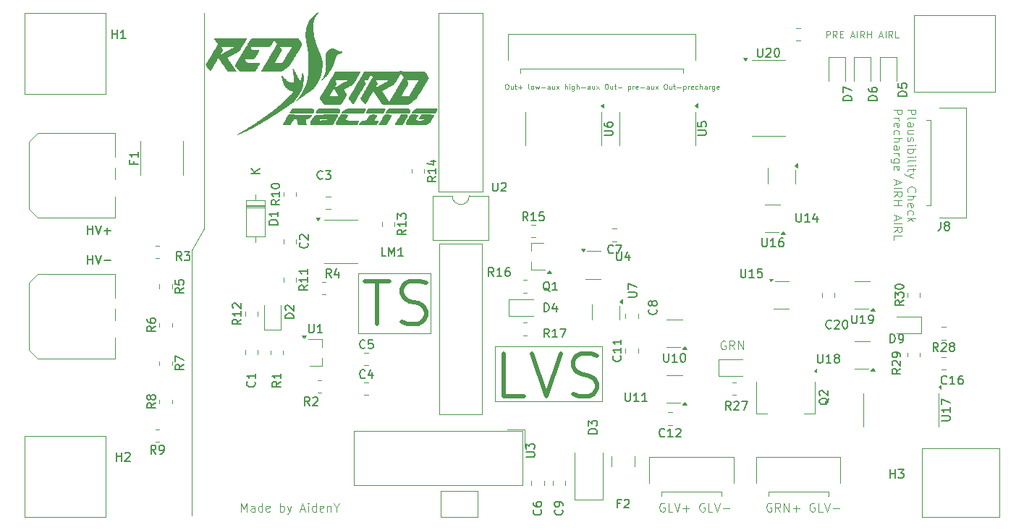
<source format=gbr>
%TF.GenerationSoftware,KiCad,Pcbnew,9.0.0*%
%TF.CreationDate,2025-07-10T21:53:31+08:00*%
%TF.ProjectId,tsal_g_v3,7473616c-5f67-45f7-9633-2e6b69636164,rev?*%
%TF.SameCoordinates,Original*%
%TF.FileFunction,Legend,Top*%
%TF.FilePolarity,Positive*%
%FSLAX46Y46*%
G04 Gerber Fmt 4.6, Leading zero omitted, Abs format (unit mm)*
G04 Created by KiCad (PCBNEW 9.0.0) date 2025-07-10 21:53:31*
%MOMM*%
%LPD*%
G01*
G04 APERTURE LIST*
%ADD10C,0.100000*%
%ADD11C,0.500000*%
%ADD12C,0.200000*%
%ADD13C,0.150000*%
%ADD14C,0.120000*%
%ADD15C,0.000000*%
G04 APERTURE END LIST*
D10*
X162000000Y-104500000D02*
X171000000Y-104500000D01*
X171000000Y-112500000D01*
X162000000Y-112500000D01*
X162000000Y-104500000D01*
X161000000Y-53750000D02*
X170500000Y-53750000D01*
X170500000Y-62750000D01*
X161000000Y-62750000D01*
X161000000Y-53750000D01*
X105441250Y-53500000D02*
X110558750Y-53500000D01*
X110558750Y-74400000D01*
X105441250Y-74400000D01*
X105441250Y-53500000D01*
X76500000Y-81250000D02*
X76500000Y-112333333D01*
X78000000Y-53500000D02*
X78000000Y-78750000D01*
X78000000Y-78750000D02*
X76500000Y-81250000D01*
X105500000Y-80500000D02*
X110500000Y-80500000D01*
X110500000Y-100500000D01*
X105500000Y-100500000D01*
X105500000Y-80500000D01*
X105625000Y-109460000D02*
X110000000Y-109460000D01*
X110000000Y-112500000D01*
X105625000Y-112500000D01*
X105625000Y-109460000D01*
X112000000Y-92500000D02*
X124500000Y-92500000D01*
X124500000Y-99000000D01*
X112000000Y-99000000D01*
X112000000Y-92500000D01*
X57000000Y-53500000D02*
X66500000Y-53500000D01*
X66500000Y-63000000D01*
X57000000Y-63000000D01*
X57000000Y-53500000D01*
X57000000Y-103000000D02*
X66500000Y-103000000D01*
X66500000Y-112500000D01*
X57000000Y-112500000D01*
X57000000Y-103000000D01*
X96000000Y-84000000D02*
X104500000Y-84000000D01*
X104500000Y-91000000D01*
X96000000Y-91000000D01*
X96000000Y-84000000D01*
X82303884Y-111872419D02*
X82303884Y-110872419D01*
X82303884Y-110872419D02*
X82637217Y-111586704D01*
X82637217Y-111586704D02*
X82970550Y-110872419D01*
X82970550Y-110872419D02*
X82970550Y-111872419D01*
X83875312Y-111872419D02*
X83875312Y-111348609D01*
X83875312Y-111348609D02*
X83827693Y-111253371D01*
X83827693Y-111253371D02*
X83732455Y-111205752D01*
X83732455Y-111205752D02*
X83541979Y-111205752D01*
X83541979Y-111205752D02*
X83446741Y-111253371D01*
X83875312Y-111824800D02*
X83780074Y-111872419D01*
X83780074Y-111872419D02*
X83541979Y-111872419D01*
X83541979Y-111872419D02*
X83446741Y-111824800D01*
X83446741Y-111824800D02*
X83399122Y-111729561D01*
X83399122Y-111729561D02*
X83399122Y-111634323D01*
X83399122Y-111634323D02*
X83446741Y-111539085D01*
X83446741Y-111539085D02*
X83541979Y-111491466D01*
X83541979Y-111491466D02*
X83780074Y-111491466D01*
X83780074Y-111491466D02*
X83875312Y-111443847D01*
X84780074Y-111872419D02*
X84780074Y-110872419D01*
X84780074Y-111824800D02*
X84684836Y-111872419D01*
X84684836Y-111872419D02*
X84494360Y-111872419D01*
X84494360Y-111872419D02*
X84399122Y-111824800D01*
X84399122Y-111824800D02*
X84351503Y-111777180D01*
X84351503Y-111777180D02*
X84303884Y-111681942D01*
X84303884Y-111681942D02*
X84303884Y-111396228D01*
X84303884Y-111396228D02*
X84351503Y-111300990D01*
X84351503Y-111300990D02*
X84399122Y-111253371D01*
X84399122Y-111253371D02*
X84494360Y-111205752D01*
X84494360Y-111205752D02*
X84684836Y-111205752D01*
X84684836Y-111205752D02*
X84780074Y-111253371D01*
X85637217Y-111824800D02*
X85541979Y-111872419D01*
X85541979Y-111872419D02*
X85351503Y-111872419D01*
X85351503Y-111872419D02*
X85256265Y-111824800D01*
X85256265Y-111824800D02*
X85208646Y-111729561D01*
X85208646Y-111729561D02*
X85208646Y-111348609D01*
X85208646Y-111348609D02*
X85256265Y-111253371D01*
X85256265Y-111253371D02*
X85351503Y-111205752D01*
X85351503Y-111205752D02*
X85541979Y-111205752D01*
X85541979Y-111205752D02*
X85637217Y-111253371D01*
X85637217Y-111253371D02*
X85684836Y-111348609D01*
X85684836Y-111348609D02*
X85684836Y-111443847D01*
X85684836Y-111443847D02*
X85208646Y-111539085D01*
X86875313Y-111872419D02*
X86875313Y-110872419D01*
X86875313Y-111253371D02*
X86970551Y-111205752D01*
X86970551Y-111205752D02*
X87161027Y-111205752D01*
X87161027Y-111205752D02*
X87256265Y-111253371D01*
X87256265Y-111253371D02*
X87303884Y-111300990D01*
X87303884Y-111300990D02*
X87351503Y-111396228D01*
X87351503Y-111396228D02*
X87351503Y-111681942D01*
X87351503Y-111681942D02*
X87303884Y-111777180D01*
X87303884Y-111777180D02*
X87256265Y-111824800D01*
X87256265Y-111824800D02*
X87161027Y-111872419D01*
X87161027Y-111872419D02*
X86970551Y-111872419D01*
X86970551Y-111872419D02*
X86875313Y-111824800D01*
X87684837Y-111205752D02*
X87922932Y-111872419D01*
X88161027Y-111205752D02*
X87922932Y-111872419D01*
X87922932Y-111872419D02*
X87827694Y-112110514D01*
X87827694Y-112110514D02*
X87780075Y-112158133D01*
X87780075Y-112158133D02*
X87684837Y-112205752D01*
X89256266Y-111586704D02*
X89732456Y-111586704D01*
X89161028Y-111872419D02*
X89494361Y-110872419D01*
X89494361Y-110872419D02*
X89827694Y-111872419D01*
X90161028Y-111872419D02*
X90161028Y-111205752D01*
X90161028Y-110872419D02*
X90113409Y-110920038D01*
X90113409Y-110920038D02*
X90161028Y-110967657D01*
X90161028Y-110967657D02*
X90208647Y-110920038D01*
X90208647Y-110920038D02*
X90161028Y-110872419D01*
X90161028Y-110872419D02*
X90161028Y-110967657D01*
X91065789Y-111872419D02*
X91065789Y-110872419D01*
X91065789Y-111824800D02*
X90970551Y-111872419D01*
X90970551Y-111872419D02*
X90780075Y-111872419D01*
X90780075Y-111872419D02*
X90684837Y-111824800D01*
X90684837Y-111824800D02*
X90637218Y-111777180D01*
X90637218Y-111777180D02*
X90589599Y-111681942D01*
X90589599Y-111681942D02*
X90589599Y-111396228D01*
X90589599Y-111396228D02*
X90637218Y-111300990D01*
X90637218Y-111300990D02*
X90684837Y-111253371D01*
X90684837Y-111253371D02*
X90780075Y-111205752D01*
X90780075Y-111205752D02*
X90970551Y-111205752D01*
X90970551Y-111205752D02*
X91065789Y-111253371D01*
X91922932Y-111824800D02*
X91827694Y-111872419D01*
X91827694Y-111872419D02*
X91637218Y-111872419D01*
X91637218Y-111872419D02*
X91541980Y-111824800D01*
X91541980Y-111824800D02*
X91494361Y-111729561D01*
X91494361Y-111729561D02*
X91494361Y-111348609D01*
X91494361Y-111348609D02*
X91541980Y-111253371D01*
X91541980Y-111253371D02*
X91637218Y-111205752D01*
X91637218Y-111205752D02*
X91827694Y-111205752D01*
X91827694Y-111205752D02*
X91922932Y-111253371D01*
X91922932Y-111253371D02*
X91970551Y-111348609D01*
X91970551Y-111348609D02*
X91970551Y-111443847D01*
X91970551Y-111443847D02*
X91494361Y-111539085D01*
X92399123Y-111205752D02*
X92399123Y-111872419D01*
X92399123Y-111300990D02*
X92446742Y-111253371D01*
X92446742Y-111253371D02*
X92541980Y-111205752D01*
X92541980Y-111205752D02*
X92684837Y-111205752D01*
X92684837Y-111205752D02*
X92780075Y-111253371D01*
X92780075Y-111253371D02*
X92827694Y-111348609D01*
X92827694Y-111348609D02*
X92827694Y-111872419D01*
X93494361Y-111396228D02*
X93494361Y-111872419D01*
X93161028Y-110872419D02*
X93494361Y-111396228D01*
X93494361Y-111396228D02*
X93827694Y-110872419D01*
X113322931Y-61821371D02*
X113437217Y-61821371D01*
X113437217Y-61821371D02*
X113494360Y-61849942D01*
X113494360Y-61849942D02*
X113551503Y-61907085D01*
X113551503Y-61907085D02*
X113580074Y-62021371D01*
X113580074Y-62021371D02*
X113580074Y-62221371D01*
X113580074Y-62221371D02*
X113551503Y-62335657D01*
X113551503Y-62335657D02*
X113494360Y-62392800D01*
X113494360Y-62392800D02*
X113437217Y-62421371D01*
X113437217Y-62421371D02*
X113322931Y-62421371D01*
X113322931Y-62421371D02*
X113265789Y-62392800D01*
X113265789Y-62392800D02*
X113208646Y-62335657D01*
X113208646Y-62335657D02*
X113180074Y-62221371D01*
X113180074Y-62221371D02*
X113180074Y-62021371D01*
X113180074Y-62021371D02*
X113208646Y-61907085D01*
X113208646Y-61907085D02*
X113265789Y-61849942D01*
X113265789Y-61849942D02*
X113322931Y-61821371D01*
X114094360Y-62021371D02*
X114094360Y-62421371D01*
X113837217Y-62021371D02*
X113837217Y-62335657D01*
X113837217Y-62335657D02*
X113865788Y-62392800D01*
X113865788Y-62392800D02*
X113922931Y-62421371D01*
X113922931Y-62421371D02*
X114008645Y-62421371D01*
X114008645Y-62421371D02*
X114065788Y-62392800D01*
X114065788Y-62392800D02*
X114094360Y-62364228D01*
X114294359Y-62021371D02*
X114522931Y-62021371D01*
X114380074Y-61821371D02*
X114380074Y-62335657D01*
X114380074Y-62335657D02*
X114408645Y-62392800D01*
X114408645Y-62392800D02*
X114465788Y-62421371D01*
X114465788Y-62421371D02*
X114522931Y-62421371D01*
X114722931Y-62192800D02*
X115180074Y-62192800D01*
X114951502Y-62421371D02*
X114951502Y-61964228D01*
X116008645Y-62421371D02*
X115951502Y-62392800D01*
X115951502Y-62392800D02*
X115922931Y-62335657D01*
X115922931Y-62335657D02*
X115922931Y-61821371D01*
X116322931Y-62421371D02*
X116265788Y-62392800D01*
X116265788Y-62392800D02*
X116237217Y-62364228D01*
X116237217Y-62364228D02*
X116208645Y-62307085D01*
X116208645Y-62307085D02*
X116208645Y-62135657D01*
X116208645Y-62135657D02*
X116237217Y-62078514D01*
X116237217Y-62078514D02*
X116265788Y-62049942D01*
X116265788Y-62049942D02*
X116322931Y-62021371D01*
X116322931Y-62021371D02*
X116408645Y-62021371D01*
X116408645Y-62021371D02*
X116465788Y-62049942D01*
X116465788Y-62049942D02*
X116494360Y-62078514D01*
X116494360Y-62078514D02*
X116522931Y-62135657D01*
X116522931Y-62135657D02*
X116522931Y-62307085D01*
X116522931Y-62307085D02*
X116494360Y-62364228D01*
X116494360Y-62364228D02*
X116465788Y-62392800D01*
X116465788Y-62392800D02*
X116408645Y-62421371D01*
X116408645Y-62421371D02*
X116322931Y-62421371D01*
X116722931Y-62021371D02*
X116837217Y-62421371D01*
X116837217Y-62421371D02*
X116951502Y-62135657D01*
X116951502Y-62135657D02*
X117065788Y-62421371D01*
X117065788Y-62421371D02*
X117180074Y-62021371D01*
X117408645Y-62192800D02*
X117865788Y-62192800D01*
X118408645Y-62421371D02*
X118408645Y-62107085D01*
X118408645Y-62107085D02*
X118380073Y-62049942D01*
X118380073Y-62049942D02*
X118322930Y-62021371D01*
X118322930Y-62021371D02*
X118208645Y-62021371D01*
X118208645Y-62021371D02*
X118151502Y-62049942D01*
X118408645Y-62392800D02*
X118351502Y-62421371D01*
X118351502Y-62421371D02*
X118208645Y-62421371D01*
X118208645Y-62421371D02*
X118151502Y-62392800D01*
X118151502Y-62392800D02*
X118122930Y-62335657D01*
X118122930Y-62335657D02*
X118122930Y-62278514D01*
X118122930Y-62278514D02*
X118151502Y-62221371D01*
X118151502Y-62221371D02*
X118208645Y-62192800D01*
X118208645Y-62192800D02*
X118351502Y-62192800D01*
X118351502Y-62192800D02*
X118408645Y-62164228D01*
X118951502Y-62021371D02*
X118951502Y-62421371D01*
X118694359Y-62021371D02*
X118694359Y-62335657D01*
X118694359Y-62335657D02*
X118722930Y-62392800D01*
X118722930Y-62392800D02*
X118780073Y-62421371D01*
X118780073Y-62421371D02*
X118865787Y-62421371D01*
X118865787Y-62421371D02*
X118922930Y-62392800D01*
X118922930Y-62392800D02*
X118951502Y-62364228D01*
X119180073Y-62421371D02*
X119494359Y-62021371D01*
X119180073Y-62021371D02*
X119494359Y-62421371D01*
X120180073Y-62421371D02*
X120180073Y-61821371D01*
X120437216Y-62421371D02*
X120437216Y-62107085D01*
X120437216Y-62107085D02*
X120408644Y-62049942D01*
X120408644Y-62049942D02*
X120351501Y-62021371D01*
X120351501Y-62021371D02*
X120265787Y-62021371D01*
X120265787Y-62021371D02*
X120208644Y-62049942D01*
X120208644Y-62049942D02*
X120180073Y-62078514D01*
X120722930Y-62421371D02*
X120722930Y-62021371D01*
X120722930Y-61821371D02*
X120694358Y-61849942D01*
X120694358Y-61849942D02*
X120722930Y-61878514D01*
X120722930Y-61878514D02*
X120751501Y-61849942D01*
X120751501Y-61849942D02*
X120722930Y-61821371D01*
X120722930Y-61821371D02*
X120722930Y-61878514D01*
X121265787Y-62021371D02*
X121265787Y-62507085D01*
X121265787Y-62507085D02*
X121237215Y-62564228D01*
X121237215Y-62564228D02*
X121208644Y-62592800D01*
X121208644Y-62592800D02*
X121151501Y-62621371D01*
X121151501Y-62621371D02*
X121065787Y-62621371D01*
X121065787Y-62621371D02*
X121008644Y-62592800D01*
X121265787Y-62392800D02*
X121208644Y-62421371D01*
X121208644Y-62421371D02*
X121094358Y-62421371D01*
X121094358Y-62421371D02*
X121037215Y-62392800D01*
X121037215Y-62392800D02*
X121008644Y-62364228D01*
X121008644Y-62364228D02*
X120980072Y-62307085D01*
X120980072Y-62307085D02*
X120980072Y-62135657D01*
X120980072Y-62135657D02*
X121008644Y-62078514D01*
X121008644Y-62078514D02*
X121037215Y-62049942D01*
X121037215Y-62049942D02*
X121094358Y-62021371D01*
X121094358Y-62021371D02*
X121208644Y-62021371D01*
X121208644Y-62021371D02*
X121265787Y-62049942D01*
X121551501Y-62421371D02*
X121551501Y-61821371D01*
X121808644Y-62421371D02*
X121808644Y-62107085D01*
X121808644Y-62107085D02*
X121780072Y-62049942D01*
X121780072Y-62049942D02*
X121722929Y-62021371D01*
X121722929Y-62021371D02*
X121637215Y-62021371D01*
X121637215Y-62021371D02*
X121580072Y-62049942D01*
X121580072Y-62049942D02*
X121551501Y-62078514D01*
X122094358Y-62192800D02*
X122551501Y-62192800D01*
X123094358Y-62421371D02*
X123094358Y-62107085D01*
X123094358Y-62107085D02*
X123065786Y-62049942D01*
X123065786Y-62049942D02*
X123008643Y-62021371D01*
X123008643Y-62021371D02*
X122894358Y-62021371D01*
X122894358Y-62021371D02*
X122837215Y-62049942D01*
X123094358Y-62392800D02*
X123037215Y-62421371D01*
X123037215Y-62421371D02*
X122894358Y-62421371D01*
X122894358Y-62421371D02*
X122837215Y-62392800D01*
X122837215Y-62392800D02*
X122808643Y-62335657D01*
X122808643Y-62335657D02*
X122808643Y-62278514D01*
X122808643Y-62278514D02*
X122837215Y-62221371D01*
X122837215Y-62221371D02*
X122894358Y-62192800D01*
X122894358Y-62192800D02*
X123037215Y-62192800D01*
X123037215Y-62192800D02*
X123094358Y-62164228D01*
X123637215Y-62021371D02*
X123637215Y-62421371D01*
X123380072Y-62021371D02*
X123380072Y-62335657D01*
X123380072Y-62335657D02*
X123408643Y-62392800D01*
X123408643Y-62392800D02*
X123465786Y-62421371D01*
X123465786Y-62421371D02*
X123551500Y-62421371D01*
X123551500Y-62421371D02*
X123608643Y-62392800D01*
X123608643Y-62392800D02*
X123637215Y-62364228D01*
X123865786Y-62421371D02*
X124180072Y-62021371D01*
X123865786Y-62021371D02*
X124180072Y-62421371D01*
X124980071Y-61821371D02*
X125094357Y-61821371D01*
X125094357Y-61821371D02*
X125151500Y-61849942D01*
X125151500Y-61849942D02*
X125208643Y-61907085D01*
X125208643Y-61907085D02*
X125237214Y-62021371D01*
X125237214Y-62021371D02*
X125237214Y-62221371D01*
X125237214Y-62221371D02*
X125208643Y-62335657D01*
X125208643Y-62335657D02*
X125151500Y-62392800D01*
X125151500Y-62392800D02*
X125094357Y-62421371D01*
X125094357Y-62421371D02*
X124980071Y-62421371D01*
X124980071Y-62421371D02*
X124922929Y-62392800D01*
X124922929Y-62392800D02*
X124865786Y-62335657D01*
X124865786Y-62335657D02*
X124837214Y-62221371D01*
X124837214Y-62221371D02*
X124837214Y-62021371D01*
X124837214Y-62021371D02*
X124865786Y-61907085D01*
X124865786Y-61907085D02*
X124922929Y-61849942D01*
X124922929Y-61849942D02*
X124980071Y-61821371D01*
X125751500Y-62021371D02*
X125751500Y-62421371D01*
X125494357Y-62021371D02*
X125494357Y-62335657D01*
X125494357Y-62335657D02*
X125522928Y-62392800D01*
X125522928Y-62392800D02*
X125580071Y-62421371D01*
X125580071Y-62421371D02*
X125665785Y-62421371D01*
X125665785Y-62421371D02*
X125722928Y-62392800D01*
X125722928Y-62392800D02*
X125751500Y-62364228D01*
X125951499Y-62021371D02*
X126180071Y-62021371D01*
X126037214Y-61821371D02*
X126037214Y-62335657D01*
X126037214Y-62335657D02*
X126065785Y-62392800D01*
X126065785Y-62392800D02*
X126122928Y-62421371D01*
X126122928Y-62421371D02*
X126180071Y-62421371D01*
X126380071Y-62192800D02*
X126837214Y-62192800D01*
X127580071Y-62021371D02*
X127580071Y-62621371D01*
X127580071Y-62049942D02*
X127637214Y-62021371D01*
X127637214Y-62021371D02*
X127751499Y-62021371D01*
X127751499Y-62021371D02*
X127808642Y-62049942D01*
X127808642Y-62049942D02*
X127837214Y-62078514D01*
X127837214Y-62078514D02*
X127865785Y-62135657D01*
X127865785Y-62135657D02*
X127865785Y-62307085D01*
X127865785Y-62307085D02*
X127837214Y-62364228D01*
X127837214Y-62364228D02*
X127808642Y-62392800D01*
X127808642Y-62392800D02*
X127751499Y-62421371D01*
X127751499Y-62421371D02*
X127637214Y-62421371D01*
X127637214Y-62421371D02*
X127580071Y-62392800D01*
X128122928Y-62421371D02*
X128122928Y-62021371D01*
X128122928Y-62135657D02*
X128151499Y-62078514D01*
X128151499Y-62078514D02*
X128180071Y-62049942D01*
X128180071Y-62049942D02*
X128237213Y-62021371D01*
X128237213Y-62021371D02*
X128294356Y-62021371D01*
X128722928Y-62392800D02*
X128665785Y-62421371D01*
X128665785Y-62421371D02*
X128551500Y-62421371D01*
X128551500Y-62421371D02*
X128494357Y-62392800D01*
X128494357Y-62392800D02*
X128465785Y-62335657D01*
X128465785Y-62335657D02*
X128465785Y-62107085D01*
X128465785Y-62107085D02*
X128494357Y-62049942D01*
X128494357Y-62049942D02*
X128551500Y-62021371D01*
X128551500Y-62021371D02*
X128665785Y-62021371D01*
X128665785Y-62021371D02*
X128722928Y-62049942D01*
X128722928Y-62049942D02*
X128751500Y-62107085D01*
X128751500Y-62107085D02*
X128751500Y-62164228D01*
X128751500Y-62164228D02*
X128465785Y-62221371D01*
X129008643Y-62192800D02*
X129465786Y-62192800D01*
X130008643Y-62421371D02*
X130008643Y-62107085D01*
X130008643Y-62107085D02*
X129980071Y-62049942D01*
X129980071Y-62049942D02*
X129922928Y-62021371D01*
X129922928Y-62021371D02*
X129808643Y-62021371D01*
X129808643Y-62021371D02*
X129751500Y-62049942D01*
X130008643Y-62392800D02*
X129951500Y-62421371D01*
X129951500Y-62421371D02*
X129808643Y-62421371D01*
X129808643Y-62421371D02*
X129751500Y-62392800D01*
X129751500Y-62392800D02*
X129722928Y-62335657D01*
X129722928Y-62335657D02*
X129722928Y-62278514D01*
X129722928Y-62278514D02*
X129751500Y-62221371D01*
X129751500Y-62221371D02*
X129808643Y-62192800D01*
X129808643Y-62192800D02*
X129951500Y-62192800D01*
X129951500Y-62192800D02*
X130008643Y-62164228D01*
X130551500Y-62021371D02*
X130551500Y-62421371D01*
X130294357Y-62021371D02*
X130294357Y-62335657D01*
X130294357Y-62335657D02*
X130322928Y-62392800D01*
X130322928Y-62392800D02*
X130380071Y-62421371D01*
X130380071Y-62421371D02*
X130465785Y-62421371D01*
X130465785Y-62421371D02*
X130522928Y-62392800D01*
X130522928Y-62392800D02*
X130551500Y-62364228D01*
X130780071Y-62421371D02*
X131094357Y-62021371D01*
X130780071Y-62021371D02*
X131094357Y-62421371D01*
X131894356Y-61821371D02*
X132008642Y-61821371D01*
X132008642Y-61821371D02*
X132065785Y-61849942D01*
X132065785Y-61849942D02*
X132122928Y-61907085D01*
X132122928Y-61907085D02*
X132151499Y-62021371D01*
X132151499Y-62021371D02*
X132151499Y-62221371D01*
X132151499Y-62221371D02*
X132122928Y-62335657D01*
X132122928Y-62335657D02*
X132065785Y-62392800D01*
X132065785Y-62392800D02*
X132008642Y-62421371D01*
X132008642Y-62421371D02*
X131894356Y-62421371D01*
X131894356Y-62421371D02*
X131837214Y-62392800D01*
X131837214Y-62392800D02*
X131780071Y-62335657D01*
X131780071Y-62335657D02*
X131751499Y-62221371D01*
X131751499Y-62221371D02*
X131751499Y-62021371D01*
X131751499Y-62021371D02*
X131780071Y-61907085D01*
X131780071Y-61907085D02*
X131837214Y-61849942D01*
X131837214Y-61849942D02*
X131894356Y-61821371D01*
X132665785Y-62021371D02*
X132665785Y-62421371D01*
X132408642Y-62021371D02*
X132408642Y-62335657D01*
X132408642Y-62335657D02*
X132437213Y-62392800D01*
X132437213Y-62392800D02*
X132494356Y-62421371D01*
X132494356Y-62421371D02*
X132580070Y-62421371D01*
X132580070Y-62421371D02*
X132637213Y-62392800D01*
X132637213Y-62392800D02*
X132665785Y-62364228D01*
X132865784Y-62021371D02*
X133094356Y-62021371D01*
X132951499Y-61821371D02*
X132951499Y-62335657D01*
X132951499Y-62335657D02*
X132980070Y-62392800D01*
X132980070Y-62392800D02*
X133037213Y-62421371D01*
X133037213Y-62421371D02*
X133094356Y-62421371D01*
X133294356Y-62192800D02*
X133751499Y-62192800D01*
X134037213Y-62021371D02*
X134037213Y-62621371D01*
X134037213Y-62049942D02*
X134094356Y-62021371D01*
X134094356Y-62021371D02*
X134208641Y-62021371D01*
X134208641Y-62021371D02*
X134265784Y-62049942D01*
X134265784Y-62049942D02*
X134294356Y-62078514D01*
X134294356Y-62078514D02*
X134322927Y-62135657D01*
X134322927Y-62135657D02*
X134322927Y-62307085D01*
X134322927Y-62307085D02*
X134294356Y-62364228D01*
X134294356Y-62364228D02*
X134265784Y-62392800D01*
X134265784Y-62392800D02*
X134208641Y-62421371D01*
X134208641Y-62421371D02*
X134094356Y-62421371D01*
X134094356Y-62421371D02*
X134037213Y-62392800D01*
X134580070Y-62421371D02*
X134580070Y-62021371D01*
X134580070Y-62135657D02*
X134608641Y-62078514D01*
X134608641Y-62078514D02*
X134637213Y-62049942D01*
X134637213Y-62049942D02*
X134694355Y-62021371D01*
X134694355Y-62021371D02*
X134751498Y-62021371D01*
X135180070Y-62392800D02*
X135122927Y-62421371D01*
X135122927Y-62421371D02*
X135008642Y-62421371D01*
X135008642Y-62421371D02*
X134951499Y-62392800D01*
X134951499Y-62392800D02*
X134922927Y-62335657D01*
X134922927Y-62335657D02*
X134922927Y-62107085D01*
X134922927Y-62107085D02*
X134951499Y-62049942D01*
X134951499Y-62049942D02*
X135008642Y-62021371D01*
X135008642Y-62021371D02*
X135122927Y-62021371D01*
X135122927Y-62021371D02*
X135180070Y-62049942D01*
X135180070Y-62049942D02*
X135208642Y-62107085D01*
X135208642Y-62107085D02*
X135208642Y-62164228D01*
X135208642Y-62164228D02*
X134922927Y-62221371D01*
X135722928Y-62392800D02*
X135665785Y-62421371D01*
X135665785Y-62421371D02*
X135551499Y-62421371D01*
X135551499Y-62421371D02*
X135494356Y-62392800D01*
X135494356Y-62392800D02*
X135465785Y-62364228D01*
X135465785Y-62364228D02*
X135437213Y-62307085D01*
X135437213Y-62307085D02*
X135437213Y-62135657D01*
X135437213Y-62135657D02*
X135465785Y-62078514D01*
X135465785Y-62078514D02*
X135494356Y-62049942D01*
X135494356Y-62049942D02*
X135551499Y-62021371D01*
X135551499Y-62021371D02*
X135665785Y-62021371D01*
X135665785Y-62021371D02*
X135722928Y-62049942D01*
X135980071Y-62421371D02*
X135980071Y-61821371D01*
X136237214Y-62421371D02*
X136237214Y-62107085D01*
X136237214Y-62107085D02*
X136208642Y-62049942D01*
X136208642Y-62049942D02*
X136151499Y-62021371D01*
X136151499Y-62021371D02*
X136065785Y-62021371D01*
X136065785Y-62021371D02*
X136008642Y-62049942D01*
X136008642Y-62049942D02*
X135980071Y-62078514D01*
X136780071Y-62421371D02*
X136780071Y-62107085D01*
X136780071Y-62107085D02*
X136751499Y-62049942D01*
X136751499Y-62049942D02*
X136694356Y-62021371D01*
X136694356Y-62021371D02*
X136580071Y-62021371D01*
X136580071Y-62021371D02*
X136522928Y-62049942D01*
X136780071Y-62392800D02*
X136722928Y-62421371D01*
X136722928Y-62421371D02*
X136580071Y-62421371D01*
X136580071Y-62421371D02*
X136522928Y-62392800D01*
X136522928Y-62392800D02*
X136494356Y-62335657D01*
X136494356Y-62335657D02*
X136494356Y-62278514D01*
X136494356Y-62278514D02*
X136522928Y-62221371D01*
X136522928Y-62221371D02*
X136580071Y-62192800D01*
X136580071Y-62192800D02*
X136722928Y-62192800D01*
X136722928Y-62192800D02*
X136780071Y-62164228D01*
X137065785Y-62421371D02*
X137065785Y-62021371D01*
X137065785Y-62135657D02*
X137094356Y-62078514D01*
X137094356Y-62078514D02*
X137122928Y-62049942D01*
X137122928Y-62049942D02*
X137180070Y-62021371D01*
X137180070Y-62021371D02*
X137237213Y-62021371D01*
X137694357Y-62021371D02*
X137694357Y-62507085D01*
X137694357Y-62507085D02*
X137665785Y-62564228D01*
X137665785Y-62564228D02*
X137637214Y-62592800D01*
X137637214Y-62592800D02*
X137580071Y-62621371D01*
X137580071Y-62621371D02*
X137494357Y-62621371D01*
X137494357Y-62621371D02*
X137437214Y-62592800D01*
X137694357Y-62392800D02*
X137637214Y-62421371D01*
X137637214Y-62421371D02*
X137522928Y-62421371D01*
X137522928Y-62421371D02*
X137465785Y-62392800D01*
X137465785Y-62392800D02*
X137437214Y-62364228D01*
X137437214Y-62364228D02*
X137408642Y-62307085D01*
X137408642Y-62307085D02*
X137408642Y-62135657D01*
X137408642Y-62135657D02*
X137437214Y-62078514D01*
X137437214Y-62078514D02*
X137465785Y-62049942D01*
X137465785Y-62049942D02*
X137522928Y-62021371D01*
X137522928Y-62021371D02*
X137637214Y-62021371D01*
X137637214Y-62021371D02*
X137694357Y-62049942D01*
X138208642Y-62392800D02*
X138151499Y-62421371D01*
X138151499Y-62421371D02*
X138037214Y-62421371D01*
X138037214Y-62421371D02*
X137980071Y-62392800D01*
X137980071Y-62392800D02*
X137951499Y-62335657D01*
X137951499Y-62335657D02*
X137951499Y-62107085D01*
X137951499Y-62107085D02*
X137980071Y-62049942D01*
X137980071Y-62049942D02*
X138037214Y-62021371D01*
X138037214Y-62021371D02*
X138151499Y-62021371D01*
X138151499Y-62021371D02*
X138208642Y-62049942D01*
X138208642Y-62049942D02*
X138237214Y-62107085D01*
X138237214Y-62107085D02*
X138237214Y-62164228D01*
X138237214Y-62164228D02*
X137951499Y-62221371D01*
D11*
X96805137Y-84862095D02*
X99662280Y-84862095D01*
X98233708Y-89862095D02*
X98233708Y-84862095D01*
X101090851Y-89624000D02*
X101805137Y-89862095D01*
X101805137Y-89862095D02*
X102995613Y-89862095D01*
X102995613Y-89862095D02*
X103471804Y-89624000D01*
X103471804Y-89624000D02*
X103709899Y-89385904D01*
X103709899Y-89385904D02*
X103947994Y-88909714D01*
X103947994Y-88909714D02*
X103947994Y-88433523D01*
X103947994Y-88433523D02*
X103709899Y-87957333D01*
X103709899Y-87957333D02*
X103471804Y-87719238D01*
X103471804Y-87719238D02*
X102995613Y-87481142D01*
X102995613Y-87481142D02*
X102043232Y-87243047D01*
X102043232Y-87243047D02*
X101567042Y-87004952D01*
X101567042Y-87004952D02*
X101328947Y-86766857D01*
X101328947Y-86766857D02*
X101090851Y-86290666D01*
X101090851Y-86290666D02*
X101090851Y-85814476D01*
X101090851Y-85814476D02*
X101328947Y-85338285D01*
X101328947Y-85338285D02*
X101567042Y-85100190D01*
X101567042Y-85100190D02*
X102043232Y-84862095D01*
X102043232Y-84862095D02*
X103233709Y-84862095D01*
X103233709Y-84862095D02*
X103947994Y-85100190D01*
D12*
X64369673Y-79367219D02*
X64369673Y-78367219D01*
X64369673Y-78843409D02*
X64941101Y-78843409D01*
X64941101Y-79367219D02*
X64941101Y-78367219D01*
X65274435Y-78367219D02*
X65607768Y-79367219D01*
X65607768Y-79367219D02*
X65941101Y-78367219D01*
X66274435Y-78986266D02*
X67036340Y-78986266D01*
X66655387Y-79367219D02*
X66655387Y-78605314D01*
D10*
X131827693Y-110920038D02*
X131732455Y-110872419D01*
X131732455Y-110872419D02*
X131589598Y-110872419D01*
X131589598Y-110872419D02*
X131446741Y-110920038D01*
X131446741Y-110920038D02*
X131351503Y-111015276D01*
X131351503Y-111015276D02*
X131303884Y-111110514D01*
X131303884Y-111110514D02*
X131256265Y-111300990D01*
X131256265Y-111300990D02*
X131256265Y-111443847D01*
X131256265Y-111443847D02*
X131303884Y-111634323D01*
X131303884Y-111634323D02*
X131351503Y-111729561D01*
X131351503Y-111729561D02*
X131446741Y-111824800D01*
X131446741Y-111824800D02*
X131589598Y-111872419D01*
X131589598Y-111872419D02*
X131684836Y-111872419D01*
X131684836Y-111872419D02*
X131827693Y-111824800D01*
X131827693Y-111824800D02*
X131875312Y-111777180D01*
X131875312Y-111777180D02*
X131875312Y-111443847D01*
X131875312Y-111443847D02*
X131684836Y-111443847D01*
X132780074Y-111872419D02*
X132303884Y-111872419D01*
X132303884Y-111872419D02*
X132303884Y-110872419D01*
X132970551Y-110872419D02*
X133303884Y-111872419D01*
X133303884Y-111872419D02*
X133637217Y-110872419D01*
X133970551Y-111491466D02*
X134732456Y-111491466D01*
X134351503Y-111872419D02*
X134351503Y-111110514D01*
X136494360Y-110920038D02*
X136399122Y-110872419D01*
X136399122Y-110872419D02*
X136256265Y-110872419D01*
X136256265Y-110872419D02*
X136113408Y-110920038D01*
X136113408Y-110920038D02*
X136018170Y-111015276D01*
X136018170Y-111015276D02*
X135970551Y-111110514D01*
X135970551Y-111110514D02*
X135922932Y-111300990D01*
X135922932Y-111300990D02*
X135922932Y-111443847D01*
X135922932Y-111443847D02*
X135970551Y-111634323D01*
X135970551Y-111634323D02*
X136018170Y-111729561D01*
X136018170Y-111729561D02*
X136113408Y-111824800D01*
X136113408Y-111824800D02*
X136256265Y-111872419D01*
X136256265Y-111872419D02*
X136351503Y-111872419D01*
X136351503Y-111872419D02*
X136494360Y-111824800D01*
X136494360Y-111824800D02*
X136541979Y-111777180D01*
X136541979Y-111777180D02*
X136541979Y-111443847D01*
X136541979Y-111443847D02*
X136351503Y-111443847D01*
X137446741Y-111872419D02*
X136970551Y-111872419D01*
X136970551Y-111872419D02*
X136970551Y-110872419D01*
X137637218Y-110872419D02*
X137970551Y-111872419D01*
X137970551Y-111872419D02*
X138303884Y-110872419D01*
X138637218Y-111491466D02*
X139399123Y-111491466D01*
X150756265Y-56396895D02*
X150756265Y-55596895D01*
X150756265Y-55596895D02*
X151061027Y-55596895D01*
X151061027Y-55596895D02*
X151137217Y-55634990D01*
X151137217Y-55634990D02*
X151175312Y-55673085D01*
X151175312Y-55673085D02*
X151213408Y-55749276D01*
X151213408Y-55749276D02*
X151213408Y-55863561D01*
X151213408Y-55863561D02*
X151175312Y-55939752D01*
X151175312Y-55939752D02*
X151137217Y-55977847D01*
X151137217Y-55977847D02*
X151061027Y-56015942D01*
X151061027Y-56015942D02*
X150756265Y-56015942D01*
X152013408Y-56396895D02*
X151746741Y-56015942D01*
X151556265Y-56396895D02*
X151556265Y-55596895D01*
X151556265Y-55596895D02*
X151861027Y-55596895D01*
X151861027Y-55596895D02*
X151937217Y-55634990D01*
X151937217Y-55634990D02*
X151975312Y-55673085D01*
X151975312Y-55673085D02*
X152013408Y-55749276D01*
X152013408Y-55749276D02*
X152013408Y-55863561D01*
X152013408Y-55863561D02*
X151975312Y-55939752D01*
X151975312Y-55939752D02*
X151937217Y-55977847D01*
X151937217Y-55977847D02*
X151861027Y-56015942D01*
X151861027Y-56015942D02*
X151556265Y-56015942D01*
X152356265Y-55977847D02*
X152622931Y-55977847D01*
X152737217Y-56396895D02*
X152356265Y-56396895D01*
X152356265Y-56396895D02*
X152356265Y-55596895D01*
X152356265Y-55596895D02*
X152737217Y-55596895D01*
X153651503Y-56168323D02*
X154032456Y-56168323D01*
X153575313Y-56396895D02*
X153841980Y-55596895D01*
X153841980Y-55596895D02*
X154108646Y-56396895D01*
X154375313Y-56396895D02*
X154375313Y-55596895D01*
X155213408Y-56396895D02*
X154946741Y-56015942D01*
X154756265Y-56396895D02*
X154756265Y-55596895D01*
X154756265Y-55596895D02*
X155061027Y-55596895D01*
X155061027Y-55596895D02*
X155137217Y-55634990D01*
X155137217Y-55634990D02*
X155175312Y-55673085D01*
X155175312Y-55673085D02*
X155213408Y-55749276D01*
X155213408Y-55749276D02*
X155213408Y-55863561D01*
X155213408Y-55863561D02*
X155175312Y-55939752D01*
X155175312Y-55939752D02*
X155137217Y-55977847D01*
X155137217Y-55977847D02*
X155061027Y-56015942D01*
X155061027Y-56015942D02*
X154756265Y-56015942D01*
X155556265Y-56396895D02*
X155556265Y-55596895D01*
X155556265Y-55977847D02*
X156013408Y-55977847D01*
X156013408Y-56396895D02*
X156013408Y-55596895D01*
X156965788Y-56168323D02*
X157346741Y-56168323D01*
X156889598Y-56396895D02*
X157156265Y-55596895D01*
X157156265Y-55596895D02*
X157422931Y-56396895D01*
X157689598Y-56396895D02*
X157689598Y-55596895D01*
X158527693Y-56396895D02*
X158261026Y-56015942D01*
X158070550Y-56396895D02*
X158070550Y-55596895D01*
X158070550Y-55596895D02*
X158375312Y-55596895D01*
X158375312Y-55596895D02*
X158451502Y-55634990D01*
X158451502Y-55634990D02*
X158489597Y-55673085D01*
X158489597Y-55673085D02*
X158527693Y-55749276D01*
X158527693Y-55749276D02*
X158527693Y-55863561D01*
X158527693Y-55863561D02*
X158489597Y-55939752D01*
X158489597Y-55939752D02*
X158451502Y-55977847D01*
X158451502Y-55977847D02*
X158375312Y-56015942D01*
X158375312Y-56015942D02*
X158070550Y-56015942D01*
X159251502Y-56396895D02*
X158870550Y-56396895D01*
X158870550Y-56396895D02*
X158870550Y-55596895D01*
D12*
X64369673Y-82867219D02*
X64369673Y-81867219D01*
X64369673Y-82343409D02*
X64941101Y-82343409D01*
X64941101Y-82867219D02*
X64941101Y-81867219D01*
X65274435Y-81867219D02*
X65607768Y-82867219D01*
X65607768Y-82867219D02*
X65941101Y-81867219D01*
X66274435Y-82486266D02*
X67036340Y-82486266D01*
D10*
X138967693Y-91920038D02*
X138872455Y-91872419D01*
X138872455Y-91872419D02*
X138729598Y-91872419D01*
X138729598Y-91872419D02*
X138586741Y-91920038D01*
X138586741Y-91920038D02*
X138491503Y-92015276D01*
X138491503Y-92015276D02*
X138443884Y-92110514D01*
X138443884Y-92110514D02*
X138396265Y-92300990D01*
X138396265Y-92300990D02*
X138396265Y-92443847D01*
X138396265Y-92443847D02*
X138443884Y-92634323D01*
X138443884Y-92634323D02*
X138491503Y-92729561D01*
X138491503Y-92729561D02*
X138586741Y-92824800D01*
X138586741Y-92824800D02*
X138729598Y-92872419D01*
X138729598Y-92872419D02*
X138824836Y-92872419D01*
X138824836Y-92872419D02*
X138967693Y-92824800D01*
X138967693Y-92824800D02*
X139015312Y-92777180D01*
X139015312Y-92777180D02*
X139015312Y-92443847D01*
X139015312Y-92443847D02*
X138824836Y-92443847D01*
X140015312Y-92872419D02*
X139681979Y-92396228D01*
X139443884Y-92872419D02*
X139443884Y-91872419D01*
X139443884Y-91872419D02*
X139824836Y-91872419D01*
X139824836Y-91872419D02*
X139920074Y-91920038D01*
X139920074Y-91920038D02*
X139967693Y-91967657D01*
X139967693Y-91967657D02*
X140015312Y-92062895D01*
X140015312Y-92062895D02*
X140015312Y-92205752D01*
X140015312Y-92205752D02*
X139967693Y-92300990D01*
X139967693Y-92300990D02*
X139920074Y-92348609D01*
X139920074Y-92348609D02*
X139824836Y-92396228D01*
X139824836Y-92396228D02*
X139443884Y-92396228D01*
X140443884Y-92872419D02*
X140443884Y-91872419D01*
X140443884Y-91872419D02*
X141015312Y-92872419D01*
X141015312Y-92872419D02*
X141015312Y-91872419D01*
X160237524Y-64803884D02*
X161237524Y-64803884D01*
X161237524Y-64803884D02*
X161237524Y-65184836D01*
X161237524Y-65184836D02*
X161189905Y-65280074D01*
X161189905Y-65280074D02*
X161142286Y-65327693D01*
X161142286Y-65327693D02*
X161047048Y-65375312D01*
X161047048Y-65375312D02*
X160904191Y-65375312D01*
X160904191Y-65375312D02*
X160808953Y-65327693D01*
X160808953Y-65327693D02*
X160761334Y-65280074D01*
X160761334Y-65280074D02*
X160713715Y-65184836D01*
X160713715Y-65184836D02*
X160713715Y-64803884D01*
X160237524Y-65946741D02*
X160285144Y-65851503D01*
X160285144Y-65851503D02*
X160380382Y-65803884D01*
X160380382Y-65803884D02*
X161237524Y-65803884D01*
X160237524Y-66756265D02*
X160761334Y-66756265D01*
X160761334Y-66756265D02*
X160856572Y-66708646D01*
X160856572Y-66708646D02*
X160904191Y-66613408D01*
X160904191Y-66613408D02*
X160904191Y-66422932D01*
X160904191Y-66422932D02*
X160856572Y-66327694D01*
X160285144Y-66756265D02*
X160237524Y-66661027D01*
X160237524Y-66661027D02*
X160237524Y-66422932D01*
X160237524Y-66422932D02*
X160285144Y-66327694D01*
X160285144Y-66327694D02*
X160380382Y-66280075D01*
X160380382Y-66280075D02*
X160475620Y-66280075D01*
X160475620Y-66280075D02*
X160570858Y-66327694D01*
X160570858Y-66327694D02*
X160618477Y-66422932D01*
X160618477Y-66422932D02*
X160618477Y-66661027D01*
X160618477Y-66661027D02*
X160666096Y-66756265D01*
X160904191Y-67661027D02*
X160237524Y-67661027D01*
X160904191Y-67232456D02*
X160380382Y-67232456D01*
X160380382Y-67232456D02*
X160285144Y-67280075D01*
X160285144Y-67280075D02*
X160237524Y-67375313D01*
X160237524Y-67375313D02*
X160237524Y-67518170D01*
X160237524Y-67518170D02*
X160285144Y-67613408D01*
X160285144Y-67613408D02*
X160332763Y-67661027D01*
X160285144Y-68089599D02*
X160237524Y-68184837D01*
X160237524Y-68184837D02*
X160237524Y-68375313D01*
X160237524Y-68375313D02*
X160285144Y-68470551D01*
X160285144Y-68470551D02*
X160380382Y-68518170D01*
X160380382Y-68518170D02*
X160428001Y-68518170D01*
X160428001Y-68518170D02*
X160523239Y-68470551D01*
X160523239Y-68470551D02*
X160570858Y-68375313D01*
X160570858Y-68375313D02*
X160570858Y-68232456D01*
X160570858Y-68232456D02*
X160618477Y-68137218D01*
X160618477Y-68137218D02*
X160713715Y-68089599D01*
X160713715Y-68089599D02*
X160761334Y-68089599D01*
X160761334Y-68089599D02*
X160856572Y-68137218D01*
X160856572Y-68137218D02*
X160904191Y-68232456D01*
X160904191Y-68232456D02*
X160904191Y-68375313D01*
X160904191Y-68375313D02*
X160856572Y-68470551D01*
X160237524Y-68946742D02*
X160904191Y-68946742D01*
X161237524Y-68946742D02*
X161189905Y-68899123D01*
X161189905Y-68899123D02*
X161142286Y-68946742D01*
X161142286Y-68946742D02*
X161189905Y-68994361D01*
X161189905Y-68994361D02*
X161237524Y-68946742D01*
X161237524Y-68946742D02*
X161142286Y-68946742D01*
X160237524Y-69422932D02*
X161237524Y-69422932D01*
X160856572Y-69422932D02*
X160904191Y-69518170D01*
X160904191Y-69518170D02*
X160904191Y-69708646D01*
X160904191Y-69708646D02*
X160856572Y-69803884D01*
X160856572Y-69803884D02*
X160808953Y-69851503D01*
X160808953Y-69851503D02*
X160713715Y-69899122D01*
X160713715Y-69899122D02*
X160428001Y-69899122D01*
X160428001Y-69899122D02*
X160332763Y-69851503D01*
X160332763Y-69851503D02*
X160285144Y-69803884D01*
X160285144Y-69803884D02*
X160237524Y-69708646D01*
X160237524Y-69708646D02*
X160237524Y-69518170D01*
X160237524Y-69518170D02*
X160285144Y-69422932D01*
X160237524Y-70327694D02*
X160904191Y-70327694D01*
X161237524Y-70327694D02*
X161189905Y-70280075D01*
X161189905Y-70280075D02*
X161142286Y-70327694D01*
X161142286Y-70327694D02*
X161189905Y-70375313D01*
X161189905Y-70375313D02*
X161237524Y-70327694D01*
X161237524Y-70327694D02*
X161142286Y-70327694D01*
X160237524Y-70946741D02*
X160285144Y-70851503D01*
X160285144Y-70851503D02*
X160380382Y-70803884D01*
X160380382Y-70803884D02*
X161237524Y-70803884D01*
X160237524Y-71327694D02*
X160904191Y-71327694D01*
X161237524Y-71327694D02*
X161189905Y-71280075D01*
X161189905Y-71280075D02*
X161142286Y-71327694D01*
X161142286Y-71327694D02*
X161189905Y-71375313D01*
X161189905Y-71375313D02*
X161237524Y-71327694D01*
X161237524Y-71327694D02*
X161142286Y-71327694D01*
X160904191Y-71661027D02*
X160904191Y-72041979D01*
X161237524Y-71803884D02*
X160380382Y-71803884D01*
X160380382Y-71803884D02*
X160285144Y-71851503D01*
X160285144Y-71851503D02*
X160237524Y-71946741D01*
X160237524Y-71946741D02*
X160237524Y-72041979D01*
X160904191Y-72280075D02*
X160237524Y-72518170D01*
X160904191Y-72756265D02*
X160237524Y-72518170D01*
X160237524Y-72518170D02*
X159999429Y-72422932D01*
X159999429Y-72422932D02*
X159951810Y-72375313D01*
X159951810Y-72375313D02*
X159904191Y-72280075D01*
X160332763Y-74470551D02*
X160285144Y-74422932D01*
X160285144Y-74422932D02*
X160237524Y-74280075D01*
X160237524Y-74280075D02*
X160237524Y-74184837D01*
X160237524Y-74184837D02*
X160285144Y-74041980D01*
X160285144Y-74041980D02*
X160380382Y-73946742D01*
X160380382Y-73946742D02*
X160475620Y-73899123D01*
X160475620Y-73899123D02*
X160666096Y-73851504D01*
X160666096Y-73851504D02*
X160808953Y-73851504D01*
X160808953Y-73851504D02*
X160999429Y-73899123D01*
X160999429Y-73899123D02*
X161094667Y-73946742D01*
X161094667Y-73946742D02*
X161189905Y-74041980D01*
X161189905Y-74041980D02*
X161237524Y-74184837D01*
X161237524Y-74184837D02*
X161237524Y-74280075D01*
X161237524Y-74280075D02*
X161189905Y-74422932D01*
X161189905Y-74422932D02*
X161142286Y-74470551D01*
X160237524Y-74899123D02*
X161237524Y-74899123D01*
X160237524Y-75327694D02*
X160761334Y-75327694D01*
X160761334Y-75327694D02*
X160856572Y-75280075D01*
X160856572Y-75280075D02*
X160904191Y-75184837D01*
X160904191Y-75184837D02*
X160904191Y-75041980D01*
X160904191Y-75041980D02*
X160856572Y-74946742D01*
X160856572Y-74946742D02*
X160808953Y-74899123D01*
X160285144Y-76184837D02*
X160237524Y-76089599D01*
X160237524Y-76089599D02*
X160237524Y-75899123D01*
X160237524Y-75899123D02*
X160285144Y-75803885D01*
X160285144Y-75803885D02*
X160380382Y-75756266D01*
X160380382Y-75756266D02*
X160761334Y-75756266D01*
X160761334Y-75756266D02*
X160856572Y-75803885D01*
X160856572Y-75803885D02*
X160904191Y-75899123D01*
X160904191Y-75899123D02*
X160904191Y-76089599D01*
X160904191Y-76089599D02*
X160856572Y-76184837D01*
X160856572Y-76184837D02*
X160761334Y-76232456D01*
X160761334Y-76232456D02*
X160666096Y-76232456D01*
X160666096Y-76232456D02*
X160570858Y-75756266D01*
X160285144Y-77089599D02*
X160237524Y-76994361D01*
X160237524Y-76994361D02*
X160237524Y-76803885D01*
X160237524Y-76803885D02*
X160285144Y-76708647D01*
X160285144Y-76708647D02*
X160332763Y-76661028D01*
X160332763Y-76661028D02*
X160428001Y-76613409D01*
X160428001Y-76613409D02*
X160713715Y-76613409D01*
X160713715Y-76613409D02*
X160808953Y-76661028D01*
X160808953Y-76661028D02*
X160856572Y-76708647D01*
X160856572Y-76708647D02*
X160904191Y-76803885D01*
X160904191Y-76803885D02*
X160904191Y-76994361D01*
X160904191Y-76994361D02*
X160856572Y-77089599D01*
X160237524Y-77518171D02*
X161237524Y-77518171D01*
X160618477Y-77613409D02*
X160237524Y-77899123D01*
X160904191Y-77899123D02*
X160523239Y-77518171D01*
X158627580Y-64803884D02*
X159627580Y-64803884D01*
X159627580Y-64803884D02*
X159627580Y-65184836D01*
X159627580Y-65184836D02*
X159579961Y-65280074D01*
X159579961Y-65280074D02*
X159532342Y-65327693D01*
X159532342Y-65327693D02*
X159437104Y-65375312D01*
X159437104Y-65375312D02*
X159294247Y-65375312D01*
X159294247Y-65375312D02*
X159199009Y-65327693D01*
X159199009Y-65327693D02*
X159151390Y-65280074D01*
X159151390Y-65280074D02*
X159103771Y-65184836D01*
X159103771Y-65184836D02*
X159103771Y-64803884D01*
X158627580Y-65803884D02*
X159294247Y-65803884D01*
X159103771Y-65803884D02*
X159199009Y-65851503D01*
X159199009Y-65851503D02*
X159246628Y-65899122D01*
X159246628Y-65899122D02*
X159294247Y-65994360D01*
X159294247Y-65994360D02*
X159294247Y-66089598D01*
X158675200Y-66803884D02*
X158627580Y-66708646D01*
X158627580Y-66708646D02*
X158627580Y-66518170D01*
X158627580Y-66518170D02*
X158675200Y-66422932D01*
X158675200Y-66422932D02*
X158770438Y-66375313D01*
X158770438Y-66375313D02*
X159151390Y-66375313D01*
X159151390Y-66375313D02*
X159246628Y-66422932D01*
X159246628Y-66422932D02*
X159294247Y-66518170D01*
X159294247Y-66518170D02*
X159294247Y-66708646D01*
X159294247Y-66708646D02*
X159246628Y-66803884D01*
X159246628Y-66803884D02*
X159151390Y-66851503D01*
X159151390Y-66851503D02*
X159056152Y-66851503D01*
X159056152Y-66851503D02*
X158960914Y-66375313D01*
X158675200Y-67708646D02*
X158627580Y-67613408D01*
X158627580Y-67613408D02*
X158627580Y-67422932D01*
X158627580Y-67422932D02*
X158675200Y-67327694D01*
X158675200Y-67327694D02*
X158722819Y-67280075D01*
X158722819Y-67280075D02*
X158818057Y-67232456D01*
X158818057Y-67232456D02*
X159103771Y-67232456D01*
X159103771Y-67232456D02*
X159199009Y-67280075D01*
X159199009Y-67280075D02*
X159246628Y-67327694D01*
X159246628Y-67327694D02*
X159294247Y-67422932D01*
X159294247Y-67422932D02*
X159294247Y-67613408D01*
X159294247Y-67613408D02*
X159246628Y-67708646D01*
X158627580Y-68137218D02*
X159627580Y-68137218D01*
X158627580Y-68565789D02*
X159151390Y-68565789D01*
X159151390Y-68565789D02*
X159246628Y-68518170D01*
X159246628Y-68518170D02*
X159294247Y-68422932D01*
X159294247Y-68422932D02*
X159294247Y-68280075D01*
X159294247Y-68280075D02*
X159246628Y-68184837D01*
X159246628Y-68184837D02*
X159199009Y-68137218D01*
X158627580Y-69470551D02*
X159151390Y-69470551D01*
X159151390Y-69470551D02*
X159246628Y-69422932D01*
X159246628Y-69422932D02*
X159294247Y-69327694D01*
X159294247Y-69327694D02*
X159294247Y-69137218D01*
X159294247Y-69137218D02*
X159246628Y-69041980D01*
X158675200Y-69470551D02*
X158627580Y-69375313D01*
X158627580Y-69375313D02*
X158627580Y-69137218D01*
X158627580Y-69137218D02*
X158675200Y-69041980D01*
X158675200Y-69041980D02*
X158770438Y-68994361D01*
X158770438Y-68994361D02*
X158865676Y-68994361D01*
X158865676Y-68994361D02*
X158960914Y-69041980D01*
X158960914Y-69041980D02*
X159008533Y-69137218D01*
X159008533Y-69137218D02*
X159008533Y-69375313D01*
X159008533Y-69375313D02*
X159056152Y-69470551D01*
X158627580Y-69946742D02*
X159294247Y-69946742D01*
X159103771Y-69946742D02*
X159199009Y-69994361D01*
X159199009Y-69994361D02*
X159246628Y-70041980D01*
X159246628Y-70041980D02*
X159294247Y-70137218D01*
X159294247Y-70137218D02*
X159294247Y-70232456D01*
X159294247Y-70994361D02*
X158484723Y-70994361D01*
X158484723Y-70994361D02*
X158389485Y-70946742D01*
X158389485Y-70946742D02*
X158341866Y-70899123D01*
X158341866Y-70899123D02*
X158294247Y-70803885D01*
X158294247Y-70803885D02*
X158294247Y-70661028D01*
X158294247Y-70661028D02*
X158341866Y-70565790D01*
X158675200Y-70994361D02*
X158627580Y-70899123D01*
X158627580Y-70899123D02*
X158627580Y-70708647D01*
X158627580Y-70708647D02*
X158675200Y-70613409D01*
X158675200Y-70613409D02*
X158722819Y-70565790D01*
X158722819Y-70565790D02*
X158818057Y-70518171D01*
X158818057Y-70518171D02*
X159103771Y-70518171D01*
X159103771Y-70518171D02*
X159199009Y-70565790D01*
X159199009Y-70565790D02*
X159246628Y-70613409D01*
X159246628Y-70613409D02*
X159294247Y-70708647D01*
X159294247Y-70708647D02*
X159294247Y-70899123D01*
X159294247Y-70899123D02*
X159246628Y-70994361D01*
X158675200Y-71851504D02*
X158627580Y-71756266D01*
X158627580Y-71756266D02*
X158627580Y-71565790D01*
X158627580Y-71565790D02*
X158675200Y-71470552D01*
X158675200Y-71470552D02*
X158770438Y-71422933D01*
X158770438Y-71422933D02*
X159151390Y-71422933D01*
X159151390Y-71422933D02*
X159246628Y-71470552D01*
X159246628Y-71470552D02*
X159294247Y-71565790D01*
X159294247Y-71565790D02*
X159294247Y-71756266D01*
X159294247Y-71756266D02*
X159246628Y-71851504D01*
X159246628Y-71851504D02*
X159151390Y-71899123D01*
X159151390Y-71899123D02*
X159056152Y-71899123D01*
X159056152Y-71899123D02*
X158960914Y-71422933D01*
X158913295Y-73041981D02*
X158913295Y-73518171D01*
X158627580Y-72946743D02*
X159627580Y-73280076D01*
X159627580Y-73280076D02*
X158627580Y-73613409D01*
X158627580Y-73946743D02*
X159627580Y-73946743D01*
X158627580Y-74994361D02*
X159103771Y-74661028D01*
X158627580Y-74422933D02*
X159627580Y-74422933D01*
X159627580Y-74422933D02*
X159627580Y-74803885D01*
X159627580Y-74803885D02*
X159579961Y-74899123D01*
X159579961Y-74899123D02*
X159532342Y-74946742D01*
X159532342Y-74946742D02*
X159437104Y-74994361D01*
X159437104Y-74994361D02*
X159294247Y-74994361D01*
X159294247Y-74994361D02*
X159199009Y-74946742D01*
X159199009Y-74946742D02*
X159151390Y-74899123D01*
X159151390Y-74899123D02*
X159103771Y-74803885D01*
X159103771Y-74803885D02*
X159103771Y-74422933D01*
X158627580Y-75422933D02*
X159627580Y-75422933D01*
X159151390Y-75422933D02*
X159151390Y-75994361D01*
X158627580Y-75994361D02*
X159627580Y-75994361D01*
X158913295Y-77184838D02*
X158913295Y-77661028D01*
X158627580Y-77089600D02*
X159627580Y-77422933D01*
X159627580Y-77422933D02*
X158627580Y-77756266D01*
X158627580Y-78089600D02*
X159627580Y-78089600D01*
X158627580Y-79137218D02*
X159103771Y-78803885D01*
X158627580Y-78565790D02*
X159627580Y-78565790D01*
X159627580Y-78565790D02*
X159627580Y-78946742D01*
X159627580Y-78946742D02*
X159579961Y-79041980D01*
X159579961Y-79041980D02*
X159532342Y-79089599D01*
X159532342Y-79089599D02*
X159437104Y-79137218D01*
X159437104Y-79137218D02*
X159294247Y-79137218D01*
X159294247Y-79137218D02*
X159199009Y-79089599D01*
X159199009Y-79089599D02*
X159151390Y-79041980D01*
X159151390Y-79041980D02*
X159103771Y-78946742D01*
X159103771Y-78946742D02*
X159103771Y-78565790D01*
X158627580Y-80041980D02*
X158627580Y-79565790D01*
X158627580Y-79565790D02*
X159627580Y-79565790D01*
X144327693Y-110920038D02*
X144232455Y-110872419D01*
X144232455Y-110872419D02*
X144089598Y-110872419D01*
X144089598Y-110872419D02*
X143946741Y-110920038D01*
X143946741Y-110920038D02*
X143851503Y-111015276D01*
X143851503Y-111015276D02*
X143803884Y-111110514D01*
X143803884Y-111110514D02*
X143756265Y-111300990D01*
X143756265Y-111300990D02*
X143756265Y-111443847D01*
X143756265Y-111443847D02*
X143803884Y-111634323D01*
X143803884Y-111634323D02*
X143851503Y-111729561D01*
X143851503Y-111729561D02*
X143946741Y-111824800D01*
X143946741Y-111824800D02*
X144089598Y-111872419D01*
X144089598Y-111872419D02*
X144184836Y-111872419D01*
X144184836Y-111872419D02*
X144327693Y-111824800D01*
X144327693Y-111824800D02*
X144375312Y-111777180D01*
X144375312Y-111777180D02*
X144375312Y-111443847D01*
X144375312Y-111443847D02*
X144184836Y-111443847D01*
X145375312Y-111872419D02*
X145041979Y-111396228D01*
X144803884Y-111872419D02*
X144803884Y-110872419D01*
X144803884Y-110872419D02*
X145184836Y-110872419D01*
X145184836Y-110872419D02*
X145280074Y-110920038D01*
X145280074Y-110920038D02*
X145327693Y-110967657D01*
X145327693Y-110967657D02*
X145375312Y-111062895D01*
X145375312Y-111062895D02*
X145375312Y-111205752D01*
X145375312Y-111205752D02*
X145327693Y-111300990D01*
X145327693Y-111300990D02*
X145280074Y-111348609D01*
X145280074Y-111348609D02*
X145184836Y-111396228D01*
X145184836Y-111396228D02*
X144803884Y-111396228D01*
X145803884Y-111872419D02*
X145803884Y-110872419D01*
X145803884Y-110872419D02*
X146375312Y-111872419D01*
X146375312Y-111872419D02*
X146375312Y-110872419D01*
X146851503Y-111491466D02*
X147613408Y-111491466D01*
X147232455Y-111872419D02*
X147232455Y-111110514D01*
X149375312Y-110920038D02*
X149280074Y-110872419D01*
X149280074Y-110872419D02*
X149137217Y-110872419D01*
X149137217Y-110872419D02*
X148994360Y-110920038D01*
X148994360Y-110920038D02*
X148899122Y-111015276D01*
X148899122Y-111015276D02*
X148851503Y-111110514D01*
X148851503Y-111110514D02*
X148803884Y-111300990D01*
X148803884Y-111300990D02*
X148803884Y-111443847D01*
X148803884Y-111443847D02*
X148851503Y-111634323D01*
X148851503Y-111634323D02*
X148899122Y-111729561D01*
X148899122Y-111729561D02*
X148994360Y-111824800D01*
X148994360Y-111824800D02*
X149137217Y-111872419D01*
X149137217Y-111872419D02*
X149232455Y-111872419D01*
X149232455Y-111872419D02*
X149375312Y-111824800D01*
X149375312Y-111824800D02*
X149422931Y-111777180D01*
X149422931Y-111777180D02*
X149422931Y-111443847D01*
X149422931Y-111443847D02*
X149232455Y-111443847D01*
X150327693Y-111872419D02*
X149851503Y-111872419D01*
X149851503Y-111872419D02*
X149851503Y-110872419D01*
X150518170Y-110872419D02*
X150851503Y-111872419D01*
X150851503Y-111872419D02*
X151184836Y-110872419D01*
X151518170Y-111491466D02*
X152280075Y-111491466D01*
D11*
X115400375Y-98362095D02*
X113019423Y-98362095D01*
X113019423Y-98362095D02*
X113019423Y-93362095D01*
X116352756Y-93362095D02*
X118019423Y-98362095D01*
X118019423Y-98362095D02*
X119686089Y-93362095D01*
X121114660Y-98124000D02*
X121828946Y-98362095D01*
X121828946Y-98362095D02*
X123019422Y-98362095D01*
X123019422Y-98362095D02*
X123495613Y-98124000D01*
X123495613Y-98124000D02*
X123733708Y-97885904D01*
X123733708Y-97885904D02*
X123971803Y-97409714D01*
X123971803Y-97409714D02*
X123971803Y-96933523D01*
X123971803Y-96933523D02*
X123733708Y-96457333D01*
X123733708Y-96457333D02*
X123495613Y-96219238D01*
X123495613Y-96219238D02*
X123019422Y-95981142D01*
X123019422Y-95981142D02*
X122067041Y-95743047D01*
X122067041Y-95743047D02*
X121590851Y-95504952D01*
X121590851Y-95504952D02*
X121352756Y-95266857D01*
X121352756Y-95266857D02*
X121114660Y-94790666D01*
X121114660Y-94790666D02*
X121114660Y-94314476D01*
X121114660Y-94314476D02*
X121352756Y-93838285D01*
X121352756Y-93838285D02*
X121590851Y-93600190D01*
X121590851Y-93600190D02*
X122067041Y-93362095D01*
X122067041Y-93362095D02*
X123257518Y-93362095D01*
X123257518Y-93362095D02*
X123971803Y-93600190D01*
D13*
X125833333Y-81539580D02*
X125785714Y-81587200D01*
X125785714Y-81587200D02*
X125642857Y-81634819D01*
X125642857Y-81634819D02*
X125547619Y-81634819D01*
X125547619Y-81634819D02*
X125404762Y-81587200D01*
X125404762Y-81587200D02*
X125309524Y-81491961D01*
X125309524Y-81491961D02*
X125261905Y-81396723D01*
X125261905Y-81396723D02*
X125214286Y-81206247D01*
X125214286Y-81206247D02*
X125214286Y-81063390D01*
X125214286Y-81063390D02*
X125261905Y-80872914D01*
X125261905Y-80872914D02*
X125309524Y-80777676D01*
X125309524Y-80777676D02*
X125404762Y-80682438D01*
X125404762Y-80682438D02*
X125547619Y-80634819D01*
X125547619Y-80634819D02*
X125642857Y-80634819D01*
X125642857Y-80634819D02*
X125785714Y-80682438D01*
X125785714Y-80682438D02*
X125833333Y-80730057D01*
X126166667Y-80634819D02*
X126833333Y-80634819D01*
X126833333Y-80634819D02*
X126404762Y-81634819D01*
X142736905Y-57634819D02*
X142736905Y-58444342D01*
X142736905Y-58444342D02*
X142784524Y-58539580D01*
X142784524Y-58539580D02*
X142832143Y-58587200D01*
X142832143Y-58587200D02*
X142927381Y-58634819D01*
X142927381Y-58634819D02*
X143117857Y-58634819D01*
X143117857Y-58634819D02*
X143213095Y-58587200D01*
X143213095Y-58587200D02*
X143260714Y-58539580D01*
X143260714Y-58539580D02*
X143308333Y-58444342D01*
X143308333Y-58444342D02*
X143308333Y-57634819D01*
X143736905Y-57730057D02*
X143784524Y-57682438D01*
X143784524Y-57682438D02*
X143879762Y-57634819D01*
X143879762Y-57634819D02*
X144117857Y-57634819D01*
X144117857Y-57634819D02*
X144213095Y-57682438D01*
X144213095Y-57682438D02*
X144260714Y-57730057D01*
X144260714Y-57730057D02*
X144308333Y-57825295D01*
X144308333Y-57825295D02*
X144308333Y-57920533D01*
X144308333Y-57920533D02*
X144260714Y-58063390D01*
X144260714Y-58063390D02*
X143689286Y-58634819D01*
X143689286Y-58634819D02*
X144308333Y-58634819D01*
X144927381Y-57634819D02*
X145022619Y-57634819D01*
X145022619Y-57634819D02*
X145117857Y-57682438D01*
X145117857Y-57682438D02*
X145165476Y-57730057D01*
X145165476Y-57730057D02*
X145213095Y-57825295D01*
X145213095Y-57825295D02*
X145260714Y-58015771D01*
X145260714Y-58015771D02*
X145260714Y-58253866D01*
X145260714Y-58253866D02*
X145213095Y-58444342D01*
X145213095Y-58444342D02*
X145165476Y-58539580D01*
X145165476Y-58539580D02*
X145117857Y-58587200D01*
X145117857Y-58587200D02*
X145022619Y-58634819D01*
X145022619Y-58634819D02*
X144927381Y-58634819D01*
X144927381Y-58634819D02*
X144832143Y-58587200D01*
X144832143Y-58587200D02*
X144784524Y-58539580D01*
X144784524Y-58539580D02*
X144736905Y-58444342D01*
X144736905Y-58444342D02*
X144689286Y-58253866D01*
X144689286Y-58253866D02*
X144689286Y-58015771D01*
X144689286Y-58015771D02*
X144736905Y-57825295D01*
X144736905Y-57825295D02*
X144784524Y-57730057D01*
X144784524Y-57730057D02*
X144832143Y-57682438D01*
X144832143Y-57682438D02*
X144927381Y-57634819D01*
X164234819Y-101238094D02*
X165044342Y-101238094D01*
X165044342Y-101238094D02*
X165139580Y-101190475D01*
X165139580Y-101190475D02*
X165187200Y-101142856D01*
X165187200Y-101142856D02*
X165234819Y-101047618D01*
X165234819Y-101047618D02*
X165234819Y-100857142D01*
X165234819Y-100857142D02*
X165187200Y-100761904D01*
X165187200Y-100761904D02*
X165139580Y-100714285D01*
X165139580Y-100714285D02*
X165044342Y-100666666D01*
X165044342Y-100666666D02*
X164234819Y-100666666D01*
X165234819Y-99666666D02*
X165234819Y-100238094D01*
X165234819Y-99952380D02*
X164234819Y-99952380D01*
X164234819Y-99952380D02*
X164377676Y-100047618D01*
X164377676Y-100047618D02*
X164472914Y-100142856D01*
X164472914Y-100142856D02*
X164520533Y-100238094D01*
X164234819Y-99333332D02*
X164234819Y-98666666D01*
X164234819Y-98666666D02*
X165234819Y-99095237D01*
X124774819Y-67829404D02*
X125584342Y-67829404D01*
X125584342Y-67829404D02*
X125679580Y-67781785D01*
X125679580Y-67781785D02*
X125727200Y-67734166D01*
X125727200Y-67734166D02*
X125774819Y-67638928D01*
X125774819Y-67638928D02*
X125774819Y-67448452D01*
X125774819Y-67448452D02*
X125727200Y-67353214D01*
X125727200Y-67353214D02*
X125679580Y-67305595D01*
X125679580Y-67305595D02*
X125584342Y-67257976D01*
X125584342Y-67257976D02*
X124774819Y-67257976D01*
X124774819Y-66353214D02*
X124774819Y-66543690D01*
X124774819Y-66543690D02*
X124822438Y-66638928D01*
X124822438Y-66638928D02*
X124870057Y-66686547D01*
X124870057Y-66686547D02*
X125012914Y-66781785D01*
X125012914Y-66781785D02*
X125203390Y-66829404D01*
X125203390Y-66829404D02*
X125584342Y-66829404D01*
X125584342Y-66829404D02*
X125679580Y-66781785D01*
X125679580Y-66781785D02*
X125727200Y-66734166D01*
X125727200Y-66734166D02*
X125774819Y-66638928D01*
X125774819Y-66638928D02*
X125774819Y-66448452D01*
X125774819Y-66448452D02*
X125727200Y-66353214D01*
X125727200Y-66353214D02*
X125679580Y-66305595D01*
X125679580Y-66305595D02*
X125584342Y-66257976D01*
X125584342Y-66257976D02*
X125346247Y-66257976D01*
X125346247Y-66257976D02*
X125251009Y-66305595D01*
X125251009Y-66305595D02*
X125203390Y-66353214D01*
X125203390Y-66353214D02*
X125155771Y-66448452D01*
X125155771Y-66448452D02*
X125155771Y-66638928D01*
X125155771Y-66638928D02*
X125203390Y-66734166D01*
X125203390Y-66734166D02*
X125251009Y-66781785D01*
X125251009Y-66781785D02*
X125346247Y-66829404D01*
X135734819Y-67804404D02*
X136544342Y-67804404D01*
X136544342Y-67804404D02*
X136639580Y-67756785D01*
X136639580Y-67756785D02*
X136687200Y-67709166D01*
X136687200Y-67709166D02*
X136734819Y-67613928D01*
X136734819Y-67613928D02*
X136734819Y-67423452D01*
X136734819Y-67423452D02*
X136687200Y-67328214D01*
X136687200Y-67328214D02*
X136639580Y-67280595D01*
X136639580Y-67280595D02*
X136544342Y-67232976D01*
X136544342Y-67232976D02*
X135734819Y-67232976D01*
X135734819Y-66280595D02*
X135734819Y-66756785D01*
X135734819Y-66756785D02*
X136211009Y-66804404D01*
X136211009Y-66804404D02*
X136163390Y-66756785D01*
X136163390Y-66756785D02*
X136115771Y-66661547D01*
X136115771Y-66661547D02*
X136115771Y-66423452D01*
X136115771Y-66423452D02*
X136163390Y-66328214D01*
X136163390Y-66328214D02*
X136211009Y-66280595D01*
X136211009Y-66280595D02*
X136306247Y-66232976D01*
X136306247Y-66232976D02*
X136544342Y-66232976D01*
X136544342Y-66232976D02*
X136639580Y-66280595D01*
X136639580Y-66280595D02*
X136687200Y-66328214D01*
X136687200Y-66328214D02*
X136734819Y-66423452D01*
X136734819Y-66423452D02*
X136734819Y-66661547D01*
X136734819Y-66661547D02*
X136687200Y-66756785D01*
X136687200Y-66756785D02*
X136639580Y-66804404D01*
X117359580Y-111666666D02*
X117407200Y-111714285D01*
X117407200Y-111714285D02*
X117454819Y-111857142D01*
X117454819Y-111857142D02*
X117454819Y-111952380D01*
X117454819Y-111952380D02*
X117407200Y-112095237D01*
X117407200Y-112095237D02*
X117311961Y-112190475D01*
X117311961Y-112190475D02*
X117216723Y-112238094D01*
X117216723Y-112238094D02*
X117026247Y-112285713D01*
X117026247Y-112285713D02*
X116883390Y-112285713D01*
X116883390Y-112285713D02*
X116692914Y-112238094D01*
X116692914Y-112238094D02*
X116597676Y-112190475D01*
X116597676Y-112190475D02*
X116502438Y-112095237D01*
X116502438Y-112095237D02*
X116454819Y-111952380D01*
X116454819Y-111952380D02*
X116454819Y-111857142D01*
X116454819Y-111857142D02*
X116502438Y-111714285D01*
X116502438Y-111714285D02*
X116550057Y-111666666D01*
X116454819Y-110809523D02*
X116454819Y-110999999D01*
X116454819Y-110999999D02*
X116502438Y-111095237D01*
X116502438Y-111095237D02*
X116550057Y-111142856D01*
X116550057Y-111142856D02*
X116692914Y-111238094D01*
X116692914Y-111238094D02*
X116883390Y-111285713D01*
X116883390Y-111285713D02*
X117264342Y-111285713D01*
X117264342Y-111285713D02*
X117359580Y-111238094D01*
X117359580Y-111238094D02*
X117407200Y-111190475D01*
X117407200Y-111190475D02*
X117454819Y-111095237D01*
X117454819Y-111095237D02*
X117454819Y-110904761D01*
X117454819Y-110904761D02*
X117407200Y-110809523D01*
X117407200Y-110809523D02*
X117359580Y-110761904D01*
X117359580Y-110761904D02*
X117264342Y-110714285D01*
X117264342Y-110714285D02*
X117026247Y-110714285D01*
X117026247Y-110714285D02*
X116931009Y-110761904D01*
X116931009Y-110761904D02*
X116883390Y-110809523D01*
X116883390Y-110809523D02*
X116835771Y-110904761D01*
X116835771Y-110904761D02*
X116835771Y-111095237D01*
X116835771Y-111095237D02*
X116883390Y-111190475D01*
X116883390Y-111190475D02*
X116931009Y-111238094D01*
X116931009Y-111238094D02*
X117026247Y-111285713D01*
X119859580Y-111666666D02*
X119907200Y-111714285D01*
X119907200Y-111714285D02*
X119954819Y-111857142D01*
X119954819Y-111857142D02*
X119954819Y-111952380D01*
X119954819Y-111952380D02*
X119907200Y-112095237D01*
X119907200Y-112095237D02*
X119811961Y-112190475D01*
X119811961Y-112190475D02*
X119716723Y-112238094D01*
X119716723Y-112238094D02*
X119526247Y-112285713D01*
X119526247Y-112285713D02*
X119383390Y-112285713D01*
X119383390Y-112285713D02*
X119192914Y-112238094D01*
X119192914Y-112238094D02*
X119097676Y-112190475D01*
X119097676Y-112190475D02*
X119002438Y-112095237D01*
X119002438Y-112095237D02*
X118954819Y-111952380D01*
X118954819Y-111952380D02*
X118954819Y-111857142D01*
X118954819Y-111857142D02*
X119002438Y-111714285D01*
X119002438Y-111714285D02*
X119050057Y-111666666D01*
X119954819Y-111190475D02*
X119954819Y-110999999D01*
X119954819Y-110999999D02*
X119907200Y-110904761D01*
X119907200Y-110904761D02*
X119859580Y-110857142D01*
X119859580Y-110857142D02*
X119716723Y-110761904D01*
X119716723Y-110761904D02*
X119526247Y-110714285D01*
X119526247Y-110714285D02*
X119145295Y-110714285D01*
X119145295Y-110714285D02*
X119050057Y-110761904D01*
X119050057Y-110761904D02*
X119002438Y-110809523D01*
X119002438Y-110809523D02*
X118954819Y-110904761D01*
X118954819Y-110904761D02*
X118954819Y-111095237D01*
X118954819Y-111095237D02*
X119002438Y-111190475D01*
X119002438Y-111190475D02*
X119050057Y-111238094D01*
X119050057Y-111238094D02*
X119145295Y-111285713D01*
X119145295Y-111285713D02*
X119383390Y-111285713D01*
X119383390Y-111285713D02*
X119478628Y-111238094D01*
X119478628Y-111238094D02*
X119526247Y-111190475D01*
X119526247Y-111190475D02*
X119573866Y-111095237D01*
X119573866Y-111095237D02*
X119573866Y-110904761D01*
X119573866Y-110904761D02*
X119526247Y-110809523D01*
X119526247Y-110809523D02*
X119478628Y-110761904D01*
X119478628Y-110761904D02*
X119383390Y-110714285D01*
X69731009Y-70833333D02*
X69731009Y-71166666D01*
X70254819Y-71166666D02*
X69254819Y-71166666D01*
X69254819Y-71166666D02*
X69254819Y-70690476D01*
X70254819Y-69785714D02*
X70254819Y-70357142D01*
X70254819Y-70071428D02*
X69254819Y-70071428D01*
X69254819Y-70071428D02*
X69397676Y-70166666D01*
X69397676Y-70166666D02*
X69492914Y-70261904D01*
X69492914Y-70261904D02*
X69540533Y-70357142D01*
X149761905Y-93454819D02*
X149761905Y-94264342D01*
X149761905Y-94264342D02*
X149809524Y-94359580D01*
X149809524Y-94359580D02*
X149857143Y-94407200D01*
X149857143Y-94407200D02*
X149952381Y-94454819D01*
X149952381Y-94454819D02*
X150142857Y-94454819D01*
X150142857Y-94454819D02*
X150238095Y-94407200D01*
X150238095Y-94407200D02*
X150285714Y-94359580D01*
X150285714Y-94359580D02*
X150333333Y-94264342D01*
X150333333Y-94264342D02*
X150333333Y-93454819D01*
X151333333Y-94454819D02*
X150761905Y-94454819D01*
X151047619Y-94454819D02*
X151047619Y-93454819D01*
X151047619Y-93454819D02*
X150952381Y-93597676D01*
X150952381Y-93597676D02*
X150857143Y-93692914D01*
X150857143Y-93692914D02*
X150761905Y-93740533D01*
X151904762Y-93883390D02*
X151809524Y-93835771D01*
X151809524Y-93835771D02*
X151761905Y-93788152D01*
X151761905Y-93788152D02*
X151714286Y-93692914D01*
X151714286Y-93692914D02*
X151714286Y-93645295D01*
X151714286Y-93645295D02*
X151761905Y-93550057D01*
X151761905Y-93550057D02*
X151809524Y-93502438D01*
X151809524Y-93502438D02*
X151904762Y-93454819D01*
X151904762Y-93454819D02*
X152095238Y-93454819D01*
X152095238Y-93454819D02*
X152190476Y-93502438D01*
X152190476Y-93502438D02*
X152238095Y-93550057D01*
X152238095Y-93550057D02*
X152285714Y-93645295D01*
X152285714Y-93645295D02*
X152285714Y-93692914D01*
X152285714Y-93692914D02*
X152238095Y-93788152D01*
X152238095Y-93788152D02*
X152190476Y-93835771D01*
X152190476Y-93835771D02*
X152095238Y-93883390D01*
X152095238Y-93883390D02*
X151904762Y-93883390D01*
X151904762Y-93883390D02*
X151809524Y-93931009D01*
X151809524Y-93931009D02*
X151761905Y-93978628D01*
X151761905Y-93978628D02*
X151714286Y-94073866D01*
X151714286Y-94073866D02*
X151714286Y-94264342D01*
X151714286Y-94264342D02*
X151761905Y-94359580D01*
X151761905Y-94359580D02*
X151809524Y-94407200D01*
X151809524Y-94407200D02*
X151904762Y-94454819D01*
X151904762Y-94454819D02*
X152095238Y-94454819D01*
X152095238Y-94454819D02*
X152190476Y-94407200D01*
X152190476Y-94407200D02*
X152238095Y-94359580D01*
X152238095Y-94359580D02*
X152285714Y-94264342D01*
X152285714Y-94264342D02*
X152285714Y-94073866D01*
X152285714Y-94073866D02*
X152238095Y-93978628D01*
X152238095Y-93978628D02*
X152190476Y-93931009D01*
X152190476Y-93931009D02*
X152095238Y-93883390D01*
X151050057Y-98595238D02*
X151002438Y-98690476D01*
X151002438Y-98690476D02*
X150907200Y-98785714D01*
X150907200Y-98785714D02*
X150764342Y-98928571D01*
X150764342Y-98928571D02*
X150716723Y-99023809D01*
X150716723Y-99023809D02*
X150716723Y-99119047D01*
X150954819Y-99071428D02*
X150907200Y-99166666D01*
X150907200Y-99166666D02*
X150811961Y-99261904D01*
X150811961Y-99261904D02*
X150621485Y-99309523D01*
X150621485Y-99309523D02*
X150288152Y-99309523D01*
X150288152Y-99309523D02*
X150097676Y-99261904D01*
X150097676Y-99261904D02*
X150002438Y-99166666D01*
X150002438Y-99166666D02*
X149954819Y-99071428D01*
X149954819Y-99071428D02*
X149954819Y-98880952D01*
X149954819Y-98880952D02*
X150002438Y-98785714D01*
X150002438Y-98785714D02*
X150097676Y-98690476D01*
X150097676Y-98690476D02*
X150288152Y-98642857D01*
X150288152Y-98642857D02*
X150621485Y-98642857D01*
X150621485Y-98642857D02*
X150811961Y-98690476D01*
X150811961Y-98690476D02*
X150907200Y-98785714D01*
X150907200Y-98785714D02*
X150954819Y-98880952D01*
X150954819Y-98880952D02*
X150954819Y-99071428D01*
X150050057Y-98261904D02*
X150002438Y-98214285D01*
X150002438Y-98214285D02*
X149954819Y-98119047D01*
X149954819Y-98119047D02*
X149954819Y-97880952D01*
X149954819Y-97880952D02*
X150002438Y-97785714D01*
X150002438Y-97785714D02*
X150050057Y-97738095D01*
X150050057Y-97738095D02*
X150145295Y-97690476D01*
X150145295Y-97690476D02*
X150240533Y-97690476D01*
X150240533Y-97690476D02*
X150383390Y-97738095D01*
X150383390Y-97738095D02*
X150954819Y-98309523D01*
X150954819Y-98309523D02*
X150954819Y-97690476D01*
X83859580Y-96666666D02*
X83907200Y-96714285D01*
X83907200Y-96714285D02*
X83954819Y-96857142D01*
X83954819Y-96857142D02*
X83954819Y-96952380D01*
X83954819Y-96952380D02*
X83907200Y-97095237D01*
X83907200Y-97095237D02*
X83811961Y-97190475D01*
X83811961Y-97190475D02*
X83716723Y-97238094D01*
X83716723Y-97238094D02*
X83526247Y-97285713D01*
X83526247Y-97285713D02*
X83383390Y-97285713D01*
X83383390Y-97285713D02*
X83192914Y-97238094D01*
X83192914Y-97238094D02*
X83097676Y-97190475D01*
X83097676Y-97190475D02*
X83002438Y-97095237D01*
X83002438Y-97095237D02*
X82954819Y-96952380D01*
X82954819Y-96952380D02*
X82954819Y-96857142D01*
X82954819Y-96857142D02*
X83002438Y-96714285D01*
X83002438Y-96714285D02*
X83050057Y-96666666D01*
X83954819Y-95714285D02*
X83954819Y-96285713D01*
X83954819Y-95999999D02*
X82954819Y-95999999D01*
X82954819Y-95999999D02*
X83097676Y-96095237D01*
X83097676Y-96095237D02*
X83192914Y-96190475D01*
X83192914Y-96190475D02*
X83240533Y-96285713D01*
X156714819Y-63713094D02*
X155714819Y-63713094D01*
X155714819Y-63713094D02*
X155714819Y-63474999D01*
X155714819Y-63474999D02*
X155762438Y-63332142D01*
X155762438Y-63332142D02*
X155857676Y-63236904D01*
X155857676Y-63236904D02*
X155952914Y-63189285D01*
X155952914Y-63189285D02*
X156143390Y-63141666D01*
X156143390Y-63141666D02*
X156286247Y-63141666D01*
X156286247Y-63141666D02*
X156476723Y-63189285D01*
X156476723Y-63189285D02*
X156571961Y-63236904D01*
X156571961Y-63236904D02*
X156667200Y-63332142D01*
X156667200Y-63332142D02*
X156714819Y-63474999D01*
X156714819Y-63474999D02*
X156714819Y-63713094D01*
X155714819Y-62284523D02*
X155714819Y-62474999D01*
X155714819Y-62474999D02*
X155762438Y-62570237D01*
X155762438Y-62570237D02*
X155810057Y-62617856D01*
X155810057Y-62617856D02*
X155952914Y-62713094D01*
X155952914Y-62713094D02*
X156143390Y-62760713D01*
X156143390Y-62760713D02*
X156524342Y-62760713D01*
X156524342Y-62760713D02*
X156619580Y-62713094D01*
X156619580Y-62713094D02*
X156667200Y-62665475D01*
X156667200Y-62665475D02*
X156714819Y-62570237D01*
X156714819Y-62570237D02*
X156714819Y-62379761D01*
X156714819Y-62379761D02*
X156667200Y-62284523D01*
X156667200Y-62284523D02*
X156619580Y-62236904D01*
X156619580Y-62236904D02*
X156524342Y-62189285D01*
X156524342Y-62189285D02*
X156286247Y-62189285D01*
X156286247Y-62189285D02*
X156191009Y-62236904D01*
X156191009Y-62236904D02*
X156143390Y-62284523D01*
X156143390Y-62284523D02*
X156095771Y-62379761D01*
X156095771Y-62379761D02*
X156095771Y-62570237D01*
X156095771Y-62570237D02*
X156143390Y-62665475D01*
X156143390Y-62665475D02*
X156191009Y-62713094D01*
X156191009Y-62713094D02*
X156286247Y-62760713D01*
X159804819Y-87142857D02*
X159328628Y-87476190D01*
X159804819Y-87714285D02*
X158804819Y-87714285D01*
X158804819Y-87714285D02*
X158804819Y-87333333D01*
X158804819Y-87333333D02*
X158852438Y-87238095D01*
X158852438Y-87238095D02*
X158900057Y-87190476D01*
X158900057Y-87190476D02*
X158995295Y-87142857D01*
X158995295Y-87142857D02*
X159138152Y-87142857D01*
X159138152Y-87142857D02*
X159233390Y-87190476D01*
X159233390Y-87190476D02*
X159281009Y-87238095D01*
X159281009Y-87238095D02*
X159328628Y-87333333D01*
X159328628Y-87333333D02*
X159328628Y-87714285D01*
X158804819Y-86809523D02*
X158804819Y-86190476D01*
X158804819Y-86190476D02*
X159185771Y-86523809D01*
X159185771Y-86523809D02*
X159185771Y-86380952D01*
X159185771Y-86380952D02*
X159233390Y-86285714D01*
X159233390Y-86285714D02*
X159281009Y-86238095D01*
X159281009Y-86238095D02*
X159376247Y-86190476D01*
X159376247Y-86190476D02*
X159614342Y-86190476D01*
X159614342Y-86190476D02*
X159709580Y-86238095D01*
X159709580Y-86238095D02*
X159757200Y-86285714D01*
X159757200Y-86285714D02*
X159804819Y-86380952D01*
X159804819Y-86380952D02*
X159804819Y-86666666D01*
X159804819Y-86666666D02*
X159757200Y-86761904D01*
X159757200Y-86761904D02*
X159709580Y-86809523D01*
X158804819Y-85571428D02*
X158804819Y-85476190D01*
X158804819Y-85476190D02*
X158852438Y-85380952D01*
X158852438Y-85380952D02*
X158900057Y-85333333D01*
X158900057Y-85333333D02*
X158995295Y-85285714D01*
X158995295Y-85285714D02*
X159185771Y-85238095D01*
X159185771Y-85238095D02*
X159423866Y-85238095D01*
X159423866Y-85238095D02*
X159614342Y-85285714D01*
X159614342Y-85285714D02*
X159709580Y-85333333D01*
X159709580Y-85333333D02*
X159757200Y-85380952D01*
X159757200Y-85380952D02*
X159804819Y-85476190D01*
X159804819Y-85476190D02*
X159804819Y-85571428D01*
X159804819Y-85571428D02*
X159757200Y-85666666D01*
X159757200Y-85666666D02*
X159709580Y-85714285D01*
X159709580Y-85714285D02*
X159614342Y-85761904D01*
X159614342Y-85761904D02*
X159423866Y-85809523D01*
X159423866Y-85809523D02*
X159185771Y-85809523D01*
X159185771Y-85809523D02*
X158995295Y-85761904D01*
X158995295Y-85761904D02*
X158900057Y-85714285D01*
X158900057Y-85714285D02*
X158852438Y-85666666D01*
X158852438Y-85666666D02*
X158804819Y-85571428D01*
X72304819Y-90166666D02*
X71828628Y-90499999D01*
X72304819Y-90738094D02*
X71304819Y-90738094D01*
X71304819Y-90738094D02*
X71304819Y-90357142D01*
X71304819Y-90357142D02*
X71352438Y-90261904D01*
X71352438Y-90261904D02*
X71400057Y-90214285D01*
X71400057Y-90214285D02*
X71495295Y-90166666D01*
X71495295Y-90166666D02*
X71638152Y-90166666D01*
X71638152Y-90166666D02*
X71733390Y-90214285D01*
X71733390Y-90214285D02*
X71781009Y-90261904D01*
X71781009Y-90261904D02*
X71828628Y-90357142D01*
X71828628Y-90357142D02*
X71828628Y-90738094D01*
X71304819Y-89309523D02*
X71304819Y-89499999D01*
X71304819Y-89499999D02*
X71352438Y-89595237D01*
X71352438Y-89595237D02*
X71400057Y-89642856D01*
X71400057Y-89642856D02*
X71542914Y-89738094D01*
X71542914Y-89738094D02*
X71733390Y-89785713D01*
X71733390Y-89785713D02*
X72114342Y-89785713D01*
X72114342Y-89785713D02*
X72209580Y-89738094D01*
X72209580Y-89738094D02*
X72257200Y-89690475D01*
X72257200Y-89690475D02*
X72304819Y-89595237D01*
X72304819Y-89595237D02*
X72304819Y-89404761D01*
X72304819Y-89404761D02*
X72257200Y-89309523D01*
X72257200Y-89309523D02*
X72209580Y-89261904D01*
X72209580Y-89261904D02*
X72114342Y-89214285D01*
X72114342Y-89214285D02*
X71876247Y-89214285D01*
X71876247Y-89214285D02*
X71781009Y-89261904D01*
X71781009Y-89261904D02*
X71733390Y-89309523D01*
X71733390Y-89309523D02*
X71685771Y-89404761D01*
X71685771Y-89404761D02*
X71685771Y-89595237D01*
X71685771Y-89595237D02*
X71733390Y-89690475D01*
X71733390Y-89690475D02*
X71781009Y-89738094D01*
X71781009Y-89738094D02*
X71876247Y-89785713D01*
X164857142Y-96859580D02*
X164809523Y-96907200D01*
X164809523Y-96907200D02*
X164666666Y-96954819D01*
X164666666Y-96954819D02*
X164571428Y-96954819D01*
X164571428Y-96954819D02*
X164428571Y-96907200D01*
X164428571Y-96907200D02*
X164333333Y-96811961D01*
X164333333Y-96811961D02*
X164285714Y-96716723D01*
X164285714Y-96716723D02*
X164238095Y-96526247D01*
X164238095Y-96526247D02*
X164238095Y-96383390D01*
X164238095Y-96383390D02*
X164285714Y-96192914D01*
X164285714Y-96192914D02*
X164333333Y-96097676D01*
X164333333Y-96097676D02*
X164428571Y-96002438D01*
X164428571Y-96002438D02*
X164571428Y-95954819D01*
X164571428Y-95954819D02*
X164666666Y-95954819D01*
X164666666Y-95954819D02*
X164809523Y-96002438D01*
X164809523Y-96002438D02*
X164857142Y-96050057D01*
X165809523Y-96954819D02*
X165238095Y-96954819D01*
X165523809Y-96954819D02*
X165523809Y-95954819D01*
X165523809Y-95954819D02*
X165428571Y-96097676D01*
X165428571Y-96097676D02*
X165333333Y-96192914D01*
X165333333Y-96192914D02*
X165238095Y-96240533D01*
X166666666Y-95954819D02*
X166476190Y-95954819D01*
X166476190Y-95954819D02*
X166380952Y-96002438D01*
X166380952Y-96002438D02*
X166333333Y-96050057D01*
X166333333Y-96050057D02*
X166238095Y-96192914D01*
X166238095Y-96192914D02*
X166190476Y-96383390D01*
X166190476Y-96383390D02*
X166190476Y-96764342D01*
X166190476Y-96764342D02*
X166238095Y-96859580D01*
X166238095Y-96859580D02*
X166285714Y-96907200D01*
X166285714Y-96907200D02*
X166380952Y-96954819D01*
X166380952Y-96954819D02*
X166571428Y-96954819D01*
X166571428Y-96954819D02*
X166666666Y-96907200D01*
X166666666Y-96907200D02*
X166714285Y-96859580D01*
X166714285Y-96859580D02*
X166761904Y-96764342D01*
X166761904Y-96764342D02*
X166761904Y-96526247D01*
X166761904Y-96526247D02*
X166714285Y-96431009D01*
X166714285Y-96431009D02*
X166666666Y-96383390D01*
X166666666Y-96383390D02*
X166571428Y-96335771D01*
X166571428Y-96335771D02*
X166380952Y-96335771D01*
X166380952Y-96335771D02*
X166285714Y-96383390D01*
X166285714Y-96383390D02*
X166238095Y-96431009D01*
X166238095Y-96431009D02*
X166190476Y-96526247D01*
X159454819Y-95142857D02*
X158978628Y-95476190D01*
X159454819Y-95714285D02*
X158454819Y-95714285D01*
X158454819Y-95714285D02*
X158454819Y-95333333D01*
X158454819Y-95333333D02*
X158502438Y-95238095D01*
X158502438Y-95238095D02*
X158550057Y-95190476D01*
X158550057Y-95190476D02*
X158645295Y-95142857D01*
X158645295Y-95142857D02*
X158788152Y-95142857D01*
X158788152Y-95142857D02*
X158883390Y-95190476D01*
X158883390Y-95190476D02*
X158931009Y-95238095D01*
X158931009Y-95238095D02*
X158978628Y-95333333D01*
X158978628Y-95333333D02*
X158978628Y-95714285D01*
X158550057Y-94761904D02*
X158502438Y-94714285D01*
X158502438Y-94714285D02*
X158454819Y-94619047D01*
X158454819Y-94619047D02*
X158454819Y-94380952D01*
X158454819Y-94380952D02*
X158502438Y-94285714D01*
X158502438Y-94285714D02*
X158550057Y-94238095D01*
X158550057Y-94238095D02*
X158645295Y-94190476D01*
X158645295Y-94190476D02*
X158740533Y-94190476D01*
X158740533Y-94190476D02*
X158883390Y-94238095D01*
X158883390Y-94238095D02*
X159454819Y-94809523D01*
X159454819Y-94809523D02*
X159454819Y-94190476D01*
X159454819Y-93714285D02*
X159454819Y-93523809D01*
X159454819Y-93523809D02*
X159407200Y-93428571D01*
X159407200Y-93428571D02*
X159359580Y-93380952D01*
X159359580Y-93380952D02*
X159216723Y-93285714D01*
X159216723Y-93285714D02*
X159026247Y-93238095D01*
X159026247Y-93238095D02*
X158645295Y-93238095D01*
X158645295Y-93238095D02*
X158550057Y-93285714D01*
X158550057Y-93285714D02*
X158502438Y-93333333D01*
X158502438Y-93333333D02*
X158454819Y-93428571D01*
X158454819Y-93428571D02*
X158454819Y-93619047D01*
X158454819Y-93619047D02*
X158502438Y-93714285D01*
X158502438Y-93714285D02*
X158550057Y-93761904D01*
X158550057Y-93761904D02*
X158645295Y-93809523D01*
X158645295Y-93809523D02*
X158883390Y-93809523D01*
X158883390Y-93809523D02*
X158978628Y-93761904D01*
X158978628Y-93761904D02*
X159026247Y-93714285D01*
X159026247Y-93714285D02*
X159073866Y-93619047D01*
X159073866Y-93619047D02*
X159073866Y-93428571D01*
X159073866Y-93428571D02*
X159026247Y-93333333D01*
X159026247Y-93333333D02*
X158978628Y-93285714D01*
X158978628Y-93285714D02*
X158883390Y-93238095D01*
X147261905Y-76954819D02*
X147261905Y-77764342D01*
X147261905Y-77764342D02*
X147309524Y-77859580D01*
X147309524Y-77859580D02*
X147357143Y-77907200D01*
X147357143Y-77907200D02*
X147452381Y-77954819D01*
X147452381Y-77954819D02*
X147642857Y-77954819D01*
X147642857Y-77954819D02*
X147738095Y-77907200D01*
X147738095Y-77907200D02*
X147785714Y-77859580D01*
X147785714Y-77859580D02*
X147833333Y-77764342D01*
X147833333Y-77764342D02*
X147833333Y-76954819D01*
X148833333Y-77954819D02*
X148261905Y-77954819D01*
X148547619Y-77954819D02*
X148547619Y-76954819D01*
X148547619Y-76954819D02*
X148452381Y-77097676D01*
X148452381Y-77097676D02*
X148357143Y-77192914D01*
X148357143Y-77192914D02*
X148261905Y-77240533D01*
X149690476Y-77288152D02*
X149690476Y-77954819D01*
X149452381Y-76907200D02*
X149214286Y-77621485D01*
X149214286Y-77621485D02*
X149833333Y-77621485D01*
X131857142Y-103039580D02*
X131809523Y-103087200D01*
X131809523Y-103087200D02*
X131666666Y-103134819D01*
X131666666Y-103134819D02*
X131571428Y-103134819D01*
X131571428Y-103134819D02*
X131428571Y-103087200D01*
X131428571Y-103087200D02*
X131333333Y-102991961D01*
X131333333Y-102991961D02*
X131285714Y-102896723D01*
X131285714Y-102896723D02*
X131238095Y-102706247D01*
X131238095Y-102706247D02*
X131238095Y-102563390D01*
X131238095Y-102563390D02*
X131285714Y-102372914D01*
X131285714Y-102372914D02*
X131333333Y-102277676D01*
X131333333Y-102277676D02*
X131428571Y-102182438D01*
X131428571Y-102182438D02*
X131571428Y-102134819D01*
X131571428Y-102134819D02*
X131666666Y-102134819D01*
X131666666Y-102134819D02*
X131809523Y-102182438D01*
X131809523Y-102182438D02*
X131857142Y-102230057D01*
X132809523Y-103134819D02*
X132238095Y-103134819D01*
X132523809Y-103134819D02*
X132523809Y-102134819D01*
X132523809Y-102134819D02*
X132428571Y-102277676D01*
X132428571Y-102277676D02*
X132333333Y-102372914D01*
X132333333Y-102372914D02*
X132238095Y-102420533D01*
X133190476Y-102230057D02*
X133238095Y-102182438D01*
X133238095Y-102182438D02*
X133333333Y-102134819D01*
X133333333Y-102134819D02*
X133571428Y-102134819D01*
X133571428Y-102134819D02*
X133666666Y-102182438D01*
X133666666Y-102182438D02*
X133714285Y-102230057D01*
X133714285Y-102230057D02*
X133761904Y-102325295D01*
X133761904Y-102325295D02*
X133761904Y-102420533D01*
X133761904Y-102420533D02*
X133714285Y-102563390D01*
X133714285Y-102563390D02*
X133142857Y-103134819D01*
X133142857Y-103134819D02*
X133761904Y-103134819D01*
X92833333Y-84454819D02*
X92500000Y-83978628D01*
X92261905Y-84454819D02*
X92261905Y-83454819D01*
X92261905Y-83454819D02*
X92642857Y-83454819D01*
X92642857Y-83454819D02*
X92738095Y-83502438D01*
X92738095Y-83502438D02*
X92785714Y-83550057D01*
X92785714Y-83550057D02*
X92833333Y-83645295D01*
X92833333Y-83645295D02*
X92833333Y-83788152D01*
X92833333Y-83788152D02*
X92785714Y-83883390D01*
X92785714Y-83883390D02*
X92738095Y-83931009D01*
X92738095Y-83931009D02*
X92642857Y-83978628D01*
X92642857Y-83978628D02*
X92261905Y-83978628D01*
X93690476Y-83788152D02*
X93690476Y-84454819D01*
X93452381Y-83407200D02*
X93214286Y-84121485D01*
X93214286Y-84121485D02*
X93833333Y-84121485D01*
X126679580Y-93642857D02*
X126727200Y-93690476D01*
X126727200Y-93690476D02*
X126774819Y-93833333D01*
X126774819Y-93833333D02*
X126774819Y-93928571D01*
X126774819Y-93928571D02*
X126727200Y-94071428D01*
X126727200Y-94071428D02*
X126631961Y-94166666D01*
X126631961Y-94166666D02*
X126536723Y-94214285D01*
X126536723Y-94214285D02*
X126346247Y-94261904D01*
X126346247Y-94261904D02*
X126203390Y-94261904D01*
X126203390Y-94261904D02*
X126012914Y-94214285D01*
X126012914Y-94214285D02*
X125917676Y-94166666D01*
X125917676Y-94166666D02*
X125822438Y-94071428D01*
X125822438Y-94071428D02*
X125774819Y-93928571D01*
X125774819Y-93928571D02*
X125774819Y-93833333D01*
X125774819Y-93833333D02*
X125822438Y-93690476D01*
X125822438Y-93690476D02*
X125870057Y-93642857D01*
X126774819Y-92690476D02*
X126774819Y-93261904D01*
X126774819Y-92976190D02*
X125774819Y-92976190D01*
X125774819Y-92976190D02*
X125917676Y-93071428D01*
X125917676Y-93071428D02*
X126012914Y-93166666D01*
X126012914Y-93166666D02*
X126060533Y-93261904D01*
X126774819Y-91738095D02*
X126774819Y-92309523D01*
X126774819Y-92023809D02*
X125774819Y-92023809D01*
X125774819Y-92023809D02*
X125917676Y-92119047D01*
X125917676Y-92119047D02*
X126012914Y-92214285D01*
X126012914Y-92214285D02*
X126060533Y-92309523D01*
X131761905Y-93354819D02*
X131761905Y-94164342D01*
X131761905Y-94164342D02*
X131809524Y-94259580D01*
X131809524Y-94259580D02*
X131857143Y-94307200D01*
X131857143Y-94307200D02*
X131952381Y-94354819D01*
X131952381Y-94354819D02*
X132142857Y-94354819D01*
X132142857Y-94354819D02*
X132238095Y-94307200D01*
X132238095Y-94307200D02*
X132285714Y-94259580D01*
X132285714Y-94259580D02*
X132333333Y-94164342D01*
X132333333Y-94164342D02*
X132333333Y-93354819D01*
X133333333Y-94354819D02*
X132761905Y-94354819D01*
X133047619Y-94354819D02*
X133047619Y-93354819D01*
X133047619Y-93354819D02*
X132952381Y-93497676D01*
X132952381Y-93497676D02*
X132857143Y-93592914D01*
X132857143Y-93592914D02*
X132761905Y-93640533D01*
X133952381Y-93354819D02*
X134047619Y-93354819D01*
X134047619Y-93354819D02*
X134142857Y-93402438D01*
X134142857Y-93402438D02*
X134190476Y-93450057D01*
X134190476Y-93450057D02*
X134238095Y-93545295D01*
X134238095Y-93545295D02*
X134285714Y-93735771D01*
X134285714Y-93735771D02*
X134285714Y-93973866D01*
X134285714Y-93973866D02*
X134238095Y-94164342D01*
X134238095Y-94164342D02*
X134190476Y-94259580D01*
X134190476Y-94259580D02*
X134142857Y-94307200D01*
X134142857Y-94307200D02*
X134047619Y-94354819D01*
X134047619Y-94354819D02*
X133952381Y-94354819D01*
X133952381Y-94354819D02*
X133857143Y-94307200D01*
X133857143Y-94307200D02*
X133809524Y-94259580D01*
X133809524Y-94259580D02*
X133761905Y-94164342D01*
X133761905Y-94164342D02*
X133714286Y-93973866D01*
X133714286Y-93973866D02*
X133714286Y-93735771D01*
X133714286Y-93735771D02*
X133761905Y-93545295D01*
X133761905Y-93545295D02*
X133809524Y-93450057D01*
X133809524Y-93450057D02*
X133857143Y-93402438D01*
X133857143Y-93402438D02*
X133952381Y-93354819D01*
X160174819Y-63213094D02*
X159174819Y-63213094D01*
X159174819Y-63213094D02*
X159174819Y-62974999D01*
X159174819Y-62974999D02*
X159222438Y-62832142D01*
X159222438Y-62832142D02*
X159317676Y-62736904D01*
X159317676Y-62736904D02*
X159412914Y-62689285D01*
X159412914Y-62689285D02*
X159603390Y-62641666D01*
X159603390Y-62641666D02*
X159746247Y-62641666D01*
X159746247Y-62641666D02*
X159936723Y-62689285D01*
X159936723Y-62689285D02*
X160031961Y-62736904D01*
X160031961Y-62736904D02*
X160127200Y-62832142D01*
X160127200Y-62832142D02*
X160174819Y-62974999D01*
X160174819Y-62974999D02*
X160174819Y-63213094D01*
X159174819Y-61736904D02*
X159174819Y-62213094D01*
X159174819Y-62213094D02*
X159651009Y-62260713D01*
X159651009Y-62260713D02*
X159603390Y-62213094D01*
X159603390Y-62213094D02*
X159555771Y-62117856D01*
X159555771Y-62117856D02*
X159555771Y-61879761D01*
X159555771Y-61879761D02*
X159603390Y-61784523D01*
X159603390Y-61784523D02*
X159651009Y-61736904D01*
X159651009Y-61736904D02*
X159746247Y-61689285D01*
X159746247Y-61689285D02*
X159984342Y-61689285D01*
X159984342Y-61689285D02*
X160079580Y-61736904D01*
X160079580Y-61736904D02*
X160127200Y-61784523D01*
X160127200Y-61784523D02*
X160174819Y-61879761D01*
X160174819Y-61879761D02*
X160174819Y-62117856D01*
X160174819Y-62117856D02*
X160127200Y-62213094D01*
X160127200Y-62213094D02*
X160079580Y-62260713D01*
X86804819Y-75367857D02*
X86328628Y-75701190D01*
X86804819Y-75939285D02*
X85804819Y-75939285D01*
X85804819Y-75939285D02*
X85804819Y-75558333D01*
X85804819Y-75558333D02*
X85852438Y-75463095D01*
X85852438Y-75463095D02*
X85900057Y-75415476D01*
X85900057Y-75415476D02*
X85995295Y-75367857D01*
X85995295Y-75367857D02*
X86138152Y-75367857D01*
X86138152Y-75367857D02*
X86233390Y-75415476D01*
X86233390Y-75415476D02*
X86281009Y-75463095D01*
X86281009Y-75463095D02*
X86328628Y-75558333D01*
X86328628Y-75558333D02*
X86328628Y-75939285D01*
X86804819Y-74415476D02*
X86804819Y-74986904D01*
X86804819Y-74701190D02*
X85804819Y-74701190D01*
X85804819Y-74701190D02*
X85947676Y-74796428D01*
X85947676Y-74796428D02*
X86042914Y-74891666D01*
X86042914Y-74891666D02*
X86090533Y-74986904D01*
X85804819Y-73796428D02*
X85804819Y-73701190D01*
X85804819Y-73701190D02*
X85852438Y-73605952D01*
X85852438Y-73605952D02*
X85900057Y-73558333D01*
X85900057Y-73558333D02*
X85995295Y-73510714D01*
X85995295Y-73510714D02*
X86185771Y-73463095D01*
X86185771Y-73463095D02*
X86423866Y-73463095D01*
X86423866Y-73463095D02*
X86614342Y-73510714D01*
X86614342Y-73510714D02*
X86709580Y-73558333D01*
X86709580Y-73558333D02*
X86757200Y-73605952D01*
X86757200Y-73605952D02*
X86804819Y-73701190D01*
X86804819Y-73701190D02*
X86804819Y-73796428D01*
X86804819Y-73796428D02*
X86757200Y-73891666D01*
X86757200Y-73891666D02*
X86709580Y-73939285D01*
X86709580Y-73939285D02*
X86614342Y-73986904D01*
X86614342Y-73986904D02*
X86423866Y-74034523D01*
X86423866Y-74034523D02*
X86185771Y-74034523D01*
X86185771Y-74034523D02*
X85995295Y-73986904D01*
X85995295Y-73986904D02*
X85900057Y-73939285D01*
X85900057Y-73939285D02*
X85852438Y-73891666D01*
X85852438Y-73891666D02*
X85804819Y-73796428D01*
X96795833Y-96179580D02*
X96748214Y-96227200D01*
X96748214Y-96227200D02*
X96605357Y-96274819D01*
X96605357Y-96274819D02*
X96510119Y-96274819D01*
X96510119Y-96274819D02*
X96367262Y-96227200D01*
X96367262Y-96227200D02*
X96272024Y-96131961D01*
X96272024Y-96131961D02*
X96224405Y-96036723D01*
X96224405Y-96036723D02*
X96176786Y-95846247D01*
X96176786Y-95846247D02*
X96176786Y-95703390D01*
X96176786Y-95703390D02*
X96224405Y-95512914D01*
X96224405Y-95512914D02*
X96272024Y-95417676D01*
X96272024Y-95417676D02*
X96367262Y-95322438D01*
X96367262Y-95322438D02*
X96510119Y-95274819D01*
X96510119Y-95274819D02*
X96605357Y-95274819D01*
X96605357Y-95274819D02*
X96748214Y-95322438D01*
X96748214Y-95322438D02*
X96795833Y-95370057D01*
X97652976Y-95608152D02*
X97652976Y-96274819D01*
X97414881Y-95227200D02*
X97176786Y-95941485D01*
X97176786Y-95941485D02*
X97795833Y-95941485D01*
X90104819Y-85367857D02*
X89628628Y-85701190D01*
X90104819Y-85939285D02*
X89104819Y-85939285D01*
X89104819Y-85939285D02*
X89104819Y-85558333D01*
X89104819Y-85558333D02*
X89152438Y-85463095D01*
X89152438Y-85463095D02*
X89200057Y-85415476D01*
X89200057Y-85415476D02*
X89295295Y-85367857D01*
X89295295Y-85367857D02*
X89438152Y-85367857D01*
X89438152Y-85367857D02*
X89533390Y-85415476D01*
X89533390Y-85415476D02*
X89581009Y-85463095D01*
X89581009Y-85463095D02*
X89628628Y-85558333D01*
X89628628Y-85558333D02*
X89628628Y-85939285D01*
X90104819Y-84415476D02*
X90104819Y-84986904D01*
X90104819Y-84701190D02*
X89104819Y-84701190D01*
X89104819Y-84701190D02*
X89247676Y-84796428D01*
X89247676Y-84796428D02*
X89342914Y-84891666D01*
X89342914Y-84891666D02*
X89390533Y-84986904D01*
X90104819Y-83463095D02*
X90104819Y-84034523D01*
X90104819Y-83748809D02*
X89104819Y-83748809D01*
X89104819Y-83748809D02*
X89247676Y-83844047D01*
X89247676Y-83844047D02*
X89342914Y-83939285D01*
X89342914Y-83939285D02*
X89390533Y-84034523D01*
X86954819Y-96666666D02*
X86478628Y-96999999D01*
X86954819Y-97238094D02*
X85954819Y-97238094D01*
X85954819Y-97238094D02*
X85954819Y-96857142D01*
X85954819Y-96857142D02*
X86002438Y-96761904D01*
X86002438Y-96761904D02*
X86050057Y-96714285D01*
X86050057Y-96714285D02*
X86145295Y-96666666D01*
X86145295Y-96666666D02*
X86288152Y-96666666D01*
X86288152Y-96666666D02*
X86383390Y-96714285D01*
X86383390Y-96714285D02*
X86431009Y-96761904D01*
X86431009Y-96761904D02*
X86478628Y-96857142D01*
X86478628Y-96857142D02*
X86478628Y-97238094D01*
X86954819Y-95714285D02*
X86954819Y-96285713D01*
X86954819Y-95999999D02*
X85954819Y-95999999D01*
X85954819Y-95999999D02*
X86097676Y-96095237D01*
X86097676Y-96095237D02*
X86192914Y-96190475D01*
X86192914Y-96190475D02*
X86240533Y-96285713D01*
X117761905Y-88454819D02*
X117761905Y-87454819D01*
X117761905Y-87454819D02*
X118000000Y-87454819D01*
X118000000Y-87454819D02*
X118142857Y-87502438D01*
X118142857Y-87502438D02*
X118238095Y-87597676D01*
X118238095Y-87597676D02*
X118285714Y-87692914D01*
X118285714Y-87692914D02*
X118333333Y-87883390D01*
X118333333Y-87883390D02*
X118333333Y-88026247D01*
X118333333Y-88026247D02*
X118285714Y-88216723D01*
X118285714Y-88216723D02*
X118238095Y-88311961D01*
X118238095Y-88311961D02*
X118142857Y-88407200D01*
X118142857Y-88407200D02*
X118000000Y-88454819D01*
X118000000Y-88454819D02*
X117761905Y-88454819D01*
X119190476Y-87788152D02*
X119190476Y-88454819D01*
X118952381Y-87407200D02*
X118714286Y-88121485D01*
X118714286Y-88121485D02*
X119333333Y-88121485D01*
X164166666Y-77954819D02*
X164166666Y-78669104D01*
X164166666Y-78669104D02*
X164119047Y-78811961D01*
X164119047Y-78811961D02*
X164023809Y-78907200D01*
X164023809Y-78907200D02*
X163880952Y-78954819D01*
X163880952Y-78954819D02*
X163785714Y-78954819D01*
X164785714Y-78383390D02*
X164690476Y-78335771D01*
X164690476Y-78335771D02*
X164642857Y-78288152D01*
X164642857Y-78288152D02*
X164595238Y-78192914D01*
X164595238Y-78192914D02*
X164595238Y-78145295D01*
X164595238Y-78145295D02*
X164642857Y-78050057D01*
X164642857Y-78050057D02*
X164690476Y-78002438D01*
X164690476Y-78002438D02*
X164785714Y-77954819D01*
X164785714Y-77954819D02*
X164976190Y-77954819D01*
X164976190Y-77954819D02*
X165071428Y-78002438D01*
X165071428Y-78002438D02*
X165119047Y-78050057D01*
X165119047Y-78050057D02*
X165166666Y-78145295D01*
X165166666Y-78145295D02*
X165166666Y-78192914D01*
X165166666Y-78192914D02*
X165119047Y-78288152D01*
X165119047Y-78288152D02*
X165071428Y-78335771D01*
X165071428Y-78335771D02*
X164976190Y-78383390D01*
X164976190Y-78383390D02*
X164785714Y-78383390D01*
X164785714Y-78383390D02*
X164690476Y-78431009D01*
X164690476Y-78431009D02*
X164642857Y-78478628D01*
X164642857Y-78478628D02*
X164595238Y-78573866D01*
X164595238Y-78573866D02*
X164595238Y-78764342D01*
X164595238Y-78764342D02*
X164642857Y-78859580D01*
X164642857Y-78859580D02*
X164690476Y-78907200D01*
X164690476Y-78907200D02*
X164785714Y-78954819D01*
X164785714Y-78954819D02*
X164976190Y-78954819D01*
X164976190Y-78954819D02*
X165071428Y-78907200D01*
X165071428Y-78907200D02*
X165119047Y-78859580D01*
X165119047Y-78859580D02*
X165166666Y-78764342D01*
X165166666Y-78764342D02*
X165166666Y-78573866D01*
X165166666Y-78573866D02*
X165119047Y-78478628D01*
X165119047Y-78478628D02*
X165071428Y-78431009D01*
X165071428Y-78431009D02*
X164976190Y-78383390D01*
X101604819Y-78867857D02*
X101128628Y-79201190D01*
X101604819Y-79439285D02*
X100604819Y-79439285D01*
X100604819Y-79439285D02*
X100604819Y-79058333D01*
X100604819Y-79058333D02*
X100652438Y-78963095D01*
X100652438Y-78963095D02*
X100700057Y-78915476D01*
X100700057Y-78915476D02*
X100795295Y-78867857D01*
X100795295Y-78867857D02*
X100938152Y-78867857D01*
X100938152Y-78867857D02*
X101033390Y-78915476D01*
X101033390Y-78915476D02*
X101081009Y-78963095D01*
X101081009Y-78963095D02*
X101128628Y-79058333D01*
X101128628Y-79058333D02*
X101128628Y-79439285D01*
X101604819Y-77915476D02*
X101604819Y-78486904D01*
X101604819Y-78201190D02*
X100604819Y-78201190D01*
X100604819Y-78201190D02*
X100747676Y-78296428D01*
X100747676Y-78296428D02*
X100842914Y-78391666D01*
X100842914Y-78391666D02*
X100890533Y-78486904D01*
X100604819Y-77582142D02*
X100604819Y-76963095D01*
X100604819Y-76963095D02*
X100985771Y-77296428D01*
X100985771Y-77296428D02*
X100985771Y-77153571D01*
X100985771Y-77153571D02*
X101033390Y-77058333D01*
X101033390Y-77058333D02*
X101081009Y-77010714D01*
X101081009Y-77010714D02*
X101176247Y-76963095D01*
X101176247Y-76963095D02*
X101414342Y-76963095D01*
X101414342Y-76963095D02*
X101509580Y-77010714D01*
X101509580Y-77010714D02*
X101557200Y-77058333D01*
X101557200Y-77058333D02*
X101604819Y-77153571D01*
X101604819Y-77153571D02*
X101604819Y-77439285D01*
X101604819Y-77439285D02*
X101557200Y-77534523D01*
X101557200Y-77534523D02*
X101509580Y-77582142D01*
X86574819Y-78273094D02*
X85574819Y-78273094D01*
X85574819Y-78273094D02*
X85574819Y-78034999D01*
X85574819Y-78034999D02*
X85622438Y-77892142D01*
X85622438Y-77892142D02*
X85717676Y-77796904D01*
X85717676Y-77796904D02*
X85812914Y-77749285D01*
X85812914Y-77749285D02*
X86003390Y-77701666D01*
X86003390Y-77701666D02*
X86146247Y-77701666D01*
X86146247Y-77701666D02*
X86336723Y-77749285D01*
X86336723Y-77749285D02*
X86431961Y-77796904D01*
X86431961Y-77796904D02*
X86527200Y-77892142D01*
X86527200Y-77892142D02*
X86574819Y-78034999D01*
X86574819Y-78034999D02*
X86574819Y-78273094D01*
X86574819Y-76749285D02*
X86574819Y-77320713D01*
X86574819Y-77034999D02*
X85574819Y-77034999D01*
X85574819Y-77034999D02*
X85717676Y-77130237D01*
X85717676Y-77130237D02*
X85812914Y-77225475D01*
X85812914Y-77225475D02*
X85860533Y-77320713D01*
X84454819Y-72261904D02*
X83454819Y-72261904D01*
X84454819Y-71690476D02*
X83883390Y-72119047D01*
X83454819Y-71690476D02*
X84026247Y-72261904D01*
X90039580Y-80391666D02*
X90087200Y-80439285D01*
X90087200Y-80439285D02*
X90134819Y-80582142D01*
X90134819Y-80582142D02*
X90134819Y-80677380D01*
X90134819Y-80677380D02*
X90087200Y-80820237D01*
X90087200Y-80820237D02*
X89991961Y-80915475D01*
X89991961Y-80915475D02*
X89896723Y-80963094D01*
X89896723Y-80963094D02*
X89706247Y-81010713D01*
X89706247Y-81010713D02*
X89563390Y-81010713D01*
X89563390Y-81010713D02*
X89372914Y-80963094D01*
X89372914Y-80963094D02*
X89277676Y-80915475D01*
X89277676Y-80915475D02*
X89182438Y-80820237D01*
X89182438Y-80820237D02*
X89134819Y-80677380D01*
X89134819Y-80677380D02*
X89134819Y-80582142D01*
X89134819Y-80582142D02*
X89182438Y-80439285D01*
X89182438Y-80439285D02*
X89230057Y-80391666D01*
X89230057Y-80010713D02*
X89182438Y-79963094D01*
X89182438Y-79963094D02*
X89134819Y-79867856D01*
X89134819Y-79867856D02*
X89134819Y-79629761D01*
X89134819Y-79629761D02*
X89182438Y-79534523D01*
X89182438Y-79534523D02*
X89230057Y-79486904D01*
X89230057Y-79486904D02*
X89325295Y-79439285D01*
X89325295Y-79439285D02*
X89420533Y-79439285D01*
X89420533Y-79439285D02*
X89563390Y-79486904D01*
X89563390Y-79486904D02*
X90134819Y-80058332D01*
X90134819Y-80058332D02*
X90134819Y-79439285D01*
X151357142Y-90359580D02*
X151309523Y-90407200D01*
X151309523Y-90407200D02*
X151166666Y-90454819D01*
X151166666Y-90454819D02*
X151071428Y-90454819D01*
X151071428Y-90454819D02*
X150928571Y-90407200D01*
X150928571Y-90407200D02*
X150833333Y-90311961D01*
X150833333Y-90311961D02*
X150785714Y-90216723D01*
X150785714Y-90216723D02*
X150738095Y-90026247D01*
X150738095Y-90026247D02*
X150738095Y-89883390D01*
X150738095Y-89883390D02*
X150785714Y-89692914D01*
X150785714Y-89692914D02*
X150833333Y-89597676D01*
X150833333Y-89597676D02*
X150928571Y-89502438D01*
X150928571Y-89502438D02*
X151071428Y-89454819D01*
X151071428Y-89454819D02*
X151166666Y-89454819D01*
X151166666Y-89454819D02*
X151309523Y-89502438D01*
X151309523Y-89502438D02*
X151357142Y-89550057D01*
X151738095Y-89550057D02*
X151785714Y-89502438D01*
X151785714Y-89502438D02*
X151880952Y-89454819D01*
X151880952Y-89454819D02*
X152119047Y-89454819D01*
X152119047Y-89454819D02*
X152214285Y-89502438D01*
X152214285Y-89502438D02*
X152261904Y-89550057D01*
X152261904Y-89550057D02*
X152309523Y-89645295D01*
X152309523Y-89645295D02*
X152309523Y-89740533D01*
X152309523Y-89740533D02*
X152261904Y-89883390D01*
X152261904Y-89883390D02*
X151690476Y-90454819D01*
X151690476Y-90454819D02*
X152309523Y-90454819D01*
X152928571Y-89454819D02*
X153023809Y-89454819D01*
X153023809Y-89454819D02*
X153119047Y-89502438D01*
X153119047Y-89502438D02*
X153166666Y-89550057D01*
X153166666Y-89550057D02*
X153214285Y-89645295D01*
X153214285Y-89645295D02*
X153261904Y-89835771D01*
X153261904Y-89835771D02*
X153261904Y-90073866D01*
X153261904Y-90073866D02*
X153214285Y-90264342D01*
X153214285Y-90264342D02*
X153166666Y-90359580D01*
X153166666Y-90359580D02*
X153119047Y-90407200D01*
X153119047Y-90407200D02*
X153023809Y-90454819D01*
X153023809Y-90454819D02*
X152928571Y-90454819D01*
X152928571Y-90454819D02*
X152833333Y-90407200D01*
X152833333Y-90407200D02*
X152785714Y-90359580D01*
X152785714Y-90359580D02*
X152738095Y-90264342D01*
X152738095Y-90264342D02*
X152690476Y-90073866D01*
X152690476Y-90073866D02*
X152690476Y-89835771D01*
X152690476Y-89835771D02*
X152738095Y-89645295D01*
X152738095Y-89645295D02*
X152785714Y-89550057D01*
X152785714Y-89550057D02*
X152833333Y-89502438D01*
X152833333Y-89502438D02*
X152928571Y-89454819D01*
X158238095Y-107954819D02*
X158238095Y-106954819D01*
X158238095Y-107431009D02*
X158809523Y-107431009D01*
X158809523Y-107954819D02*
X158809523Y-106954819D01*
X159190476Y-106954819D02*
X159809523Y-106954819D01*
X159809523Y-106954819D02*
X159476190Y-107335771D01*
X159476190Y-107335771D02*
X159619047Y-107335771D01*
X159619047Y-107335771D02*
X159714285Y-107383390D01*
X159714285Y-107383390D02*
X159761904Y-107431009D01*
X159761904Y-107431009D02*
X159809523Y-107526247D01*
X159809523Y-107526247D02*
X159809523Y-107764342D01*
X159809523Y-107764342D02*
X159761904Y-107859580D01*
X159761904Y-107859580D02*
X159714285Y-107907200D01*
X159714285Y-107907200D02*
X159619047Y-107954819D01*
X159619047Y-107954819D02*
X159333333Y-107954819D01*
X159333333Y-107954819D02*
X159238095Y-107907200D01*
X159238095Y-107907200D02*
X159190476Y-107859580D01*
X90333333Y-99454819D02*
X90000000Y-98978628D01*
X89761905Y-99454819D02*
X89761905Y-98454819D01*
X89761905Y-98454819D02*
X90142857Y-98454819D01*
X90142857Y-98454819D02*
X90238095Y-98502438D01*
X90238095Y-98502438D02*
X90285714Y-98550057D01*
X90285714Y-98550057D02*
X90333333Y-98645295D01*
X90333333Y-98645295D02*
X90333333Y-98788152D01*
X90333333Y-98788152D02*
X90285714Y-98883390D01*
X90285714Y-98883390D02*
X90238095Y-98931009D01*
X90238095Y-98931009D02*
X90142857Y-98978628D01*
X90142857Y-98978628D02*
X89761905Y-98978628D01*
X90714286Y-98550057D02*
X90761905Y-98502438D01*
X90761905Y-98502438D02*
X90857143Y-98454819D01*
X90857143Y-98454819D02*
X91095238Y-98454819D01*
X91095238Y-98454819D02*
X91190476Y-98502438D01*
X91190476Y-98502438D02*
X91238095Y-98550057D01*
X91238095Y-98550057D02*
X91285714Y-98645295D01*
X91285714Y-98645295D02*
X91285714Y-98740533D01*
X91285714Y-98740533D02*
X91238095Y-98883390D01*
X91238095Y-98883390D02*
X90666667Y-99454819D01*
X90666667Y-99454819D02*
X91285714Y-99454819D01*
X111738095Y-73354819D02*
X111738095Y-74164342D01*
X111738095Y-74164342D02*
X111785714Y-74259580D01*
X111785714Y-74259580D02*
X111833333Y-74307200D01*
X111833333Y-74307200D02*
X111928571Y-74354819D01*
X111928571Y-74354819D02*
X112119047Y-74354819D01*
X112119047Y-74354819D02*
X112214285Y-74307200D01*
X112214285Y-74307200D02*
X112261904Y-74259580D01*
X112261904Y-74259580D02*
X112309523Y-74164342D01*
X112309523Y-74164342D02*
X112309523Y-73354819D01*
X112738095Y-73450057D02*
X112785714Y-73402438D01*
X112785714Y-73402438D02*
X112880952Y-73354819D01*
X112880952Y-73354819D02*
X113119047Y-73354819D01*
X113119047Y-73354819D02*
X113214285Y-73402438D01*
X113214285Y-73402438D02*
X113261904Y-73450057D01*
X113261904Y-73450057D02*
X113309523Y-73545295D01*
X113309523Y-73545295D02*
X113309523Y-73640533D01*
X113309523Y-73640533D02*
X113261904Y-73783390D01*
X113261904Y-73783390D02*
X112690476Y-74354819D01*
X112690476Y-74354819D02*
X113309523Y-74354819D01*
X140761905Y-83454819D02*
X140761905Y-84264342D01*
X140761905Y-84264342D02*
X140809524Y-84359580D01*
X140809524Y-84359580D02*
X140857143Y-84407200D01*
X140857143Y-84407200D02*
X140952381Y-84454819D01*
X140952381Y-84454819D02*
X141142857Y-84454819D01*
X141142857Y-84454819D02*
X141238095Y-84407200D01*
X141238095Y-84407200D02*
X141285714Y-84359580D01*
X141285714Y-84359580D02*
X141333333Y-84264342D01*
X141333333Y-84264342D02*
X141333333Y-83454819D01*
X142333333Y-84454819D02*
X141761905Y-84454819D01*
X142047619Y-84454819D02*
X142047619Y-83454819D01*
X142047619Y-83454819D02*
X141952381Y-83597676D01*
X141952381Y-83597676D02*
X141857143Y-83692914D01*
X141857143Y-83692914D02*
X141761905Y-83740533D01*
X143238095Y-83454819D02*
X142761905Y-83454819D01*
X142761905Y-83454819D02*
X142714286Y-83931009D01*
X142714286Y-83931009D02*
X142761905Y-83883390D01*
X142761905Y-83883390D02*
X142857143Y-83835771D01*
X142857143Y-83835771D02*
X143095238Y-83835771D01*
X143095238Y-83835771D02*
X143190476Y-83883390D01*
X143190476Y-83883390D02*
X143238095Y-83931009D01*
X143238095Y-83931009D02*
X143285714Y-84026247D01*
X143285714Y-84026247D02*
X143285714Y-84264342D01*
X143285714Y-84264342D02*
X143238095Y-84359580D01*
X143238095Y-84359580D02*
X143190476Y-84407200D01*
X143190476Y-84407200D02*
X143095238Y-84454819D01*
X143095238Y-84454819D02*
X142857143Y-84454819D01*
X142857143Y-84454819D02*
X142761905Y-84407200D01*
X142761905Y-84407200D02*
X142714286Y-84359580D01*
X127580103Y-86761904D02*
X128389626Y-86761904D01*
X128389626Y-86761904D02*
X128484864Y-86714285D01*
X128484864Y-86714285D02*
X128532484Y-86666666D01*
X128532484Y-86666666D02*
X128580103Y-86571428D01*
X128580103Y-86571428D02*
X128580103Y-86380952D01*
X128580103Y-86380952D02*
X128532484Y-86285714D01*
X128532484Y-86285714D02*
X128484864Y-86238095D01*
X128484864Y-86238095D02*
X128389626Y-86190476D01*
X128389626Y-86190476D02*
X127580103Y-86190476D01*
X127580103Y-85809523D02*
X127580103Y-85142857D01*
X127580103Y-85142857D02*
X128580103Y-85571428D01*
X153754819Y-63713094D02*
X152754819Y-63713094D01*
X152754819Y-63713094D02*
X152754819Y-63474999D01*
X152754819Y-63474999D02*
X152802438Y-63332142D01*
X152802438Y-63332142D02*
X152897676Y-63236904D01*
X152897676Y-63236904D02*
X152992914Y-63189285D01*
X152992914Y-63189285D02*
X153183390Y-63141666D01*
X153183390Y-63141666D02*
X153326247Y-63141666D01*
X153326247Y-63141666D02*
X153516723Y-63189285D01*
X153516723Y-63189285D02*
X153611961Y-63236904D01*
X153611961Y-63236904D02*
X153707200Y-63332142D01*
X153707200Y-63332142D02*
X153754819Y-63474999D01*
X153754819Y-63474999D02*
X153754819Y-63713094D01*
X152754819Y-62808332D02*
X152754819Y-62141666D01*
X152754819Y-62141666D02*
X153754819Y-62570237D01*
X118357142Y-91454819D02*
X118023809Y-90978628D01*
X117785714Y-91454819D02*
X117785714Y-90454819D01*
X117785714Y-90454819D02*
X118166666Y-90454819D01*
X118166666Y-90454819D02*
X118261904Y-90502438D01*
X118261904Y-90502438D02*
X118309523Y-90550057D01*
X118309523Y-90550057D02*
X118357142Y-90645295D01*
X118357142Y-90645295D02*
X118357142Y-90788152D01*
X118357142Y-90788152D02*
X118309523Y-90883390D01*
X118309523Y-90883390D02*
X118261904Y-90931009D01*
X118261904Y-90931009D02*
X118166666Y-90978628D01*
X118166666Y-90978628D02*
X117785714Y-90978628D01*
X119309523Y-91454819D02*
X118738095Y-91454819D01*
X119023809Y-91454819D02*
X119023809Y-90454819D01*
X119023809Y-90454819D02*
X118928571Y-90597676D01*
X118928571Y-90597676D02*
X118833333Y-90692914D01*
X118833333Y-90692914D02*
X118738095Y-90740533D01*
X119642857Y-90454819D02*
X120309523Y-90454819D01*
X120309523Y-90454819D02*
X119880952Y-91454819D01*
X139584206Y-99954819D02*
X139250873Y-99478628D01*
X139012778Y-99954819D02*
X139012778Y-98954819D01*
X139012778Y-98954819D02*
X139393730Y-98954819D01*
X139393730Y-98954819D02*
X139488968Y-99002438D01*
X139488968Y-99002438D02*
X139536587Y-99050057D01*
X139536587Y-99050057D02*
X139584206Y-99145295D01*
X139584206Y-99145295D02*
X139584206Y-99288152D01*
X139584206Y-99288152D02*
X139536587Y-99383390D01*
X139536587Y-99383390D02*
X139488968Y-99431009D01*
X139488968Y-99431009D02*
X139393730Y-99478628D01*
X139393730Y-99478628D02*
X139012778Y-99478628D01*
X139965159Y-99050057D02*
X140012778Y-99002438D01*
X140012778Y-99002438D02*
X140108016Y-98954819D01*
X140108016Y-98954819D02*
X140346111Y-98954819D01*
X140346111Y-98954819D02*
X140441349Y-99002438D01*
X140441349Y-99002438D02*
X140488968Y-99050057D01*
X140488968Y-99050057D02*
X140536587Y-99145295D01*
X140536587Y-99145295D02*
X140536587Y-99240533D01*
X140536587Y-99240533D02*
X140488968Y-99383390D01*
X140488968Y-99383390D02*
X139917540Y-99954819D01*
X139917540Y-99954819D02*
X140536587Y-99954819D01*
X140869921Y-98954819D02*
X141536587Y-98954819D01*
X141536587Y-98954819D02*
X141108016Y-99954819D01*
X163857142Y-93104819D02*
X163523809Y-92628628D01*
X163285714Y-93104819D02*
X163285714Y-92104819D01*
X163285714Y-92104819D02*
X163666666Y-92104819D01*
X163666666Y-92104819D02*
X163761904Y-92152438D01*
X163761904Y-92152438D02*
X163809523Y-92200057D01*
X163809523Y-92200057D02*
X163857142Y-92295295D01*
X163857142Y-92295295D02*
X163857142Y-92438152D01*
X163857142Y-92438152D02*
X163809523Y-92533390D01*
X163809523Y-92533390D02*
X163761904Y-92581009D01*
X163761904Y-92581009D02*
X163666666Y-92628628D01*
X163666666Y-92628628D02*
X163285714Y-92628628D01*
X164238095Y-92200057D02*
X164285714Y-92152438D01*
X164285714Y-92152438D02*
X164380952Y-92104819D01*
X164380952Y-92104819D02*
X164619047Y-92104819D01*
X164619047Y-92104819D02*
X164714285Y-92152438D01*
X164714285Y-92152438D02*
X164761904Y-92200057D01*
X164761904Y-92200057D02*
X164809523Y-92295295D01*
X164809523Y-92295295D02*
X164809523Y-92390533D01*
X164809523Y-92390533D02*
X164761904Y-92533390D01*
X164761904Y-92533390D02*
X164190476Y-93104819D01*
X164190476Y-93104819D02*
X164809523Y-93104819D01*
X165380952Y-92533390D02*
X165285714Y-92485771D01*
X165285714Y-92485771D02*
X165238095Y-92438152D01*
X165238095Y-92438152D02*
X165190476Y-92342914D01*
X165190476Y-92342914D02*
X165190476Y-92295295D01*
X165190476Y-92295295D02*
X165238095Y-92200057D01*
X165238095Y-92200057D02*
X165285714Y-92152438D01*
X165285714Y-92152438D02*
X165380952Y-92104819D01*
X165380952Y-92104819D02*
X165571428Y-92104819D01*
X165571428Y-92104819D02*
X165666666Y-92152438D01*
X165666666Y-92152438D02*
X165714285Y-92200057D01*
X165714285Y-92200057D02*
X165761904Y-92295295D01*
X165761904Y-92295295D02*
X165761904Y-92342914D01*
X165761904Y-92342914D02*
X165714285Y-92438152D01*
X165714285Y-92438152D02*
X165666666Y-92485771D01*
X165666666Y-92485771D02*
X165571428Y-92533390D01*
X165571428Y-92533390D02*
X165380952Y-92533390D01*
X165380952Y-92533390D02*
X165285714Y-92581009D01*
X165285714Y-92581009D02*
X165238095Y-92628628D01*
X165238095Y-92628628D02*
X165190476Y-92723866D01*
X165190476Y-92723866D02*
X165190476Y-92914342D01*
X165190476Y-92914342D02*
X165238095Y-93009580D01*
X165238095Y-93009580D02*
X165285714Y-93057200D01*
X165285714Y-93057200D02*
X165380952Y-93104819D01*
X165380952Y-93104819D02*
X165571428Y-93104819D01*
X165571428Y-93104819D02*
X165666666Y-93057200D01*
X165666666Y-93057200D02*
X165714285Y-93009580D01*
X165714285Y-93009580D02*
X165761904Y-92914342D01*
X165761904Y-92914342D02*
X165761904Y-92723866D01*
X165761904Y-92723866D02*
X165714285Y-92628628D01*
X165714285Y-92628628D02*
X165666666Y-92581009D01*
X165666666Y-92581009D02*
X165571428Y-92533390D01*
X158261905Y-92104819D02*
X158261905Y-91104819D01*
X158261905Y-91104819D02*
X158500000Y-91104819D01*
X158500000Y-91104819D02*
X158642857Y-91152438D01*
X158642857Y-91152438D02*
X158738095Y-91247676D01*
X158738095Y-91247676D02*
X158785714Y-91342914D01*
X158785714Y-91342914D02*
X158833333Y-91533390D01*
X158833333Y-91533390D02*
X158833333Y-91676247D01*
X158833333Y-91676247D02*
X158785714Y-91866723D01*
X158785714Y-91866723D02*
X158738095Y-91961961D01*
X158738095Y-91961961D02*
X158642857Y-92057200D01*
X158642857Y-92057200D02*
X158500000Y-92104819D01*
X158500000Y-92104819D02*
X158261905Y-92104819D01*
X159309524Y-92104819D02*
X159500000Y-92104819D01*
X159500000Y-92104819D02*
X159595238Y-92057200D01*
X159595238Y-92057200D02*
X159642857Y-92009580D01*
X159642857Y-92009580D02*
X159738095Y-91866723D01*
X159738095Y-91866723D02*
X159785714Y-91676247D01*
X159785714Y-91676247D02*
X159785714Y-91295295D01*
X159785714Y-91295295D02*
X159738095Y-91200057D01*
X159738095Y-91200057D02*
X159690476Y-91152438D01*
X159690476Y-91152438D02*
X159595238Y-91104819D01*
X159595238Y-91104819D02*
X159404762Y-91104819D01*
X159404762Y-91104819D02*
X159309524Y-91152438D01*
X159309524Y-91152438D02*
X159261905Y-91200057D01*
X159261905Y-91200057D02*
X159214286Y-91295295D01*
X159214286Y-91295295D02*
X159214286Y-91533390D01*
X159214286Y-91533390D02*
X159261905Y-91628628D01*
X159261905Y-91628628D02*
X159309524Y-91676247D01*
X159309524Y-91676247D02*
X159404762Y-91723866D01*
X159404762Y-91723866D02*
X159595238Y-91723866D01*
X159595238Y-91723866D02*
X159690476Y-91676247D01*
X159690476Y-91676247D02*
X159738095Y-91628628D01*
X159738095Y-91628628D02*
X159785714Y-91533390D01*
X130859580Y-88166666D02*
X130907200Y-88214285D01*
X130907200Y-88214285D02*
X130954819Y-88357142D01*
X130954819Y-88357142D02*
X130954819Y-88452380D01*
X130954819Y-88452380D02*
X130907200Y-88595237D01*
X130907200Y-88595237D02*
X130811961Y-88690475D01*
X130811961Y-88690475D02*
X130716723Y-88738094D01*
X130716723Y-88738094D02*
X130526247Y-88785713D01*
X130526247Y-88785713D02*
X130383390Y-88785713D01*
X130383390Y-88785713D02*
X130192914Y-88738094D01*
X130192914Y-88738094D02*
X130097676Y-88690475D01*
X130097676Y-88690475D02*
X130002438Y-88595237D01*
X130002438Y-88595237D02*
X129954819Y-88452380D01*
X129954819Y-88452380D02*
X129954819Y-88357142D01*
X129954819Y-88357142D02*
X130002438Y-88214285D01*
X130002438Y-88214285D02*
X130050057Y-88166666D01*
X130383390Y-87595237D02*
X130335771Y-87690475D01*
X130335771Y-87690475D02*
X130288152Y-87738094D01*
X130288152Y-87738094D02*
X130192914Y-87785713D01*
X130192914Y-87785713D02*
X130145295Y-87785713D01*
X130145295Y-87785713D02*
X130050057Y-87738094D01*
X130050057Y-87738094D02*
X130002438Y-87690475D01*
X130002438Y-87690475D02*
X129954819Y-87595237D01*
X129954819Y-87595237D02*
X129954819Y-87404761D01*
X129954819Y-87404761D02*
X130002438Y-87309523D01*
X130002438Y-87309523D02*
X130050057Y-87261904D01*
X130050057Y-87261904D02*
X130145295Y-87214285D01*
X130145295Y-87214285D02*
X130192914Y-87214285D01*
X130192914Y-87214285D02*
X130288152Y-87261904D01*
X130288152Y-87261904D02*
X130335771Y-87309523D01*
X130335771Y-87309523D02*
X130383390Y-87404761D01*
X130383390Y-87404761D02*
X130383390Y-87595237D01*
X130383390Y-87595237D02*
X130431009Y-87690475D01*
X130431009Y-87690475D02*
X130478628Y-87738094D01*
X130478628Y-87738094D02*
X130573866Y-87785713D01*
X130573866Y-87785713D02*
X130764342Y-87785713D01*
X130764342Y-87785713D02*
X130859580Y-87738094D01*
X130859580Y-87738094D02*
X130907200Y-87690475D01*
X130907200Y-87690475D02*
X130954819Y-87595237D01*
X130954819Y-87595237D02*
X130954819Y-87404761D01*
X130954819Y-87404761D02*
X130907200Y-87309523D01*
X130907200Y-87309523D02*
X130859580Y-87261904D01*
X130859580Y-87261904D02*
X130764342Y-87214285D01*
X130764342Y-87214285D02*
X130573866Y-87214285D01*
X130573866Y-87214285D02*
X130478628Y-87261904D01*
X130478628Y-87261904D02*
X130431009Y-87309523D01*
X130431009Y-87309523D02*
X130383390Y-87404761D01*
X153761905Y-88854819D02*
X153761905Y-89664342D01*
X153761905Y-89664342D02*
X153809524Y-89759580D01*
X153809524Y-89759580D02*
X153857143Y-89807200D01*
X153857143Y-89807200D02*
X153952381Y-89854819D01*
X153952381Y-89854819D02*
X154142857Y-89854819D01*
X154142857Y-89854819D02*
X154238095Y-89807200D01*
X154238095Y-89807200D02*
X154285714Y-89759580D01*
X154285714Y-89759580D02*
X154333333Y-89664342D01*
X154333333Y-89664342D02*
X154333333Y-88854819D01*
X155333333Y-89854819D02*
X154761905Y-89854819D01*
X155047619Y-89854819D02*
X155047619Y-88854819D01*
X155047619Y-88854819D02*
X154952381Y-88997676D01*
X154952381Y-88997676D02*
X154857143Y-89092914D01*
X154857143Y-89092914D02*
X154761905Y-89140533D01*
X155809524Y-89854819D02*
X156000000Y-89854819D01*
X156000000Y-89854819D02*
X156095238Y-89807200D01*
X156095238Y-89807200D02*
X156142857Y-89759580D01*
X156142857Y-89759580D02*
X156238095Y-89616723D01*
X156238095Y-89616723D02*
X156285714Y-89426247D01*
X156285714Y-89426247D02*
X156285714Y-89045295D01*
X156285714Y-89045295D02*
X156238095Y-88950057D01*
X156238095Y-88950057D02*
X156190476Y-88902438D01*
X156190476Y-88902438D02*
X156095238Y-88854819D01*
X156095238Y-88854819D02*
X155904762Y-88854819D01*
X155904762Y-88854819D02*
X155809524Y-88902438D01*
X155809524Y-88902438D02*
X155761905Y-88950057D01*
X155761905Y-88950057D02*
X155714286Y-89045295D01*
X155714286Y-89045295D02*
X155714286Y-89283390D01*
X155714286Y-89283390D02*
X155761905Y-89378628D01*
X155761905Y-89378628D02*
X155809524Y-89426247D01*
X155809524Y-89426247D02*
X155904762Y-89473866D01*
X155904762Y-89473866D02*
X156095238Y-89473866D01*
X156095238Y-89473866D02*
X156190476Y-89426247D01*
X156190476Y-89426247D02*
X156238095Y-89378628D01*
X156238095Y-89378628D02*
X156285714Y-89283390D01*
X75604819Y-94666666D02*
X75128628Y-94999999D01*
X75604819Y-95238094D02*
X74604819Y-95238094D01*
X74604819Y-95238094D02*
X74604819Y-94857142D01*
X74604819Y-94857142D02*
X74652438Y-94761904D01*
X74652438Y-94761904D02*
X74700057Y-94714285D01*
X74700057Y-94714285D02*
X74795295Y-94666666D01*
X74795295Y-94666666D02*
X74938152Y-94666666D01*
X74938152Y-94666666D02*
X75033390Y-94714285D01*
X75033390Y-94714285D02*
X75081009Y-94761904D01*
X75081009Y-94761904D02*
X75128628Y-94857142D01*
X75128628Y-94857142D02*
X75128628Y-95238094D01*
X74604819Y-94333332D02*
X74604819Y-93666666D01*
X74604819Y-93666666D02*
X75604819Y-94095237D01*
X115644819Y-105486904D02*
X116454342Y-105486904D01*
X116454342Y-105486904D02*
X116549580Y-105439285D01*
X116549580Y-105439285D02*
X116597200Y-105391666D01*
X116597200Y-105391666D02*
X116644819Y-105296428D01*
X116644819Y-105296428D02*
X116644819Y-105105952D01*
X116644819Y-105105952D02*
X116597200Y-105010714D01*
X116597200Y-105010714D02*
X116549580Y-104963095D01*
X116549580Y-104963095D02*
X116454342Y-104915476D01*
X116454342Y-104915476D02*
X115644819Y-104915476D01*
X115644819Y-104534523D02*
X115644819Y-103915476D01*
X115644819Y-103915476D02*
X116025771Y-104248809D01*
X116025771Y-104248809D02*
X116025771Y-104105952D01*
X116025771Y-104105952D02*
X116073390Y-104010714D01*
X116073390Y-104010714D02*
X116121009Y-103963095D01*
X116121009Y-103963095D02*
X116216247Y-103915476D01*
X116216247Y-103915476D02*
X116454342Y-103915476D01*
X116454342Y-103915476D02*
X116549580Y-103963095D01*
X116549580Y-103963095D02*
X116597200Y-104010714D01*
X116597200Y-104010714D02*
X116644819Y-104105952D01*
X116644819Y-104105952D02*
X116644819Y-104391666D01*
X116644819Y-104391666D02*
X116597200Y-104486904D01*
X116597200Y-104486904D02*
X116549580Y-104534523D01*
X67238095Y-56454819D02*
X67238095Y-55454819D01*
X67238095Y-55931009D02*
X67809523Y-55931009D01*
X67809523Y-56454819D02*
X67809523Y-55454819D01*
X68809523Y-56454819D02*
X68238095Y-56454819D01*
X68523809Y-56454819D02*
X68523809Y-55454819D01*
X68523809Y-55454819D02*
X68428571Y-55597676D01*
X68428571Y-55597676D02*
X68333333Y-55692914D01*
X68333333Y-55692914D02*
X68238095Y-55740533D01*
X126666666Y-110918509D02*
X126333333Y-110918509D01*
X126333333Y-111442319D02*
X126333333Y-110442319D01*
X126333333Y-110442319D02*
X126809523Y-110442319D01*
X127142857Y-110537557D02*
X127190476Y-110489938D01*
X127190476Y-110489938D02*
X127285714Y-110442319D01*
X127285714Y-110442319D02*
X127523809Y-110442319D01*
X127523809Y-110442319D02*
X127619047Y-110489938D01*
X127619047Y-110489938D02*
X127666666Y-110537557D01*
X127666666Y-110537557D02*
X127714285Y-110632795D01*
X127714285Y-110632795D02*
X127714285Y-110728033D01*
X127714285Y-110728033D02*
X127666666Y-110870890D01*
X127666666Y-110870890D02*
X127095238Y-111442319D01*
X127095238Y-111442319D02*
X127714285Y-111442319D01*
X75604819Y-85666666D02*
X75128628Y-85999999D01*
X75604819Y-86238094D02*
X74604819Y-86238094D01*
X74604819Y-86238094D02*
X74604819Y-85857142D01*
X74604819Y-85857142D02*
X74652438Y-85761904D01*
X74652438Y-85761904D02*
X74700057Y-85714285D01*
X74700057Y-85714285D02*
X74795295Y-85666666D01*
X74795295Y-85666666D02*
X74938152Y-85666666D01*
X74938152Y-85666666D02*
X75033390Y-85714285D01*
X75033390Y-85714285D02*
X75081009Y-85761904D01*
X75081009Y-85761904D02*
X75128628Y-85857142D01*
X75128628Y-85857142D02*
X75128628Y-86238094D01*
X74604819Y-84761904D02*
X74604819Y-85238094D01*
X74604819Y-85238094D02*
X75081009Y-85285713D01*
X75081009Y-85285713D02*
X75033390Y-85238094D01*
X75033390Y-85238094D02*
X74985771Y-85142856D01*
X74985771Y-85142856D02*
X74985771Y-84904761D01*
X74985771Y-84904761D02*
X75033390Y-84809523D01*
X75033390Y-84809523D02*
X75081009Y-84761904D01*
X75081009Y-84761904D02*
X75176247Y-84714285D01*
X75176247Y-84714285D02*
X75414342Y-84714285D01*
X75414342Y-84714285D02*
X75509580Y-84761904D01*
X75509580Y-84761904D02*
X75557200Y-84809523D01*
X75557200Y-84809523D02*
X75604819Y-84904761D01*
X75604819Y-84904761D02*
X75604819Y-85142856D01*
X75604819Y-85142856D02*
X75557200Y-85238094D01*
X75557200Y-85238094D02*
X75509580Y-85285713D01*
X105104819Y-72642857D02*
X104628628Y-72976190D01*
X105104819Y-73214285D02*
X104104819Y-73214285D01*
X104104819Y-73214285D02*
X104104819Y-72833333D01*
X104104819Y-72833333D02*
X104152438Y-72738095D01*
X104152438Y-72738095D02*
X104200057Y-72690476D01*
X104200057Y-72690476D02*
X104295295Y-72642857D01*
X104295295Y-72642857D02*
X104438152Y-72642857D01*
X104438152Y-72642857D02*
X104533390Y-72690476D01*
X104533390Y-72690476D02*
X104581009Y-72738095D01*
X104581009Y-72738095D02*
X104628628Y-72833333D01*
X104628628Y-72833333D02*
X104628628Y-73214285D01*
X105104819Y-71690476D02*
X105104819Y-72261904D01*
X105104819Y-71976190D02*
X104104819Y-71976190D01*
X104104819Y-71976190D02*
X104247676Y-72071428D01*
X104247676Y-72071428D02*
X104342914Y-72166666D01*
X104342914Y-72166666D02*
X104390533Y-72261904D01*
X104438152Y-70833333D02*
X105104819Y-70833333D01*
X104057200Y-71071428D02*
X104771485Y-71309523D01*
X104771485Y-71309523D02*
X104771485Y-70690476D01*
X72333333Y-105104819D02*
X72000000Y-104628628D01*
X71761905Y-105104819D02*
X71761905Y-104104819D01*
X71761905Y-104104819D02*
X72142857Y-104104819D01*
X72142857Y-104104819D02*
X72238095Y-104152438D01*
X72238095Y-104152438D02*
X72285714Y-104200057D01*
X72285714Y-104200057D02*
X72333333Y-104295295D01*
X72333333Y-104295295D02*
X72333333Y-104438152D01*
X72333333Y-104438152D02*
X72285714Y-104533390D01*
X72285714Y-104533390D02*
X72238095Y-104581009D01*
X72238095Y-104581009D02*
X72142857Y-104628628D01*
X72142857Y-104628628D02*
X71761905Y-104628628D01*
X72809524Y-105104819D02*
X73000000Y-105104819D01*
X73000000Y-105104819D02*
X73095238Y-105057200D01*
X73095238Y-105057200D02*
X73142857Y-105009580D01*
X73142857Y-105009580D02*
X73238095Y-104866723D01*
X73238095Y-104866723D02*
X73285714Y-104676247D01*
X73285714Y-104676247D02*
X73285714Y-104295295D01*
X73285714Y-104295295D02*
X73238095Y-104200057D01*
X73238095Y-104200057D02*
X73190476Y-104152438D01*
X73190476Y-104152438D02*
X73095238Y-104104819D01*
X73095238Y-104104819D02*
X72904762Y-104104819D01*
X72904762Y-104104819D02*
X72809524Y-104152438D01*
X72809524Y-104152438D02*
X72761905Y-104200057D01*
X72761905Y-104200057D02*
X72714286Y-104295295D01*
X72714286Y-104295295D02*
X72714286Y-104533390D01*
X72714286Y-104533390D02*
X72761905Y-104628628D01*
X72761905Y-104628628D02*
X72809524Y-104676247D01*
X72809524Y-104676247D02*
X72904762Y-104723866D01*
X72904762Y-104723866D02*
X73095238Y-104723866D01*
X73095238Y-104723866D02*
X73190476Y-104676247D01*
X73190476Y-104676247D02*
X73238095Y-104628628D01*
X73238095Y-104628628D02*
X73285714Y-104533390D01*
X82304819Y-89367857D02*
X81828628Y-89701190D01*
X82304819Y-89939285D02*
X81304819Y-89939285D01*
X81304819Y-89939285D02*
X81304819Y-89558333D01*
X81304819Y-89558333D02*
X81352438Y-89463095D01*
X81352438Y-89463095D02*
X81400057Y-89415476D01*
X81400057Y-89415476D02*
X81495295Y-89367857D01*
X81495295Y-89367857D02*
X81638152Y-89367857D01*
X81638152Y-89367857D02*
X81733390Y-89415476D01*
X81733390Y-89415476D02*
X81781009Y-89463095D01*
X81781009Y-89463095D02*
X81828628Y-89558333D01*
X81828628Y-89558333D02*
X81828628Y-89939285D01*
X82304819Y-88415476D02*
X82304819Y-88986904D01*
X82304819Y-88701190D02*
X81304819Y-88701190D01*
X81304819Y-88701190D02*
X81447676Y-88796428D01*
X81447676Y-88796428D02*
X81542914Y-88891666D01*
X81542914Y-88891666D02*
X81590533Y-88986904D01*
X81400057Y-88034523D02*
X81352438Y-87986904D01*
X81352438Y-87986904D02*
X81304819Y-87891666D01*
X81304819Y-87891666D02*
X81304819Y-87653571D01*
X81304819Y-87653571D02*
X81352438Y-87558333D01*
X81352438Y-87558333D02*
X81400057Y-87510714D01*
X81400057Y-87510714D02*
X81495295Y-87463095D01*
X81495295Y-87463095D02*
X81590533Y-87463095D01*
X81590533Y-87463095D02*
X81733390Y-87510714D01*
X81733390Y-87510714D02*
X82304819Y-88082142D01*
X82304819Y-88082142D02*
X82304819Y-87463095D01*
X126238095Y-81454819D02*
X126238095Y-82264342D01*
X126238095Y-82264342D02*
X126285714Y-82359580D01*
X126285714Y-82359580D02*
X126333333Y-82407200D01*
X126333333Y-82407200D02*
X126428571Y-82454819D01*
X126428571Y-82454819D02*
X126619047Y-82454819D01*
X126619047Y-82454819D02*
X126714285Y-82407200D01*
X126714285Y-82407200D02*
X126761904Y-82359580D01*
X126761904Y-82359580D02*
X126809523Y-82264342D01*
X126809523Y-82264342D02*
X126809523Y-81454819D01*
X127714285Y-81788152D02*
X127714285Y-82454819D01*
X127476190Y-81407200D02*
X127238095Y-82121485D01*
X127238095Y-82121485D02*
X127857142Y-82121485D01*
X96795833Y-92679580D02*
X96748214Y-92727200D01*
X96748214Y-92727200D02*
X96605357Y-92774819D01*
X96605357Y-92774819D02*
X96510119Y-92774819D01*
X96510119Y-92774819D02*
X96367262Y-92727200D01*
X96367262Y-92727200D02*
X96272024Y-92631961D01*
X96272024Y-92631961D02*
X96224405Y-92536723D01*
X96224405Y-92536723D02*
X96176786Y-92346247D01*
X96176786Y-92346247D02*
X96176786Y-92203390D01*
X96176786Y-92203390D02*
X96224405Y-92012914D01*
X96224405Y-92012914D02*
X96272024Y-91917676D01*
X96272024Y-91917676D02*
X96367262Y-91822438D01*
X96367262Y-91822438D02*
X96510119Y-91774819D01*
X96510119Y-91774819D02*
X96605357Y-91774819D01*
X96605357Y-91774819D02*
X96748214Y-91822438D01*
X96748214Y-91822438D02*
X96795833Y-91870057D01*
X97700595Y-91774819D02*
X97224405Y-91774819D01*
X97224405Y-91774819D02*
X97176786Y-92251009D01*
X97176786Y-92251009D02*
X97224405Y-92203390D01*
X97224405Y-92203390D02*
X97319643Y-92155771D01*
X97319643Y-92155771D02*
X97557738Y-92155771D01*
X97557738Y-92155771D02*
X97652976Y-92203390D01*
X97652976Y-92203390D02*
X97700595Y-92251009D01*
X97700595Y-92251009D02*
X97748214Y-92346247D01*
X97748214Y-92346247D02*
X97748214Y-92584342D01*
X97748214Y-92584342D02*
X97700595Y-92679580D01*
X97700595Y-92679580D02*
X97652976Y-92727200D01*
X97652976Y-92727200D02*
X97557738Y-92774819D01*
X97557738Y-92774819D02*
X97319643Y-92774819D01*
X97319643Y-92774819D02*
X97224405Y-92727200D01*
X97224405Y-92727200D02*
X97176786Y-92679580D01*
X143261905Y-79854819D02*
X143261905Y-80664342D01*
X143261905Y-80664342D02*
X143309524Y-80759580D01*
X143309524Y-80759580D02*
X143357143Y-80807200D01*
X143357143Y-80807200D02*
X143452381Y-80854819D01*
X143452381Y-80854819D02*
X143642857Y-80854819D01*
X143642857Y-80854819D02*
X143738095Y-80807200D01*
X143738095Y-80807200D02*
X143785714Y-80759580D01*
X143785714Y-80759580D02*
X143833333Y-80664342D01*
X143833333Y-80664342D02*
X143833333Y-79854819D01*
X144833333Y-80854819D02*
X144261905Y-80854819D01*
X144547619Y-80854819D02*
X144547619Y-79854819D01*
X144547619Y-79854819D02*
X144452381Y-79997676D01*
X144452381Y-79997676D02*
X144357143Y-80092914D01*
X144357143Y-80092914D02*
X144261905Y-80140533D01*
X145690476Y-79854819D02*
X145500000Y-79854819D01*
X145500000Y-79854819D02*
X145404762Y-79902438D01*
X145404762Y-79902438D02*
X145357143Y-79950057D01*
X145357143Y-79950057D02*
X145261905Y-80092914D01*
X145261905Y-80092914D02*
X145214286Y-80283390D01*
X145214286Y-80283390D02*
X145214286Y-80664342D01*
X145214286Y-80664342D02*
X145261905Y-80759580D01*
X145261905Y-80759580D02*
X145309524Y-80807200D01*
X145309524Y-80807200D02*
X145404762Y-80854819D01*
X145404762Y-80854819D02*
X145595238Y-80854819D01*
X145595238Y-80854819D02*
X145690476Y-80807200D01*
X145690476Y-80807200D02*
X145738095Y-80759580D01*
X145738095Y-80759580D02*
X145785714Y-80664342D01*
X145785714Y-80664342D02*
X145785714Y-80426247D01*
X145785714Y-80426247D02*
X145738095Y-80331009D01*
X145738095Y-80331009D02*
X145690476Y-80283390D01*
X145690476Y-80283390D02*
X145595238Y-80235771D01*
X145595238Y-80235771D02*
X145404762Y-80235771D01*
X145404762Y-80235771D02*
X145309524Y-80283390D01*
X145309524Y-80283390D02*
X145261905Y-80331009D01*
X145261905Y-80331009D02*
X145214286Y-80426247D01*
X75333333Y-82454819D02*
X75000000Y-81978628D01*
X74761905Y-82454819D02*
X74761905Y-81454819D01*
X74761905Y-81454819D02*
X75142857Y-81454819D01*
X75142857Y-81454819D02*
X75238095Y-81502438D01*
X75238095Y-81502438D02*
X75285714Y-81550057D01*
X75285714Y-81550057D02*
X75333333Y-81645295D01*
X75333333Y-81645295D02*
X75333333Y-81788152D01*
X75333333Y-81788152D02*
X75285714Y-81883390D01*
X75285714Y-81883390D02*
X75238095Y-81931009D01*
X75238095Y-81931009D02*
X75142857Y-81978628D01*
X75142857Y-81978628D02*
X74761905Y-81978628D01*
X75666667Y-81454819D02*
X76285714Y-81454819D01*
X76285714Y-81454819D02*
X75952381Y-81835771D01*
X75952381Y-81835771D02*
X76095238Y-81835771D01*
X76095238Y-81835771D02*
X76190476Y-81883390D01*
X76190476Y-81883390D02*
X76238095Y-81931009D01*
X76238095Y-81931009D02*
X76285714Y-82026247D01*
X76285714Y-82026247D02*
X76285714Y-82264342D01*
X76285714Y-82264342D02*
X76238095Y-82359580D01*
X76238095Y-82359580D02*
X76190476Y-82407200D01*
X76190476Y-82407200D02*
X76095238Y-82454819D01*
X76095238Y-82454819D02*
X75809524Y-82454819D01*
X75809524Y-82454819D02*
X75714286Y-82407200D01*
X75714286Y-82407200D02*
X75666667Y-82359580D01*
X115857142Y-77804819D02*
X115523809Y-77328628D01*
X115285714Y-77804819D02*
X115285714Y-76804819D01*
X115285714Y-76804819D02*
X115666666Y-76804819D01*
X115666666Y-76804819D02*
X115761904Y-76852438D01*
X115761904Y-76852438D02*
X115809523Y-76900057D01*
X115809523Y-76900057D02*
X115857142Y-76995295D01*
X115857142Y-76995295D02*
X115857142Y-77138152D01*
X115857142Y-77138152D02*
X115809523Y-77233390D01*
X115809523Y-77233390D02*
X115761904Y-77281009D01*
X115761904Y-77281009D02*
X115666666Y-77328628D01*
X115666666Y-77328628D02*
X115285714Y-77328628D01*
X116809523Y-77804819D02*
X116238095Y-77804819D01*
X116523809Y-77804819D02*
X116523809Y-76804819D01*
X116523809Y-76804819D02*
X116428571Y-76947676D01*
X116428571Y-76947676D02*
X116333333Y-77042914D01*
X116333333Y-77042914D02*
X116238095Y-77090533D01*
X117714285Y-76804819D02*
X117238095Y-76804819D01*
X117238095Y-76804819D02*
X117190476Y-77281009D01*
X117190476Y-77281009D02*
X117238095Y-77233390D01*
X117238095Y-77233390D02*
X117333333Y-77185771D01*
X117333333Y-77185771D02*
X117571428Y-77185771D01*
X117571428Y-77185771D02*
X117666666Y-77233390D01*
X117666666Y-77233390D02*
X117714285Y-77281009D01*
X117714285Y-77281009D02*
X117761904Y-77376247D01*
X117761904Y-77376247D02*
X117761904Y-77614342D01*
X117761904Y-77614342D02*
X117714285Y-77709580D01*
X117714285Y-77709580D02*
X117666666Y-77757200D01*
X117666666Y-77757200D02*
X117571428Y-77804819D01*
X117571428Y-77804819D02*
X117333333Y-77804819D01*
X117333333Y-77804819D02*
X117238095Y-77757200D01*
X117238095Y-77757200D02*
X117190476Y-77709580D01*
X127261905Y-97954819D02*
X127261905Y-98764342D01*
X127261905Y-98764342D02*
X127309524Y-98859580D01*
X127309524Y-98859580D02*
X127357143Y-98907200D01*
X127357143Y-98907200D02*
X127452381Y-98954819D01*
X127452381Y-98954819D02*
X127642857Y-98954819D01*
X127642857Y-98954819D02*
X127738095Y-98907200D01*
X127738095Y-98907200D02*
X127785714Y-98859580D01*
X127785714Y-98859580D02*
X127833333Y-98764342D01*
X127833333Y-98764342D02*
X127833333Y-97954819D01*
X128833333Y-98954819D02*
X128261905Y-98954819D01*
X128547619Y-98954819D02*
X128547619Y-97954819D01*
X128547619Y-97954819D02*
X128452381Y-98097676D01*
X128452381Y-98097676D02*
X128357143Y-98192914D01*
X128357143Y-98192914D02*
X128261905Y-98240533D01*
X129785714Y-98954819D02*
X129214286Y-98954819D01*
X129500000Y-98954819D02*
X129500000Y-97954819D01*
X129500000Y-97954819D02*
X129404762Y-98097676D01*
X129404762Y-98097676D02*
X129309524Y-98192914D01*
X129309524Y-98192914D02*
X129214286Y-98240533D01*
X88454819Y-89238094D02*
X87454819Y-89238094D01*
X87454819Y-89238094D02*
X87454819Y-88999999D01*
X87454819Y-88999999D02*
X87502438Y-88857142D01*
X87502438Y-88857142D02*
X87597676Y-88761904D01*
X87597676Y-88761904D02*
X87692914Y-88714285D01*
X87692914Y-88714285D02*
X87883390Y-88666666D01*
X87883390Y-88666666D02*
X88026247Y-88666666D01*
X88026247Y-88666666D02*
X88216723Y-88714285D01*
X88216723Y-88714285D02*
X88311961Y-88761904D01*
X88311961Y-88761904D02*
X88407200Y-88857142D01*
X88407200Y-88857142D02*
X88454819Y-88999999D01*
X88454819Y-88999999D02*
X88454819Y-89238094D01*
X87550057Y-88285713D02*
X87502438Y-88238094D01*
X87502438Y-88238094D02*
X87454819Y-88142856D01*
X87454819Y-88142856D02*
X87454819Y-87904761D01*
X87454819Y-87904761D02*
X87502438Y-87809523D01*
X87502438Y-87809523D02*
X87550057Y-87761904D01*
X87550057Y-87761904D02*
X87645295Y-87714285D01*
X87645295Y-87714285D02*
X87740533Y-87714285D01*
X87740533Y-87714285D02*
X87883390Y-87761904D01*
X87883390Y-87761904D02*
X88454819Y-88333332D01*
X88454819Y-88333332D02*
X88454819Y-87714285D01*
X123954819Y-102738094D02*
X122954819Y-102738094D01*
X122954819Y-102738094D02*
X122954819Y-102499999D01*
X122954819Y-102499999D02*
X123002438Y-102357142D01*
X123002438Y-102357142D02*
X123097676Y-102261904D01*
X123097676Y-102261904D02*
X123192914Y-102214285D01*
X123192914Y-102214285D02*
X123383390Y-102166666D01*
X123383390Y-102166666D02*
X123526247Y-102166666D01*
X123526247Y-102166666D02*
X123716723Y-102214285D01*
X123716723Y-102214285D02*
X123811961Y-102261904D01*
X123811961Y-102261904D02*
X123907200Y-102357142D01*
X123907200Y-102357142D02*
X123954819Y-102499999D01*
X123954819Y-102499999D02*
X123954819Y-102738094D01*
X122954819Y-101833332D02*
X122954819Y-101214285D01*
X122954819Y-101214285D02*
X123335771Y-101547618D01*
X123335771Y-101547618D02*
X123335771Y-101404761D01*
X123335771Y-101404761D02*
X123383390Y-101309523D01*
X123383390Y-101309523D02*
X123431009Y-101261904D01*
X123431009Y-101261904D02*
X123526247Y-101214285D01*
X123526247Y-101214285D02*
X123764342Y-101214285D01*
X123764342Y-101214285D02*
X123859580Y-101261904D01*
X123859580Y-101261904D02*
X123907200Y-101309523D01*
X123907200Y-101309523D02*
X123954819Y-101404761D01*
X123954819Y-101404761D02*
X123954819Y-101690475D01*
X123954819Y-101690475D02*
X123907200Y-101785713D01*
X123907200Y-101785713D02*
X123859580Y-101833332D01*
X90238095Y-89929819D02*
X90238095Y-90739342D01*
X90238095Y-90739342D02*
X90285714Y-90834580D01*
X90285714Y-90834580D02*
X90333333Y-90882200D01*
X90333333Y-90882200D02*
X90428571Y-90929819D01*
X90428571Y-90929819D02*
X90619047Y-90929819D01*
X90619047Y-90929819D02*
X90714285Y-90882200D01*
X90714285Y-90882200D02*
X90761904Y-90834580D01*
X90761904Y-90834580D02*
X90809523Y-90739342D01*
X90809523Y-90739342D02*
X90809523Y-89929819D01*
X91809523Y-90929819D02*
X91238095Y-90929819D01*
X91523809Y-90929819D02*
X91523809Y-89929819D01*
X91523809Y-89929819D02*
X91428571Y-90072676D01*
X91428571Y-90072676D02*
X91333333Y-90167914D01*
X91333333Y-90167914D02*
X91238095Y-90215533D01*
X99261904Y-81954819D02*
X98785714Y-81954819D01*
X98785714Y-81954819D02*
X98785714Y-80954819D01*
X99595238Y-81954819D02*
X99595238Y-80954819D01*
X99595238Y-80954819D02*
X99928571Y-81669104D01*
X99928571Y-81669104D02*
X100261904Y-80954819D01*
X100261904Y-80954819D02*
X100261904Y-81954819D01*
X101261904Y-81954819D02*
X100690476Y-81954819D01*
X100976190Y-81954819D02*
X100976190Y-80954819D01*
X100976190Y-80954819D02*
X100880952Y-81097676D01*
X100880952Y-81097676D02*
X100785714Y-81192914D01*
X100785714Y-81192914D02*
X100690476Y-81240533D01*
X67738095Y-105954819D02*
X67738095Y-104954819D01*
X67738095Y-105431009D02*
X68309523Y-105431009D01*
X68309523Y-105954819D02*
X68309523Y-104954819D01*
X68738095Y-105050057D02*
X68785714Y-105002438D01*
X68785714Y-105002438D02*
X68880952Y-104954819D01*
X68880952Y-104954819D02*
X69119047Y-104954819D01*
X69119047Y-104954819D02*
X69214285Y-105002438D01*
X69214285Y-105002438D02*
X69261904Y-105050057D01*
X69261904Y-105050057D02*
X69309523Y-105145295D01*
X69309523Y-105145295D02*
X69309523Y-105240533D01*
X69309523Y-105240533D02*
X69261904Y-105383390D01*
X69261904Y-105383390D02*
X68690476Y-105954819D01*
X68690476Y-105954819D02*
X69309523Y-105954819D01*
X118404761Y-86050057D02*
X118309523Y-86002438D01*
X118309523Y-86002438D02*
X118214285Y-85907200D01*
X118214285Y-85907200D02*
X118071428Y-85764342D01*
X118071428Y-85764342D02*
X117976190Y-85716723D01*
X117976190Y-85716723D02*
X117880952Y-85716723D01*
X117928571Y-85954819D02*
X117833333Y-85907200D01*
X117833333Y-85907200D02*
X117738095Y-85811961D01*
X117738095Y-85811961D02*
X117690476Y-85621485D01*
X117690476Y-85621485D02*
X117690476Y-85288152D01*
X117690476Y-85288152D02*
X117738095Y-85097676D01*
X117738095Y-85097676D02*
X117833333Y-85002438D01*
X117833333Y-85002438D02*
X117928571Y-84954819D01*
X117928571Y-84954819D02*
X118119047Y-84954819D01*
X118119047Y-84954819D02*
X118214285Y-85002438D01*
X118214285Y-85002438D02*
X118309523Y-85097676D01*
X118309523Y-85097676D02*
X118357142Y-85288152D01*
X118357142Y-85288152D02*
X118357142Y-85621485D01*
X118357142Y-85621485D02*
X118309523Y-85811961D01*
X118309523Y-85811961D02*
X118214285Y-85907200D01*
X118214285Y-85907200D02*
X118119047Y-85954819D01*
X118119047Y-85954819D02*
X117928571Y-85954819D01*
X119309523Y-85954819D02*
X118738095Y-85954819D01*
X119023809Y-85954819D02*
X119023809Y-84954819D01*
X119023809Y-84954819D02*
X118928571Y-85097676D01*
X118928571Y-85097676D02*
X118833333Y-85192914D01*
X118833333Y-85192914D02*
X118738095Y-85240533D01*
X91833333Y-72859580D02*
X91785714Y-72907200D01*
X91785714Y-72907200D02*
X91642857Y-72954819D01*
X91642857Y-72954819D02*
X91547619Y-72954819D01*
X91547619Y-72954819D02*
X91404762Y-72907200D01*
X91404762Y-72907200D02*
X91309524Y-72811961D01*
X91309524Y-72811961D02*
X91261905Y-72716723D01*
X91261905Y-72716723D02*
X91214286Y-72526247D01*
X91214286Y-72526247D02*
X91214286Y-72383390D01*
X91214286Y-72383390D02*
X91261905Y-72192914D01*
X91261905Y-72192914D02*
X91309524Y-72097676D01*
X91309524Y-72097676D02*
X91404762Y-72002438D01*
X91404762Y-72002438D02*
X91547619Y-71954819D01*
X91547619Y-71954819D02*
X91642857Y-71954819D01*
X91642857Y-71954819D02*
X91785714Y-72002438D01*
X91785714Y-72002438D02*
X91833333Y-72050057D01*
X92166667Y-71954819D02*
X92785714Y-71954819D01*
X92785714Y-71954819D02*
X92452381Y-72335771D01*
X92452381Y-72335771D02*
X92595238Y-72335771D01*
X92595238Y-72335771D02*
X92690476Y-72383390D01*
X92690476Y-72383390D02*
X92738095Y-72431009D01*
X92738095Y-72431009D02*
X92785714Y-72526247D01*
X92785714Y-72526247D02*
X92785714Y-72764342D01*
X92785714Y-72764342D02*
X92738095Y-72859580D01*
X92738095Y-72859580D02*
X92690476Y-72907200D01*
X92690476Y-72907200D02*
X92595238Y-72954819D01*
X92595238Y-72954819D02*
X92309524Y-72954819D01*
X92309524Y-72954819D02*
X92214286Y-72907200D01*
X92214286Y-72907200D02*
X92166667Y-72859580D01*
X72304819Y-99166666D02*
X71828628Y-99499999D01*
X72304819Y-99738094D02*
X71304819Y-99738094D01*
X71304819Y-99738094D02*
X71304819Y-99357142D01*
X71304819Y-99357142D02*
X71352438Y-99261904D01*
X71352438Y-99261904D02*
X71400057Y-99214285D01*
X71400057Y-99214285D02*
X71495295Y-99166666D01*
X71495295Y-99166666D02*
X71638152Y-99166666D01*
X71638152Y-99166666D02*
X71733390Y-99214285D01*
X71733390Y-99214285D02*
X71781009Y-99261904D01*
X71781009Y-99261904D02*
X71828628Y-99357142D01*
X71828628Y-99357142D02*
X71828628Y-99738094D01*
X71733390Y-98595237D02*
X71685771Y-98690475D01*
X71685771Y-98690475D02*
X71638152Y-98738094D01*
X71638152Y-98738094D02*
X71542914Y-98785713D01*
X71542914Y-98785713D02*
X71495295Y-98785713D01*
X71495295Y-98785713D02*
X71400057Y-98738094D01*
X71400057Y-98738094D02*
X71352438Y-98690475D01*
X71352438Y-98690475D02*
X71304819Y-98595237D01*
X71304819Y-98595237D02*
X71304819Y-98404761D01*
X71304819Y-98404761D02*
X71352438Y-98309523D01*
X71352438Y-98309523D02*
X71400057Y-98261904D01*
X71400057Y-98261904D02*
X71495295Y-98214285D01*
X71495295Y-98214285D02*
X71542914Y-98214285D01*
X71542914Y-98214285D02*
X71638152Y-98261904D01*
X71638152Y-98261904D02*
X71685771Y-98309523D01*
X71685771Y-98309523D02*
X71733390Y-98404761D01*
X71733390Y-98404761D02*
X71733390Y-98595237D01*
X71733390Y-98595237D02*
X71781009Y-98690475D01*
X71781009Y-98690475D02*
X71828628Y-98738094D01*
X71828628Y-98738094D02*
X71923866Y-98785713D01*
X71923866Y-98785713D02*
X72114342Y-98785713D01*
X72114342Y-98785713D02*
X72209580Y-98738094D01*
X72209580Y-98738094D02*
X72257200Y-98690475D01*
X72257200Y-98690475D02*
X72304819Y-98595237D01*
X72304819Y-98595237D02*
X72304819Y-98404761D01*
X72304819Y-98404761D02*
X72257200Y-98309523D01*
X72257200Y-98309523D02*
X72209580Y-98261904D01*
X72209580Y-98261904D02*
X72114342Y-98214285D01*
X72114342Y-98214285D02*
X71923866Y-98214285D01*
X71923866Y-98214285D02*
X71828628Y-98261904D01*
X71828628Y-98261904D02*
X71781009Y-98309523D01*
X71781009Y-98309523D02*
X71733390Y-98404761D01*
X111857142Y-84304819D02*
X111523809Y-83828628D01*
X111285714Y-84304819D02*
X111285714Y-83304819D01*
X111285714Y-83304819D02*
X111666666Y-83304819D01*
X111666666Y-83304819D02*
X111761904Y-83352438D01*
X111761904Y-83352438D02*
X111809523Y-83400057D01*
X111809523Y-83400057D02*
X111857142Y-83495295D01*
X111857142Y-83495295D02*
X111857142Y-83638152D01*
X111857142Y-83638152D02*
X111809523Y-83733390D01*
X111809523Y-83733390D02*
X111761904Y-83781009D01*
X111761904Y-83781009D02*
X111666666Y-83828628D01*
X111666666Y-83828628D02*
X111285714Y-83828628D01*
X112809523Y-84304819D02*
X112238095Y-84304819D01*
X112523809Y-84304819D02*
X112523809Y-83304819D01*
X112523809Y-83304819D02*
X112428571Y-83447676D01*
X112428571Y-83447676D02*
X112333333Y-83542914D01*
X112333333Y-83542914D02*
X112238095Y-83590533D01*
X113666666Y-83304819D02*
X113476190Y-83304819D01*
X113476190Y-83304819D02*
X113380952Y-83352438D01*
X113380952Y-83352438D02*
X113333333Y-83400057D01*
X113333333Y-83400057D02*
X113238095Y-83542914D01*
X113238095Y-83542914D02*
X113190476Y-83733390D01*
X113190476Y-83733390D02*
X113190476Y-84114342D01*
X113190476Y-84114342D02*
X113238095Y-84209580D01*
X113238095Y-84209580D02*
X113285714Y-84257200D01*
X113285714Y-84257200D02*
X113380952Y-84304819D01*
X113380952Y-84304819D02*
X113571428Y-84304819D01*
X113571428Y-84304819D02*
X113666666Y-84257200D01*
X113666666Y-84257200D02*
X113714285Y-84209580D01*
X113714285Y-84209580D02*
X113761904Y-84114342D01*
X113761904Y-84114342D02*
X113761904Y-83876247D01*
X113761904Y-83876247D02*
X113714285Y-83781009D01*
X113714285Y-83781009D02*
X113666666Y-83733390D01*
X113666666Y-83733390D02*
X113571428Y-83685771D01*
X113571428Y-83685771D02*
X113380952Y-83685771D01*
X113380952Y-83685771D02*
X113285714Y-83733390D01*
X113285714Y-83733390D02*
X113238095Y-83781009D01*
X113238095Y-83781009D02*
X113190476Y-83876247D01*
D14*
%TO.C,C7*%
X126261252Y-80235000D02*
X125738748Y-80235000D01*
X126261252Y-78765000D02*
X125738748Y-78765000D01*
%TO.C,U20*%
X143975000Y-59025000D02*
X142025000Y-59025000D01*
X143975000Y-59025000D02*
X145925000Y-59025000D01*
X143975000Y-67895000D02*
X142025000Y-67895000D01*
X143975000Y-67895000D02*
X145925000Y-67895000D01*
X141275000Y-59090000D02*
X141035000Y-58760000D01*
X141515000Y-58760000D01*
X141275000Y-59090000D01*
G36*
X141275000Y-59090000D02*
G01*
X141035000Y-58760000D01*
X141515000Y-58760000D01*
X141275000Y-59090000D01*
G37*
%TO.C,U17*%
X163935000Y-100000000D02*
X163935000Y-98050000D01*
X163935000Y-100000000D02*
X163935000Y-101950000D01*
X155065000Y-100000000D02*
X155065000Y-98050000D01*
X155065000Y-100000000D02*
X155065000Y-101950000D01*
X164200000Y-97540000D02*
X163870000Y-97300000D01*
X164200000Y-97060000D01*
X164200000Y-97540000D01*
G36*
X164200000Y-97540000D02*
G01*
X163870000Y-97300000D01*
X164200000Y-97060000D01*
X164200000Y-97540000D01*
G37*
%TO.C,U6*%
X124475000Y-67067500D02*
X124475000Y-65117500D01*
X124475000Y-67067500D02*
X124475000Y-69017500D01*
X115605000Y-67067500D02*
X115605000Y-65117500D01*
X115605000Y-67067500D02*
X115605000Y-69017500D01*
X124740000Y-64607500D02*
X124410000Y-64367500D01*
X124740000Y-64127500D01*
X124740000Y-64607500D01*
G36*
X124740000Y-64607500D02*
G01*
X124410000Y-64367500D01*
X124740000Y-64127500D01*
X124740000Y-64607500D01*
G37*
%TO.C,U5*%
X135435000Y-67042500D02*
X135435000Y-65092500D01*
X135435000Y-67042500D02*
X135435000Y-68992500D01*
X126565000Y-67042500D02*
X126565000Y-65092500D01*
X126565000Y-67042500D02*
X126565000Y-68992500D01*
X135700000Y-64582500D02*
X135370000Y-64342500D01*
X135700000Y-64102500D01*
X135700000Y-64582500D01*
G36*
X135700000Y-64582500D02*
G01*
X135370000Y-64342500D01*
X135700000Y-64102500D01*
X135700000Y-64582500D01*
G37*
%TO.C,C6*%
X116265000Y-108761252D02*
X116265000Y-108238748D01*
X117735000Y-108761252D02*
X117735000Y-108238748D01*
%TO.C,C9*%
X120235000Y-108761252D02*
X120235000Y-108238748D01*
X118765000Y-108761252D02*
X118765000Y-108238748D01*
%TO.C,F1*%
X70510000Y-72490000D02*
X70510000Y-68510000D01*
X75490000Y-72490000D02*
X75490000Y-68510000D01*
%TO.C,U18*%
X154900000Y-95110000D02*
X154100000Y-95110000D01*
X154900000Y-95110000D02*
X155700000Y-95110000D01*
X155900000Y-91890000D02*
X154100000Y-91890000D01*
X156440000Y-95390000D02*
X155960000Y-95390000D01*
X156200000Y-95060000D01*
X156440000Y-95390000D01*
G36*
X156440000Y-95390000D02*
G01*
X155960000Y-95390000D01*
X156200000Y-95060000D01*
X156440000Y-95390000D01*
G37*
%TO.C,Q2*%
X142590000Y-96650000D02*
X142590000Y-100410000D01*
X142590000Y-100410000D02*
X143850000Y-100410000D01*
X149410000Y-96650000D02*
X149410000Y-100410000D01*
X149410000Y-100410000D02*
X148150000Y-100410000D01*
X149640000Y-95610000D02*
X149310000Y-95370000D01*
X149640000Y-95130000D01*
X149640000Y-95610000D01*
G36*
X149640000Y-95610000D02*
G01*
X149310000Y-95370000D01*
X149640000Y-95130000D01*
X149640000Y-95610000D01*
G37*
%TO.C,C1*%
X82765000Y-92963748D02*
X82765000Y-93486252D01*
X84235000Y-92963748D02*
X84235000Y-93486252D01*
%TO.C,D6*%
X154040000Y-58615000D02*
X154040000Y-61475000D01*
X155960000Y-58615000D02*
X154040000Y-58615000D01*
X155960000Y-61475000D02*
X155960000Y-58615000D01*
%TO.C,R30*%
X160265000Y-86727064D02*
X160265000Y-86272936D01*
X161735000Y-86727064D02*
X161735000Y-86272936D01*
%TO.C,R6*%
X72765000Y-90227064D02*
X72765000Y-89772936D01*
X74235000Y-90227064D02*
X74235000Y-89772936D01*
%TO.C,C16*%
X164761252Y-93765000D02*
X164238748Y-93765000D01*
X164761252Y-95235000D02*
X164238748Y-95235000D01*
%TO.C,R29*%
X160265000Y-93727064D02*
X160265000Y-93272936D01*
X161735000Y-93727064D02*
X161735000Y-93272936D01*
%TO.C,U14*%
X143890000Y-71647500D02*
X143890000Y-73447500D01*
X147110000Y-72647500D02*
X147110000Y-71847500D01*
X147110000Y-72647500D02*
X147110000Y-73447500D01*
X147390000Y-71587500D02*
X147060000Y-71347500D01*
X147390000Y-71107500D01*
X147390000Y-71587500D01*
G36*
X147390000Y-71587500D02*
G01*
X147060000Y-71347500D01*
X147390000Y-71107500D01*
X147390000Y-71587500D01*
G37*
%TO.C,C12*%
X132761252Y-100265000D02*
X132238748Y-100265000D01*
X132761252Y-101735000D02*
X132238748Y-101735000D01*
%TO.C,R4*%
X91772936Y-84990000D02*
X92227064Y-84990000D01*
X91772936Y-86460000D02*
X92227064Y-86460000D01*
%TO.C,C11*%
X127265000Y-93261252D02*
X127265000Y-92738748D01*
X128735000Y-93261252D02*
X128735000Y-92738748D01*
%TO.C,U10*%
X132900000Y-92610000D02*
X132100000Y-92610000D01*
X132900000Y-92610000D02*
X133700000Y-92610000D01*
X133900000Y-89390000D02*
X132100000Y-89390000D01*
X134440000Y-92890000D02*
X133960000Y-92890000D01*
X134200000Y-92560000D01*
X134440000Y-92890000D01*
G36*
X134440000Y-92890000D02*
G01*
X133960000Y-92890000D01*
X134200000Y-92560000D01*
X134440000Y-92890000D01*
G37*
%TO.C,D5*%
X157040000Y-58615000D02*
X157040000Y-61475000D01*
X158960000Y-58615000D02*
X157040000Y-58615000D01*
X158960000Y-61475000D02*
X158960000Y-58615000D01*
%TO.C,R10*%
X87265000Y-74952064D02*
X87265000Y-74497936D01*
X88735000Y-74952064D02*
X88735000Y-74497936D01*
%TO.C,C4*%
X96701248Y-96765000D02*
X97223752Y-96765000D01*
X96701248Y-98235000D02*
X97223752Y-98235000D01*
%TO.C,R11*%
X87265000Y-84497936D02*
X87265000Y-84952064D01*
X88735000Y-84497936D02*
X88735000Y-84952064D01*
%TO.C,R1*%
X85765000Y-92997936D02*
X85765000Y-93452064D01*
X87235000Y-92997936D02*
X87235000Y-93452064D01*
%TO.C,D4*%
X113640000Y-87040000D02*
X113640000Y-88960000D01*
X113640000Y-88960000D02*
X116500000Y-88960000D01*
X116500000Y-87040000D02*
X113640000Y-87040000D01*
%TO.C,C24*%
X147761252Y-55265000D02*
X147238748Y-55265000D01*
X147761252Y-56735000D02*
X147238748Y-56735000D01*
%TO.C,J8*%
X162505000Y-65985000D02*
X162505000Y-66005000D01*
X162505000Y-75995000D02*
X162505000Y-76015000D01*
X162505000Y-76015000D02*
X163005000Y-76015000D01*
X163005000Y-65985000D02*
X162505000Y-65985000D01*
X163005000Y-76015000D02*
X163005000Y-65985000D01*
X164020000Y-77435000D02*
X167095000Y-77435000D01*
X167095000Y-64565000D02*
X164020000Y-64565000D01*
X167095000Y-77435000D02*
X167095000Y-64565000D01*
%TO.C,R13*%
X98765000Y-77997936D02*
X98765000Y-78452064D01*
X100235000Y-77997936D02*
X100235000Y-78452064D01*
%TO.C,D1*%
X82880000Y-75415000D02*
X82880000Y-79655000D01*
X82880000Y-79655000D02*
X85120000Y-79655000D01*
X84000000Y-74765000D02*
X84000000Y-75415000D01*
X84000000Y-80305000D02*
X84000000Y-79655000D01*
X85120000Y-75415000D02*
X82880000Y-75415000D01*
X85120000Y-76015000D02*
X82880000Y-76015000D01*
X85120000Y-76135000D02*
X82880000Y-76135000D01*
X85120000Y-76255000D02*
X82880000Y-76255000D01*
X85120000Y-79655000D02*
X85120000Y-75415000D01*
%TO.C,C2*%
X87265000Y-79963748D02*
X87265000Y-80486252D01*
X88735000Y-79963748D02*
X88735000Y-80486252D01*
%TO.C,C20*%
X150265000Y-86238748D02*
X150265000Y-86761252D01*
X151735000Y-86238748D02*
X151735000Y-86761252D01*
%TO.C,J7*%
X130065000Y-105490000D02*
X130065000Y-108565000D01*
X131485000Y-109580000D02*
X131485000Y-110080000D01*
X131485000Y-110080000D02*
X131505000Y-110080000D01*
X138495000Y-110080000D02*
X138515000Y-110080000D01*
X138515000Y-109580000D02*
X131485000Y-109580000D01*
X138515000Y-110080000D02*
X138515000Y-109580000D01*
X139935000Y-105490000D02*
X130065000Y-105490000D01*
X139935000Y-108565000D02*
X139935000Y-105490000D01*
%TO.C,R2*%
X91272936Y-96490000D02*
X91727064Y-96490000D01*
X91272936Y-97960000D02*
X91727064Y-97960000D01*
%TO.C,U2*%
X104765000Y-74900000D02*
X104765000Y-80100000D01*
X104765000Y-80100000D02*
X111235000Y-80100000D01*
X107000000Y-74900000D02*
X104765000Y-74900000D01*
X111235000Y-74900000D02*
X109000000Y-74900000D01*
X111235000Y-80100000D02*
X111235000Y-74900000D01*
X109000000Y-74900000D02*
G75*
G02*
X107000000Y-74900000I-1000000J0D01*
G01*
%TO.C,U15*%
X144600000Y-88110000D02*
X146400000Y-88110000D01*
X145600000Y-84890000D02*
X144800000Y-84890000D01*
X145600000Y-84890000D02*
X146400000Y-84890000D01*
X144300000Y-84940000D02*
X144060000Y-84610000D01*
X144540000Y-84610000D01*
X144300000Y-84940000D01*
G36*
X144300000Y-84940000D02*
G01*
X144060000Y-84610000D01*
X144540000Y-84610000D01*
X144300000Y-84940000D01*
G37*
%TO.C,U7*%
X123390000Y-87600000D02*
X123390000Y-89400000D01*
X126610000Y-88600000D02*
X126610000Y-87800000D01*
X126610000Y-88600000D02*
X126610000Y-89400000D01*
X126890000Y-87540000D02*
X126560000Y-87300000D01*
X126890000Y-87060000D01*
X126890000Y-87540000D01*
G36*
X126890000Y-87540000D02*
G01*
X126560000Y-87300000D01*
X126890000Y-87060000D01*
X126890000Y-87540000D01*
G37*
%TO.C,D7*%
X151040000Y-58615000D02*
X151040000Y-61475000D01*
X152960000Y-58615000D02*
X151040000Y-58615000D01*
X152960000Y-61475000D02*
X152960000Y-58615000D01*
%TO.C,R17*%
X115272936Y-89765000D02*
X115727064Y-89765000D01*
X115272936Y-91235000D02*
X115727064Y-91235000D01*
%TO.C,R27*%
X139772936Y-96765000D02*
X140227064Y-96765000D01*
X139772936Y-98235000D02*
X140227064Y-98235000D01*
%TO.C,R28*%
X164727064Y-90265000D02*
X164272936Y-90265000D01*
X164727064Y-91735000D02*
X164272936Y-91735000D01*
%TO.C,D9*%
X159000000Y-90960000D02*
X161860000Y-90960000D01*
X161860000Y-89040000D02*
X159000000Y-89040000D01*
X161860000Y-90960000D02*
X161860000Y-89040000D01*
%TO.C,C8*%
X127265000Y-88738748D02*
X127265000Y-89261252D01*
X128735000Y-88738748D02*
X128735000Y-89261252D01*
%TO.C,J2*%
X57470000Y-85065000D02*
X58470000Y-84065000D01*
X57470000Y-92935000D02*
X57470000Y-85065000D01*
X58470000Y-84065000D02*
X67590000Y-84065000D01*
X58470000Y-93935000D02*
X57470000Y-92935000D01*
X67590000Y-84065000D02*
X67590000Y-86848233D01*
X67590000Y-89490000D02*
X67590000Y-88151767D01*
X67590000Y-93935000D02*
X58470000Y-93935000D01*
X67590000Y-93935000D02*
X67590000Y-91510000D01*
%TO.C,U19*%
X154900000Y-88110000D02*
X154100000Y-88110000D01*
X154900000Y-88110000D02*
X155700000Y-88110000D01*
X155900000Y-84890000D02*
X154100000Y-84890000D01*
X156440000Y-88390000D02*
X155960000Y-88390000D01*
X156200000Y-88060000D01*
X156440000Y-88390000D01*
G36*
X156440000Y-88390000D02*
G01*
X155960000Y-88390000D01*
X156200000Y-88060000D01*
X156440000Y-88390000D01*
G37*
%TO.C,R7*%
X72765000Y-94272936D02*
X72765000Y-94727064D01*
X74235000Y-94272936D02*
X74235000Y-94727064D01*
%TO.C,J6*%
X142565000Y-105490000D02*
X142565000Y-108565000D01*
X143985000Y-109580000D02*
X143985000Y-110080000D01*
X143985000Y-110080000D02*
X144005000Y-110080000D01*
X150995000Y-110080000D02*
X151015000Y-110080000D01*
X151015000Y-109580000D02*
X143985000Y-109580000D01*
X151015000Y-110080000D02*
X151015000Y-109580000D01*
X152435000Y-105490000D02*
X142565000Y-105490000D01*
X152435000Y-108565000D02*
X152435000Y-105490000D01*
%TO.C,U3*%
X95490000Y-102465000D02*
X95490000Y-108785000D01*
X113416667Y-102225000D02*
X115450000Y-102225000D01*
X115210000Y-102465000D02*
X95490000Y-102465000D01*
X115210000Y-102465000D02*
X115210000Y-108785000D01*
X115210000Y-108785000D02*
X95490000Y-108785000D01*
X115450000Y-102225000D02*
X115450000Y-104258333D01*
%TO.C,F2*%
X128360000Y-106602064D02*
X128360000Y-105397936D01*
X125640000Y-106602064D02*
X125640000Y-105397936D01*
%TO.C,R5*%
X72765000Y-85272936D02*
X72765000Y-85727064D01*
X74235000Y-85272936D02*
X74235000Y-85727064D01*
%TO.C,R14*%
X102265000Y-71772936D02*
X102265000Y-72227064D01*
X103735000Y-71772936D02*
X103735000Y-72227064D01*
%TO.C,R9*%
X72727064Y-102265000D02*
X72272936Y-102265000D01*
X72727064Y-103735000D02*
X72272936Y-103735000D01*
%TO.C,R12*%
X82765000Y-88952064D02*
X82765000Y-88497936D01*
X84235000Y-88952064D02*
X84235000Y-88497936D01*
%TO.C,U4*%
X122600000Y-84610000D02*
X124400000Y-84610000D01*
X123600000Y-81390000D02*
X122800000Y-81390000D01*
X123600000Y-81390000D02*
X124400000Y-81390000D01*
X122300000Y-81440000D02*
X122060000Y-81110000D01*
X122540000Y-81110000D01*
X122300000Y-81440000D01*
G36*
X122300000Y-81440000D02*
G01*
X122060000Y-81110000D01*
X122540000Y-81110000D01*
X122300000Y-81440000D01*
G37*
%TO.C,C5*%
X96701248Y-93265000D02*
X97223752Y-93265000D01*
X96701248Y-94735000D02*
X97223752Y-94735000D01*
%TO.C,U16*%
X144400000Y-79110000D02*
X143600000Y-79110000D01*
X144400000Y-79110000D02*
X145200000Y-79110000D01*
X145400000Y-75890000D02*
X143600000Y-75890000D01*
X145940000Y-79390000D02*
X145460000Y-79390000D01*
X145700000Y-79060000D01*
X145940000Y-79390000D01*
G36*
X145940000Y-79390000D02*
G01*
X145460000Y-79390000D01*
X145700000Y-79060000D01*
X145940000Y-79390000D01*
G37*
%TO.C,R3*%
X72272936Y-82235000D02*
X72727064Y-82235000D01*
X72272936Y-80765000D02*
X72727064Y-80765000D01*
%TO.C,R15*%
X116272936Y-78265000D02*
X116727064Y-78265000D01*
X116272936Y-79735000D02*
X116727064Y-79735000D01*
%TO.C,U11*%
X132900000Y-99110000D02*
X132100000Y-99110000D01*
X132900000Y-99110000D02*
X133700000Y-99110000D01*
X133900000Y-95890000D02*
X132100000Y-95890000D01*
X134440000Y-99390000D02*
X133960000Y-99390000D01*
X134200000Y-99060000D01*
X134440000Y-99390000D01*
G36*
X134440000Y-99390000D02*
G01*
X133960000Y-99390000D01*
X134200000Y-99060000D01*
X134440000Y-99390000D01*
G37*
D15*
%TO.C,G\u002A\u002A\u002A*%
G36*
X101803063Y-65448687D02*
G01*
X101862878Y-65511120D01*
X101790180Y-65603045D01*
X101742219Y-65668462D01*
X101701484Y-65732116D01*
X101687084Y-65758843D01*
X101658527Y-65813145D01*
X101617791Y-65884095D01*
X101589438Y-65930862D01*
X101549812Y-65998955D01*
X101518660Y-66060311D01*
X101506486Y-66090543D01*
X101483473Y-66140487D01*
X101445808Y-66200537D01*
X101434703Y-66215696D01*
X101393517Y-66276932D01*
X101361959Y-66336122D01*
X101357334Y-66347522D01*
X101332801Y-66392716D01*
X101288777Y-66455667D01*
X101234706Y-66522890D01*
X101233684Y-66524072D01*
X101131326Y-66642414D01*
X100720929Y-66642414D01*
X100592832Y-66641710D01*
X100479582Y-66639749D01*
X100387972Y-66636758D01*
X100324799Y-66632964D01*
X100296857Y-66628595D01*
X100296339Y-66628220D01*
X100281504Y-66585200D01*
X100294872Y-66521672D01*
X100333748Y-66446426D01*
X100365418Y-66402745D01*
X100389004Y-66370948D01*
X100414399Y-66330385D01*
X100446337Y-66272699D01*
X100489550Y-66189531D01*
X100519062Y-66131433D01*
X100561040Y-66051853D01*
X100602690Y-65978468D01*
X100633670Y-65929170D01*
X100667389Y-65875284D01*
X100709034Y-65801104D01*
X100741033Y-65739577D01*
X100790676Y-65654622D01*
X100855187Y-65562999D01*
X100907039Y-65500055D01*
X101010307Y-65386253D01*
X101376778Y-65386253D01*
X101743248Y-65386253D01*
X101803063Y-65448687D01*
G37*
G36*
X98647221Y-64662634D02*
G01*
X98803405Y-64663712D01*
X98927550Y-64666077D01*
X99023170Y-64670222D01*
X99093780Y-64676641D01*
X99142893Y-64685827D01*
X99174025Y-64698274D01*
X99190688Y-64714475D01*
X99196398Y-64734924D01*
X99194668Y-64760114D01*
X99189012Y-64790539D01*
X99187663Y-64797598D01*
X99166508Y-64858652D01*
X99134360Y-64905467D01*
X99133937Y-64905852D01*
X99097588Y-64955136D01*
X99079719Y-64999262D01*
X99057293Y-65045792D01*
X99014299Y-65105398D01*
X98977562Y-65146731D01*
X98889373Y-65237217D01*
X97917975Y-65237217D01*
X97718568Y-65236915D01*
X97532333Y-65236051D01*
X97363572Y-65234687D01*
X97216588Y-65232884D01*
X97095683Y-65230705D01*
X97005160Y-65228212D01*
X96949322Y-65225466D01*
X96932383Y-65223023D01*
X96919191Y-65182398D01*
X96928310Y-65118947D01*
X96956020Y-65043539D01*
X96998598Y-64967045D01*
X97037449Y-64916178D01*
X97061887Y-64879654D01*
X97067225Y-64861804D01*
X97082679Y-64834671D01*
X97121761Y-64792789D01*
X97173554Y-64746302D01*
X97227140Y-64705355D01*
X97253231Y-64688977D01*
X97276291Y-64682113D01*
X97320705Y-64676423D01*
X97389471Y-64671827D01*
X97485583Y-64668241D01*
X97612041Y-64665584D01*
X97771839Y-64663774D01*
X97967974Y-64662729D01*
X98203444Y-64662366D01*
X98224681Y-64662364D01*
X98455485Y-64662349D01*
X98647221Y-64662634D01*
G37*
G36*
X100938393Y-64662499D02*
G01*
X101150169Y-64662974D01*
X101326701Y-64663893D01*
X101471657Y-64665361D01*
X101588708Y-64667482D01*
X101681520Y-64670361D01*
X101753763Y-64674102D01*
X101809106Y-64678808D01*
X101851217Y-64684586D01*
X101883764Y-64691538D01*
X101902088Y-64696919D01*
X101997042Y-64738265D01*
X102056008Y-64792693D01*
X102084434Y-64868400D01*
X102087771Y-64973583D01*
X102087620Y-64976035D01*
X102079180Y-65057305D01*
X102062606Y-65112291D01*
X102032138Y-65157224D01*
X102017704Y-65172975D01*
X101956157Y-65237217D01*
X100600132Y-65237217D01*
X100322622Y-65237115D01*
X100084674Y-65236764D01*
X99883269Y-65236094D01*
X99715387Y-65235035D01*
X99578009Y-65233519D01*
X99468116Y-65231475D01*
X99382688Y-65228835D01*
X99318705Y-65225528D01*
X99273150Y-65221485D01*
X99243001Y-65216638D01*
X99225241Y-65210916D01*
X99217717Y-65205419D01*
X99206123Y-65179134D01*
X99210837Y-65141550D01*
X99234304Y-65086137D01*
X99278969Y-65006365D01*
X99313425Y-64949790D01*
X99349777Y-64888623D01*
X99378528Y-64835958D01*
X99385259Y-64822045D01*
X99436962Y-64754711D01*
X99530591Y-64689404D01*
X99531353Y-64688977D01*
X99552695Y-64682707D01*
X99594317Y-64677416D01*
X99659007Y-64673037D01*
X99749552Y-64669509D01*
X99868739Y-64666765D01*
X100019356Y-64664744D01*
X100204190Y-64663379D01*
X100426028Y-64662607D01*
X100687657Y-64662364D01*
X100687705Y-64662364D01*
X100938393Y-64662499D01*
G37*
G36*
X96085548Y-64662503D02*
G01*
X96276655Y-64663006D01*
X96432762Y-64664003D01*
X96557661Y-64665622D01*
X96655142Y-64667993D01*
X96728996Y-64671244D01*
X96783014Y-64675505D01*
X96820986Y-64680904D01*
X96846704Y-64687571D01*
X96863959Y-64695635D01*
X96865711Y-64696749D01*
X96906100Y-64735038D01*
X96914145Y-64780877D01*
X96889603Y-64841742D01*
X96859516Y-64888046D01*
X96816174Y-64953854D01*
X96778779Y-65017951D01*
X96770085Y-65034954D01*
X96735062Y-65092642D01*
X96687061Y-65155067D01*
X96675545Y-65168022D01*
X96611764Y-65237217D01*
X95352682Y-65237217D01*
X95125011Y-65236983D01*
X94910107Y-65236310D01*
X94711734Y-65235240D01*
X94533653Y-65233814D01*
X94379628Y-65232075D01*
X94253421Y-65230065D01*
X94158794Y-65227824D01*
X94099509Y-65225396D01*
X94079407Y-65223023D01*
X94063997Y-65181296D01*
X94076202Y-65129351D01*
X94111273Y-65084646D01*
X94118440Y-65079493D01*
X94156673Y-65045605D01*
X94171667Y-65015737D01*
X94188796Y-64983959D01*
X94234879Y-64937477D01*
X94301963Y-64882824D01*
X94382094Y-64826530D01*
X94459094Y-64779693D01*
X94543472Y-64740757D01*
X94634770Y-64718564D01*
X94720401Y-64709649D01*
X94797433Y-64702227D01*
X94856422Y-64692306D01*
X94885751Y-64681901D01*
X94886661Y-64680823D01*
X94909651Y-64677014D01*
X94970904Y-64673470D01*
X95066103Y-64670274D01*
X95190929Y-64667508D01*
X95341064Y-64665253D01*
X95512190Y-64663593D01*
X95699989Y-64662609D01*
X95855651Y-64662364D01*
X96085548Y-64662503D01*
G37*
G36*
X104886771Y-64667282D02*
G01*
X104995675Y-64668493D01*
X105080257Y-64670689D01*
X105144168Y-64673949D01*
X105191058Y-64678351D01*
X105224578Y-64683975D01*
X105248380Y-64690899D01*
X105257999Y-64694978D01*
X105312622Y-64734820D01*
X105325593Y-64781423D01*
X105296511Y-64832629D01*
X105285498Y-64843336D01*
X105253747Y-64878582D01*
X105242916Y-64901284D01*
X105230991Y-64929128D01*
X105201236Y-64974877D01*
X105189689Y-64990480D01*
X105156181Y-65038996D01*
X105137715Y-65074645D01*
X105136462Y-65080691D01*
X105122343Y-65106625D01*
X105086671Y-65148492D01*
X105066253Y-65169168D01*
X104996044Y-65237217D01*
X103628452Y-65237217D01*
X103349706Y-65237115D01*
X103110585Y-65236764D01*
X102908135Y-65236097D01*
X102739399Y-65235047D01*
X102601422Y-65233549D01*
X102491248Y-65231534D01*
X102405922Y-65228936D01*
X102342488Y-65225689D01*
X102297990Y-65221725D01*
X102269472Y-65216978D01*
X102253980Y-65211380D01*
X102248894Y-65206036D01*
X102251066Y-65169380D01*
X102281324Y-65115993D01*
X102341664Y-65043149D01*
X102434084Y-64948120D01*
X102446862Y-64935644D01*
X102550550Y-64841892D01*
X102642949Y-64777093D01*
X102736566Y-64734888D01*
X102843912Y-64708920D01*
X102911567Y-64699459D01*
X102967057Y-64695317D01*
X103060155Y-64691099D01*
X103185884Y-64686922D01*
X103339272Y-64682904D01*
X103515343Y-64679161D01*
X103709123Y-64675809D01*
X103915638Y-64672967D01*
X104129912Y-64670750D01*
X104134906Y-64670707D01*
X104377611Y-64668768D01*
X104581389Y-64667499D01*
X104749892Y-64666977D01*
X104886771Y-64667282D01*
G37*
G36*
X88917228Y-64664482D02*
G01*
X89117863Y-64665415D01*
X89356769Y-64667198D01*
X89453423Y-64668044D01*
X89663782Y-64670201D01*
X89861118Y-64672723D01*
X90041359Y-64675523D01*
X90200432Y-64678514D01*
X90334267Y-64681610D01*
X90438791Y-64684723D01*
X90509932Y-64687766D01*
X90543618Y-64690653D01*
X90545736Y-64691364D01*
X90573721Y-64699756D01*
X90627620Y-64704529D01*
X90650391Y-64704945D01*
X90736360Y-64717475D01*
X90799972Y-64755272D01*
X90831048Y-64785986D01*
X90848808Y-64819572D01*
X90857062Y-64868842D01*
X90859622Y-64946613D01*
X90859709Y-64956124D01*
X90858798Y-65037684D01*
X90851787Y-65090638D01*
X90834722Y-65128910D01*
X90803646Y-65166422D01*
X90798405Y-65171933D01*
X90735872Y-65237217D01*
X89381498Y-65237217D01*
X89090416Y-65237018D01*
X88839576Y-65236392D01*
X88626639Y-65235295D01*
X88449266Y-65233685D01*
X88305119Y-65231518D01*
X88191860Y-65228751D01*
X88107150Y-65225341D01*
X88048651Y-65221243D01*
X88014024Y-65216416D01*
X88001575Y-65211668D01*
X87978951Y-65168818D01*
X87976026Y-65148443D01*
X87987236Y-65104320D01*
X88015568Y-65041253D01*
X88053075Y-64974719D01*
X88091812Y-64920193D01*
X88095286Y-64916178D01*
X88119725Y-64879654D01*
X88125062Y-64861804D01*
X88140810Y-64833199D01*
X88180685Y-64790622D01*
X88233635Y-64744095D01*
X88288610Y-64703637D01*
X88319072Y-64685893D01*
X88340244Y-64679492D01*
X88377578Y-64674288D01*
X88434233Y-64670232D01*
X88513367Y-64667272D01*
X88618139Y-64665361D01*
X88751706Y-64664447D01*
X88917228Y-64664482D01*
G37*
G36*
X92927378Y-64665197D02*
G01*
X93100467Y-64666254D01*
X93258208Y-64667863D01*
X93395775Y-64670032D01*
X93508341Y-64672771D01*
X93591079Y-64676088D01*
X93639161Y-64679994D01*
X93649521Y-64682813D01*
X93678829Y-64698996D01*
X93723610Y-64704945D01*
X93780072Y-64719811D01*
X93839062Y-64768166D01*
X93852414Y-64782841D01*
X93891159Y-64830875D01*
X93910302Y-64872173D01*
X93914988Y-64924255D01*
X93911809Y-64985125D01*
X93901629Y-65066282D01*
X93881149Y-65122440D01*
X93843880Y-65171010D01*
X93841638Y-65173366D01*
X93780465Y-65237217D01*
X92410520Y-65237217D01*
X92133047Y-65237133D01*
X91895140Y-65236832D01*
X91693784Y-65236242D01*
X91525963Y-65235290D01*
X91388662Y-65233906D01*
X91278866Y-65232015D01*
X91193559Y-65229547D01*
X91129726Y-65226428D01*
X91084352Y-65222587D01*
X91054421Y-65217951D01*
X91036917Y-65212448D01*
X91028826Y-65206006D01*
X91027862Y-65204090D01*
X91030257Y-65164956D01*
X91052210Y-65101792D01*
X91088807Y-65025415D01*
X91135129Y-64946639D01*
X91163714Y-64905199D01*
X91195206Y-64857411D01*
X91211581Y-64822740D01*
X91212237Y-64818424D01*
X91228621Y-64785640D01*
X91267335Y-64746953D01*
X91312723Y-64715703D01*
X91345421Y-64704945D01*
X91381994Y-64695415D01*
X91391005Y-64687221D01*
X91414332Y-64682842D01*
X91475409Y-64678909D01*
X91569408Y-64675434D01*
X91691502Y-64672424D01*
X91836866Y-64669890D01*
X92000671Y-64667840D01*
X92178091Y-64666285D01*
X92364299Y-64665234D01*
X92554467Y-64664696D01*
X92743769Y-64664680D01*
X92927378Y-64665197D01*
G37*
G36*
X99645564Y-65387002D02*
G01*
X99747776Y-65388344D01*
X99819964Y-65391442D01*
X99868406Y-65396870D01*
X99899378Y-65405199D01*
X99919157Y-65417001D01*
X99927546Y-65425188D01*
X99959546Y-65481929D01*
X99951194Y-65533502D01*
X99930846Y-65556580D01*
X99903860Y-65591452D01*
X99898910Y-65609807D01*
X99884005Y-65644882D01*
X99867488Y-65662607D01*
X99840864Y-65695490D01*
X99805695Y-65752442D01*
X99781227Y-65798282D01*
X99727144Y-65903771D01*
X99673706Y-66003451D01*
X99625836Y-66088500D01*
X99588456Y-66150096D01*
X99571611Y-66173998D01*
X99547282Y-66211014D01*
X99514245Y-66270073D01*
X99495094Y-66307381D01*
X99461161Y-66369702D01*
X99429799Y-66417330D01*
X99416364Y-66432411D01*
X99391437Y-66466185D01*
X99387929Y-66481163D01*
X99373711Y-66510074D01*
X99337816Y-66553830D01*
X99317720Y-66574365D01*
X99247511Y-66642414D01*
X98842224Y-66642414D01*
X98714951Y-66641701D01*
X98602554Y-66639717D01*
X98511873Y-66636692D01*
X98449750Y-66632860D01*
X98423026Y-66628450D01*
X98422743Y-66628220D01*
X98412333Y-66591687D01*
X98418975Y-66531782D01*
X98438462Y-66462025D01*
X98466585Y-66395939D01*
X98499134Y-66347044D01*
X98514277Y-66334146D01*
X98535903Y-66307894D01*
X98563935Y-66258502D01*
X98571750Y-66242306D01*
X98608243Y-66171784D01*
X98648411Y-66105125D01*
X98652214Y-66099497D01*
X98692583Y-66039417D01*
X98726457Y-65984828D01*
X98761329Y-65922785D01*
X98804690Y-65840344D01*
X98824721Y-65801425D01*
X98903584Y-65658293D01*
X98978749Y-65545766D01*
X99057347Y-65453268D01*
X99064070Y-65446342D01*
X99121793Y-65387436D01*
X99507052Y-65386844D01*
X99645564Y-65387002D01*
G37*
G36*
X97944974Y-65386685D02*
G01*
X98041572Y-65388419D01*
X98108743Y-65392110D01*
X98153065Y-65398413D01*
X98181113Y-65407984D01*
X98199462Y-65421479D01*
X98202986Y-65425188D01*
X98232266Y-65470381D01*
X98231179Y-65515827D01*
X98198079Y-65571898D01*
X98175215Y-65599966D01*
X98136992Y-65649048D01*
X98114125Y-65686808D01*
X98111342Y-65696060D01*
X98099990Y-65723815D01*
X98070877Y-65776117D01*
X98030037Y-65842203D01*
X98025314Y-65849504D01*
X97983256Y-65919839D01*
X97952823Y-65981436D01*
X97940206Y-66021654D01*
X97940150Y-66023293D01*
X97943385Y-66043055D01*
X97958275Y-66055997D01*
X97992602Y-66063948D01*
X98054145Y-66068739D01*
X98147736Y-66072112D01*
X98355322Y-66078206D01*
X98354456Y-66189190D01*
X98347320Y-66272240D01*
X98324726Y-66328810D01*
X98308998Y-66348871D01*
X98270764Y-66402697D01*
X98248966Y-66450796D01*
X98224594Y-66499682D01*
X98182604Y-66556751D01*
X98167824Y-66573219D01*
X98102124Y-66642414D01*
X97130221Y-66642414D01*
X96901152Y-66642342D01*
X96710896Y-66642025D01*
X96555680Y-66641313D01*
X96431737Y-66640057D01*
X96335295Y-66638107D01*
X96262584Y-66635313D01*
X96209835Y-66631525D01*
X96173278Y-66626592D01*
X96149142Y-66620366D01*
X96133657Y-66612696D01*
X96123054Y-66603433D01*
X96122042Y-66602330D01*
X96101092Y-66574525D01*
X96099202Y-66547358D01*
X96117566Y-66505476D01*
X96131548Y-66479908D01*
X96166049Y-66421231D01*
X96196523Y-66374851D01*
X96203536Y-66365633D01*
X96229126Y-66326022D01*
X96259601Y-66268010D01*
X96266493Y-66253337D01*
X96330210Y-66161834D01*
X96423198Y-66100785D01*
X96544376Y-66070779D01*
X96607792Y-66067561D01*
X96680489Y-66070509D01*
X96734909Y-66078207D01*
X96758011Y-66088049D01*
X96786738Y-66099463D01*
X96834294Y-66083464D01*
X96892939Y-66045919D01*
X96954935Y-65992691D01*
X97012545Y-65929647D01*
X97058029Y-65862652D01*
X97059873Y-65859253D01*
X97125456Y-65738413D01*
X97176375Y-65648949D01*
X97216820Y-65584058D01*
X97250980Y-65536937D01*
X97276224Y-65507856D01*
X97319231Y-65465679D01*
X97362052Y-65434501D01*
X97411909Y-65412684D01*
X97476026Y-65398589D01*
X97561625Y-65390579D01*
X97675930Y-65387014D01*
X97812376Y-65386253D01*
X97944974Y-65386685D01*
G37*
G36*
X94513790Y-65386625D02*
G01*
X94616205Y-65388128D01*
X94688575Y-65391340D01*
X94737165Y-65396840D01*
X94768242Y-65405208D01*
X94788073Y-65417022D01*
X94796448Y-65425188D01*
X94821362Y-65460662D01*
X94827411Y-65498372D01*
X94812525Y-65546820D01*
X94774634Y-65614510D01*
X94735875Y-65674071D01*
X94680646Y-65758945D01*
X94639246Y-65829157D01*
X94607211Y-65889975D01*
X94571416Y-65947971D01*
X94532614Y-65993943D01*
X94532105Y-65994407D01*
X94501092Y-66028700D01*
X94491030Y-66049570D01*
X94511527Y-66053707D01*
X94569845Y-66057508D01*
X94661221Y-66060863D01*
X94780897Y-66063657D01*
X94924109Y-66065780D01*
X95086099Y-66067118D01*
X95254202Y-66067561D01*
X95455367Y-66067679D01*
X95618233Y-66068174D01*
X95747083Y-66069255D01*
X95846198Y-66071129D01*
X95919861Y-66074007D01*
X95972354Y-66078096D01*
X96007960Y-66083606D01*
X96030960Y-66090746D01*
X96045637Y-66099723D01*
X96052609Y-66106496D01*
X96078135Y-66143067D01*
X96084637Y-66182922D01*
X96070812Y-66235987D01*
X96035358Y-66312189D01*
X96022349Y-66337183D01*
X95966714Y-66441127D01*
X95925187Y-66513699D01*
X95893065Y-66561728D01*
X95865645Y-66592045D01*
X95838224Y-66611478D01*
X95830720Y-66615486D01*
X95807717Y-66621778D01*
X95763688Y-66627013D01*
X95695852Y-66631251D01*
X95601428Y-66634551D01*
X95477636Y-66636970D01*
X95321697Y-66638568D01*
X95130831Y-66639402D01*
X94902257Y-66639532D01*
X94703939Y-66639201D01*
X94492319Y-66638509D01*
X94292415Y-66637504D01*
X94108508Y-66636231D01*
X93944877Y-66634736D01*
X93805804Y-66633067D01*
X93695568Y-66631267D01*
X93618448Y-66629385D01*
X93578726Y-66627465D01*
X93575523Y-66627059D01*
X93524160Y-66606000D01*
X93469368Y-66567248D01*
X93463746Y-66562102D01*
X93427864Y-66521002D01*
X93410382Y-66475229D01*
X93405269Y-66407393D01*
X93405196Y-66393297D01*
X93413411Y-66294035D01*
X93442935Y-66214099D01*
X93493235Y-66142079D01*
X93527621Y-66086415D01*
X93544053Y-66046270D01*
X93569006Y-65992944D01*
X93607746Y-65936046D01*
X93610373Y-65932859D01*
X93643780Y-65885869D01*
X93660306Y-65848840D01*
X93660687Y-65844980D01*
X93675627Y-65808884D01*
X93691558Y-65791663D01*
X93718278Y-65758100D01*
X93751730Y-65701352D01*
X93769129Y-65666634D01*
X93812395Y-65592047D01*
X93870423Y-65513124D01*
X93902372Y-65476739D01*
X93988915Y-65386253D01*
X94375064Y-65386253D01*
X94513790Y-65386625D01*
G37*
G36*
X93641119Y-65434761D02*
G01*
X93651825Y-65476238D01*
X93644474Y-65524206D01*
X93616216Y-65587654D01*
X93565391Y-65673680D01*
X93530230Y-65731693D01*
X93504023Y-65778469D01*
X93498001Y-65790779D01*
X93476639Y-65829240D01*
X93443005Y-65880699D01*
X93438874Y-65886588D01*
X93397932Y-65950614D01*
X93363262Y-66014333D01*
X93328438Y-66078459D01*
X93287943Y-66142079D01*
X93249731Y-66203029D01*
X93213044Y-66272104D01*
X93184642Y-66335371D01*
X93171286Y-66378897D01*
X93170997Y-66383103D01*
X93157517Y-66408282D01*
X93121897Y-66454939D01*
X93071367Y-66513720D01*
X93062406Y-66523598D01*
X92953815Y-66642414D01*
X91768986Y-66639514D01*
X91547106Y-66638818D01*
X91337155Y-66637863D01*
X91143151Y-66636687D01*
X90969110Y-66635329D01*
X90819050Y-66633828D01*
X90696986Y-66632221D01*
X90606937Y-66630547D01*
X90552918Y-66628844D01*
X90539185Y-66627773D01*
X90495403Y-66606989D01*
X90444899Y-66567023D01*
X90435563Y-66557712D01*
X90404748Y-66522111D01*
X90388064Y-66487618D01*
X90382294Y-66440723D01*
X90384219Y-66367914D01*
X90385363Y-66346937D01*
X90394747Y-66251983D01*
X90411869Y-66188404D01*
X90436700Y-66148438D01*
X90471719Y-66099551D01*
X90489853Y-66068400D01*
X91464592Y-66068400D01*
X91929236Y-66062657D01*
X92393880Y-66056915D01*
X92393880Y-65984218D01*
X92393880Y-65911520D01*
X91991874Y-65916592D01*
X91826871Y-65920079D01*
X91697069Y-65925850D01*
X91604709Y-65933755D01*
X91552032Y-65943642D01*
X91544766Y-65946708D01*
X91509343Y-65965847D01*
X91496986Y-65971752D01*
X91489562Y-65989210D01*
X91479450Y-66020076D01*
X91464592Y-66068400D01*
X90489853Y-66068400D01*
X90510869Y-66032298D01*
X90526877Y-66000701D01*
X90560400Y-65938172D01*
X90592617Y-65889972D01*
X90605775Y-65875671D01*
X90632702Y-65838318D01*
X90637384Y-65818039D01*
X90652345Y-65786423D01*
X90692018Y-65735237D01*
X90748594Y-65672393D01*
X90814258Y-65605803D01*
X90881201Y-65543380D01*
X90941610Y-65493036D01*
X90987674Y-65462684D01*
X90988702Y-65462189D01*
X91055976Y-65440896D01*
X91135743Y-65429458D01*
X91155649Y-65428835D01*
X91216490Y-65424518D01*
X91257671Y-65413622D01*
X91265464Y-65407544D01*
X91289957Y-65402430D01*
X91356072Y-65397985D01*
X91462854Y-65394225D01*
X91609349Y-65391169D01*
X91794601Y-65388833D01*
X92017656Y-65387234D01*
X92277559Y-65386390D01*
X92448820Y-65386253D01*
X93619018Y-65386253D01*
X93641119Y-65434761D01*
G37*
G36*
X102718238Y-65387307D02*
G01*
X102836857Y-65390585D01*
X102918758Y-65396264D01*
X102966848Y-65404520D01*
X102981827Y-65411802D01*
X103005941Y-65462869D01*
X103003556Y-65528845D01*
X102976869Y-65593176D01*
X102954148Y-65620452D01*
X102918076Y-65659565D01*
X102901109Y-65688246D01*
X102900921Y-65690072D01*
X102889559Y-65719526D01*
X102861985Y-65764340D01*
X102859755Y-65767500D01*
X102825633Y-65826641D01*
X102804613Y-65880997D01*
X102778247Y-65938541D01*
X102749970Y-65973485D01*
X102720508Y-66002419D01*
X102706539Y-66024751D01*
X102711897Y-66041328D01*
X102740412Y-66052997D01*
X102795917Y-66060607D01*
X102882242Y-66065005D01*
X103003219Y-66067040D01*
X103162680Y-66067559D01*
X103175096Y-66067561D01*
X103337968Y-66067132D01*
X103462904Y-66065218D01*
X103554545Y-66060875D01*
X103617533Y-66053157D01*
X103656509Y-66041123D01*
X103676116Y-66023827D01*
X103680994Y-66000326D01*
X103675785Y-65969676D01*
X103674825Y-65965940D01*
X103667508Y-65946799D01*
X103652537Y-65933592D01*
X103622695Y-65924981D01*
X103570763Y-65919628D01*
X103489520Y-65916194D01*
X103393613Y-65913821D01*
X103282543Y-65911068D01*
X103206956Y-65907657D01*
X103159756Y-65902165D01*
X103133851Y-65893174D01*
X103122147Y-65879263D01*
X103117551Y-65859012D01*
X103117484Y-65858537D01*
X103123362Y-65804722D01*
X103147276Y-65733897D01*
X103181813Y-65663193D01*
X103219556Y-65609739D01*
X103229099Y-65600681D01*
X103257041Y-65566417D01*
X103262866Y-65547504D01*
X103277084Y-65518593D01*
X103312979Y-65474837D01*
X103333075Y-65454302D01*
X103403284Y-65386253D01*
X104120088Y-65386253D01*
X104313624Y-65386325D01*
X104468955Y-65386712D01*
X104590460Y-65387675D01*
X104682515Y-65389472D01*
X104749496Y-65392363D01*
X104795783Y-65396606D01*
X104825751Y-65402462D01*
X104843779Y-65410188D01*
X104854243Y-65420045D01*
X104860349Y-65430083D01*
X104874015Y-65495429D01*
X104858770Y-65568289D01*
X104818841Y-65629439D01*
X104815892Y-65632190D01*
X104784781Y-65666033D01*
X104774517Y-65686239D01*
X104762948Y-65729096D01*
X104731353Y-65796758D01*
X104684397Y-65879338D01*
X104679934Y-65886588D01*
X104638688Y-65955938D01*
X104600812Y-66023938D01*
X104592441Y-66039968D01*
X104560560Y-66093326D01*
X104529838Y-66131204D01*
X104527711Y-66133061D01*
X104501894Y-66166615D01*
X104497736Y-66182516D01*
X104481948Y-66213902D01*
X104439554Y-66264039D01*
X104378005Y-66326123D01*
X104304755Y-66393347D01*
X104227258Y-66458909D01*
X104152965Y-66516001D01*
X104089330Y-66557819D01*
X104082564Y-66561596D01*
X103954819Y-66631119D01*
X102879630Y-66635646D01*
X102668881Y-66636296D01*
X102470556Y-66636451D01*
X102288825Y-66636140D01*
X102127860Y-66635390D01*
X101991833Y-66634231D01*
X101884914Y-66632692D01*
X101811276Y-66630800D01*
X101775090Y-66628585D01*
X101772506Y-66628034D01*
X101737928Y-66606487D01*
X101689433Y-66566978D01*
X101671374Y-66550460D01*
X101625299Y-66498613D01*
X101605602Y-66446107D01*
X101602179Y-66390192D01*
X101617018Y-66293361D01*
X101657892Y-66180479D01*
X101719332Y-66064141D01*
X101783797Y-65971752D01*
X101827184Y-65910868D01*
X101859667Y-65853922D01*
X101868058Y-65833361D01*
X101893100Y-65774710D01*
X101920870Y-65726907D01*
X101952423Y-65677419D01*
X101972139Y-65641743D01*
X102049906Y-65511577D01*
X102103815Y-65448768D01*
X102163708Y-65386253D01*
X102559993Y-65386253D01*
X102718238Y-65387307D01*
G37*
G36*
X89234790Y-65391417D02*
G01*
X89508062Y-65392591D01*
X89741878Y-65393781D01*
X89939366Y-65395084D01*
X90103652Y-65396599D01*
X90237863Y-65398423D01*
X90345124Y-65400653D01*
X90428564Y-65403387D01*
X90491308Y-65406724D01*
X90536483Y-65410760D01*
X90567216Y-65415593D01*
X90586633Y-65421321D01*
X90597860Y-65428042D01*
X90603021Y-65434157D01*
X90614797Y-65477362D01*
X90599965Y-65508675D01*
X90569607Y-65559257D01*
X90552552Y-65594221D01*
X90516681Y-65640203D01*
X90483407Y-65661273D01*
X90437862Y-65688721D01*
X90385089Y-65733423D01*
X90372588Y-65746055D01*
X90329771Y-65786859D01*
X90297357Y-65810055D01*
X90290711Y-65812070D01*
X90261650Y-65823436D01*
X90216533Y-65851166D01*
X90211323Y-65854826D01*
X90147961Y-65889584D01*
X90085170Y-65910803D01*
X90035488Y-65925435D01*
X90007777Y-65942295D01*
X90007604Y-65942565D01*
X89979315Y-65957751D01*
X89951973Y-65961106D01*
X89932067Y-65963288D01*
X89919802Y-65974977D01*
X89913957Y-66003890D01*
X89913310Y-66057742D01*
X89916640Y-66144249D01*
X89918105Y-66175085D01*
X89924860Y-66269235D01*
X89934619Y-66347310D01*
X89945903Y-66399152D01*
X89952888Y-66413543D01*
X89970097Y-66450811D01*
X89977366Y-66506393D01*
X89977367Y-66507074D01*
X89974681Y-66549235D01*
X89963354Y-66581643D01*
X89938478Y-66605568D01*
X89895148Y-66622280D01*
X89828460Y-66633050D01*
X89733505Y-66639149D01*
X89605380Y-66641845D01*
X89454715Y-66642414D01*
X89309439Y-66642260D01*
X89200653Y-66641376D01*
X89122264Y-66639128D01*
X89068179Y-66634885D01*
X89032308Y-66628013D01*
X89008558Y-66617879D01*
X88990835Y-66603850D01*
X88980408Y-66593137D01*
X88952790Y-66554125D01*
X88938599Y-66503284D01*
X88934166Y-66426370D01*
X88934115Y-66413421D01*
X88930886Y-66342582D01*
X88922496Y-66290127D01*
X88912824Y-66269824D01*
X88897362Y-66240980D01*
X88891533Y-66195306D01*
X88884841Y-66146607D01*
X88870242Y-66120788D01*
X88851859Y-66090523D01*
X88848951Y-66069604D01*
X88831914Y-66015807D01*
X88779726Y-65980648D01*
X88690779Y-65963328D01*
X88630127Y-65961106D01*
X88553852Y-65962257D01*
X88506484Y-65969358D01*
X88474352Y-65987884D01*
X88443783Y-66023312D01*
X88430755Y-66040947D01*
X88390453Y-66093790D01*
X88357483Y-66133210D01*
X88348825Y-66142079D01*
X88328447Y-66170924D01*
X88296923Y-66226817D01*
X88260812Y-66298077D01*
X88258142Y-66303631D01*
X88220450Y-66376838D01*
X88184928Y-66436560D01*
X88158970Y-66470417D01*
X88158016Y-66471242D01*
X88130501Y-66505642D01*
X88125062Y-66524210D01*
X88110748Y-66555667D01*
X88076273Y-66595662D01*
X88075785Y-66596121D01*
X88056610Y-66612239D01*
X88034139Y-66624109D01*
X88002017Y-66632380D01*
X87953889Y-66637697D01*
X87883399Y-66640710D01*
X87784191Y-66642065D01*
X87649910Y-66642409D01*
X87621332Y-66642414D01*
X87479038Y-66642081D01*
X87373215Y-66640720D01*
X87297752Y-66637784D01*
X87246541Y-66632728D01*
X87213472Y-66625006D01*
X87192437Y-66614073D01*
X87180519Y-66603037D01*
X87161591Y-66573114D01*
X87161397Y-66538342D01*
X87182591Y-66490354D01*
X87227827Y-66420779D01*
X87246814Y-66393983D01*
X87277603Y-66348101D01*
X87293928Y-66318100D01*
X87294718Y-66314761D01*
X87305085Y-66291508D01*
X87332055Y-66243413D01*
X87363914Y-66190490D01*
X87436529Y-66069070D01*
X87506046Y-65943475D01*
X87581116Y-65798282D01*
X87616980Y-65733273D01*
X87650651Y-65682189D01*
X87667824Y-65662607D01*
X87694606Y-65626073D01*
X87699245Y-65606640D01*
X87713427Y-65576827D01*
X87750349Y-65529087D01*
X87794652Y-65481343D01*
X87890060Y-65385935D01*
X89234790Y-65391417D01*
G37*
G36*
X93081299Y-57638906D02*
G01*
X93144463Y-57645608D01*
X93178928Y-57655163D01*
X93181642Y-57657670D01*
X93212294Y-57676903D01*
X93227585Y-57678960D01*
X93278929Y-57690645D01*
X93348892Y-57720753D01*
X93422250Y-57761866D01*
X93476025Y-57800024D01*
X93521988Y-57832740D01*
X93556471Y-57848917D01*
X93559816Y-57849287D01*
X93590921Y-57862718D01*
X93631156Y-57894129D01*
X93663960Y-57917468D01*
X93709587Y-57933067D01*
X93778352Y-57943374D01*
X93866727Y-57950043D01*
X93981667Y-57960898D01*
X94059728Y-57979225D01*
X94106326Y-58007573D01*
X94126880Y-58048493D01*
X94129086Y-58073534D01*
X94115380Y-58123611D01*
X94096940Y-58147533D01*
X94059208Y-58172334D01*
X93998067Y-58206187D01*
X93925247Y-58243337D01*
X93852481Y-58278028D01*
X93791500Y-58304503D01*
X93754035Y-58317007D01*
X93750884Y-58317328D01*
X93709793Y-58326801D01*
X93687011Y-58336493D01*
X93638966Y-58360198D01*
X93596814Y-58380368D01*
X93540012Y-58422516D01*
X93480567Y-58490192D01*
X93429306Y-58568527D01*
X93397059Y-58642655D01*
X93392982Y-58660220D01*
X93383825Y-58706513D01*
X93371244Y-58750203D01*
X93350472Y-58805669D01*
X93321240Y-58876572D01*
X93305376Y-58927879D01*
X93290364Y-58997289D01*
X93286783Y-59018801D01*
X93268282Y-59096112D01*
X93240559Y-59168794D01*
X93233615Y-59182199D01*
X93202014Y-59253395D01*
X93180500Y-59327604D01*
X93180495Y-59327631D01*
X93166262Y-59381097D01*
X93149851Y-59413511D01*
X93147292Y-59415657D01*
X93131385Y-59444333D01*
X93128415Y-59468002D01*
X93118300Y-59513324D01*
X93093530Y-59570812D01*
X93089347Y-59578522D01*
X93057915Y-59644457D01*
X93035366Y-59708352D01*
X93034705Y-59710939D01*
X93010244Y-59774995D01*
X92977963Y-59831326D01*
X92949177Y-59881905D01*
X92936806Y-59923775D01*
X92936797Y-59924531D01*
X92924516Y-59963534D01*
X92894106Y-60015502D01*
X92885228Y-60027699D01*
X92847268Y-60087366D01*
X92821481Y-60145251D01*
X92819440Y-60152456D01*
X92793370Y-60210247D01*
X92764556Y-60246242D01*
X92733398Y-60284965D01*
X92723889Y-60312350D01*
X92706721Y-60344899D01*
X92691952Y-60353910D01*
X92663690Y-60378877D01*
X92660016Y-60392524D01*
X92645499Y-60425443D01*
X92617434Y-60457418D01*
X92585527Y-60494665D01*
X92574853Y-60520607D01*
X92560602Y-60549738D01*
X92525029Y-60592389D01*
X92510980Y-60606454D01*
X92471023Y-60649064D01*
X92448760Y-60681210D01*
X92447107Y-60687211D01*
X92432811Y-60712719D01*
X92393887Y-60761561D01*
X92336282Y-60827431D01*
X92265944Y-60904026D01*
X92188820Y-60985041D01*
X92110857Y-61064172D01*
X92038003Y-61135116D01*
X91976206Y-61191567D01*
X91952717Y-61211264D01*
X91857411Y-61287429D01*
X91789837Y-61340090D01*
X91744735Y-61372667D01*
X91716848Y-61388579D01*
X91700915Y-61391246D01*
X91691680Y-61384086D01*
X91690264Y-61381923D01*
X91689376Y-61342855D01*
X91716009Y-61280792D01*
X91767066Y-61202335D01*
X91786540Y-61176768D01*
X91853497Y-61089986D01*
X91901163Y-61022938D01*
X91937716Y-60962820D01*
X91971335Y-60896827D01*
X91987619Y-60861945D01*
X92020986Y-60790040D01*
X92049518Y-60729880D01*
X92065322Y-60697870D01*
X92080915Y-60653799D01*
X92095532Y-60590446D01*
X92098204Y-60574976D01*
X92111036Y-60518028D01*
X92126163Y-60481577D01*
X92130541Y-60476981D01*
X92144208Y-60449389D01*
X92149035Y-60407193D01*
X92156487Y-60355956D01*
X92170910Y-60326960D01*
X92180613Y-60298071D01*
X92190584Y-60235950D01*
X92199612Y-60149921D01*
X92206145Y-60055784D01*
X92212833Y-59957131D01*
X92221049Y-59874935D01*
X92229730Y-59818018D01*
X92237498Y-59795363D01*
X92251826Y-59765914D01*
X92254626Y-59716543D01*
X92246326Y-59668197D01*
X92234469Y-59646507D01*
X92227480Y-59618819D01*
X92221445Y-59554870D01*
X92216389Y-59460962D01*
X92212338Y-59343393D01*
X92209317Y-59208463D01*
X92207351Y-59062472D01*
X92206465Y-58911720D01*
X92206685Y-58762507D01*
X92208036Y-58621132D01*
X92210544Y-58493895D01*
X92214232Y-58387096D01*
X92219127Y-58307035D01*
X92225254Y-58260012D01*
X92228876Y-58250766D01*
X92252372Y-58209154D01*
X92255490Y-58190185D01*
X92270298Y-58130881D01*
X92310467Y-58053617D01*
X92369613Y-57968818D01*
X92441079Y-57887182D01*
X92494532Y-57835595D01*
X92537517Y-57798979D01*
X92560333Y-57785415D01*
X92587578Y-57772804D01*
X92631176Y-57741557D01*
X92642608Y-57732188D01*
X92697141Y-57696967D01*
X92749169Y-57679406D01*
X92756202Y-57678960D01*
X92800635Y-57670866D01*
X92819698Y-57657670D01*
X92845820Y-57647638D01*
X92903273Y-57640150D01*
X92980820Y-57636527D01*
X93000670Y-57636379D01*
X93081299Y-57638906D01*
G37*
G36*
X96001542Y-60319506D02*
G01*
X96094409Y-60321417D01*
X96158287Y-60325473D01*
X96199970Y-60332386D01*
X96226251Y-60342867D01*
X96243925Y-60357631D01*
X96244227Y-60357963D01*
X96276180Y-60413648D01*
X96265966Y-60466108D01*
X96236881Y-60500000D01*
X96204905Y-60538158D01*
X96194299Y-60565539D01*
X96181546Y-60598711D01*
X96150226Y-60645052D01*
X96143985Y-60652725D01*
X96104747Y-60708949D01*
X96078104Y-60763347D01*
X96077200Y-60766136D01*
X96052159Y-60818763D01*
X96012973Y-60876342D01*
X96008319Y-60882035D01*
X95967795Y-60935662D01*
X95938026Y-60983891D01*
X95935800Y-60988490D01*
X95907427Y-61044428D01*
X95889990Y-61075286D01*
X95845111Y-61150273D01*
X95796814Y-61230766D01*
X95752508Y-61304437D01*
X95719603Y-61358955D01*
X95711118Y-61372925D01*
X95679514Y-61427814D01*
X95663310Y-61458089D01*
X95638665Y-61502155D01*
X95602646Y-61562366D01*
X95588105Y-61585834D01*
X95551354Y-61646906D01*
X95522199Y-61699534D01*
X95515281Y-61713579D01*
X95455794Y-61798139D01*
X95353941Y-61884309D01*
X95209903Y-61971947D01*
X95137079Y-62009058D01*
X95074911Y-62041704D01*
X95029571Y-62069951D01*
X95014382Y-62083377D01*
X94991037Y-62100556D01*
X94937423Y-62131388D01*
X94861774Y-62171345D01*
X94781538Y-62211424D01*
X94691341Y-62256940D01*
X94614148Y-62298821D01*
X94558862Y-62332048D01*
X94535497Y-62350034D01*
X94496195Y-62377555D01*
X94446977Y-62395210D01*
X94402926Y-62410125D01*
X94384576Y-62426756D01*
X94384576Y-62426773D01*
X94377625Y-62461165D01*
X94372797Y-62475328D01*
X94377672Y-62510409D01*
X94404745Y-62557796D01*
X94412465Y-62567555D01*
X94451785Y-62623881D01*
X94478356Y-62678296D01*
X94479630Y-62682313D01*
X94502129Y-62730637D01*
X94541127Y-62792099D01*
X94562384Y-62820704D01*
X94597252Y-62868708D01*
X94617374Y-62911760D01*
X94626744Y-62964481D01*
X94629356Y-63041491D01*
X94629421Y-63066115D01*
X94628035Y-63150585D01*
X94620921Y-63207515D01*
X94603645Y-63251929D01*
X94571772Y-63298849D01*
X94554004Y-63321606D01*
X94505397Y-63387542D01*
X94463981Y-63451480D01*
X94447983Y-63480721D01*
X94413206Y-63545477D01*
X94374310Y-63608466D01*
X94319607Y-63692104D01*
X94278521Y-63762303D01*
X94242675Y-63832020D01*
X94206461Y-63894415D01*
X94157498Y-63965529D01*
X94135632Y-63993894D01*
X94095795Y-64046970D01*
X94070268Y-64088005D01*
X94065213Y-64101960D01*
X94048657Y-64131555D01*
X94006481Y-64172341D01*
X93949927Y-64214189D01*
X93921789Y-64231224D01*
X93890166Y-64237423D01*
X93822402Y-64242886D01*
X93723926Y-64247597D01*
X93600172Y-64251539D01*
X93456572Y-64254698D01*
X93298557Y-64257056D01*
X93131561Y-64258598D01*
X92961014Y-64259307D01*
X92792349Y-64259169D01*
X92630999Y-64258166D01*
X92482395Y-64256282D01*
X92351970Y-64253503D01*
X92245155Y-64249811D01*
X92167383Y-64245190D01*
X92124085Y-64239625D01*
X92117099Y-64236546D01*
X92086770Y-64218025D01*
X92066792Y-64215255D01*
X92032498Y-64200899D01*
X91985350Y-64165650D01*
X91938106Y-64121243D01*
X91903524Y-64079408D01*
X91893545Y-64055931D01*
X91880757Y-64030830D01*
X91847492Y-63984533D01*
X91808382Y-63936025D01*
X91763638Y-63880137D01*
X91732794Y-63836212D01*
X91723218Y-63816215D01*
X91709102Y-63790930D01*
X91673823Y-63750572D01*
X91659345Y-63736211D01*
X91619256Y-63692398D01*
X91597047Y-63657627D01*
X91595473Y-63650776D01*
X91581172Y-63620850D01*
X91546333Y-63580440D01*
X91542246Y-63576530D01*
X91505723Y-63532628D01*
X91489113Y-63493729D01*
X91489019Y-63491551D01*
X91498745Y-63454819D01*
X91523765Y-63394155D01*
X91557841Y-63322363D01*
X91594736Y-63252249D01*
X91628212Y-63196618D01*
X91641539Y-63178450D01*
X91655369Y-63158741D01*
X92679468Y-63158741D01*
X92679830Y-63180667D01*
X92699479Y-63195821D01*
X92742539Y-63205312D01*
X92813133Y-63210252D01*
X92915386Y-63211751D01*
X93053421Y-63210921D01*
X93163913Y-63209662D01*
X93340362Y-63206698D01*
X93475930Y-63202421D01*
X93572299Y-63196728D01*
X93631151Y-63189520D01*
X93654169Y-63180692D01*
X93654483Y-63180006D01*
X93647190Y-63149442D01*
X93619026Y-63104536D01*
X93611254Y-63094843D01*
X93571915Y-63038533D01*
X93545250Y-62984119D01*
X93544053Y-62980385D01*
X93516624Y-62921050D01*
X93491127Y-62884577D01*
X93460165Y-62840029D01*
X93423766Y-62775639D01*
X93407345Y-62742586D01*
X93374308Y-62679983D01*
X93342661Y-62631893D01*
X93329613Y-62617557D01*
X93303405Y-62586293D01*
X93298742Y-62571831D01*
X93287039Y-62543819D01*
X93257498Y-62496499D01*
X93241053Y-62473307D01*
X93205206Y-62424499D01*
X93181357Y-62391885D01*
X93176959Y-62385793D01*
X93158781Y-62390985D01*
X93125136Y-62419684D01*
X93085989Y-62461246D01*
X93051306Y-62505025D01*
X93031051Y-62540376D01*
X93030404Y-62542349D01*
X93005662Y-62593072D01*
X92979379Y-62629086D01*
X92943398Y-62683737D01*
X92926152Y-62724895D01*
X92899062Y-62783904D01*
X92873121Y-62820704D01*
X92840310Y-62867603D01*
X92805373Y-62931222D01*
X92797269Y-62948449D01*
X92763110Y-63017181D01*
X92727121Y-63079501D01*
X92720108Y-63090126D01*
X92694269Y-63128931D01*
X92679468Y-63158741D01*
X91655369Y-63158741D01*
X91684493Y-63117235D01*
X91726601Y-63042844D01*
X91736177Y-63022967D01*
X91758025Y-62984475D01*
X91791907Y-62932981D01*
X91795995Y-62927158D01*
X91837157Y-62863084D01*
X91872254Y-62799413D01*
X91907564Y-62735233D01*
X91948203Y-62671668D01*
X91989585Y-62606177D01*
X92027854Y-62535769D01*
X92029065Y-62533277D01*
X92066599Y-62459556D01*
X92106963Y-62390796D01*
X92160060Y-62309723D01*
X92200137Y-62244932D01*
X92234199Y-62181978D01*
X92235711Y-62179213D01*
X93277451Y-62179213D01*
X93294151Y-62177031D01*
X93337567Y-62158458D01*
X93397676Y-62128627D01*
X93464454Y-62092672D01*
X93527875Y-62055725D01*
X93564988Y-62031966D01*
X93613763Y-62002530D01*
X93687470Y-61962227D01*
X93772548Y-61918396D01*
X93799077Y-61905256D01*
X93884984Y-61861608D01*
X93963724Y-61818905D01*
X94021708Y-61784595D01*
X94033277Y-61776875D01*
X94081110Y-61747204D01*
X94154533Y-61706161D01*
X94240748Y-61660799D01*
X94278122Y-61641944D01*
X94360641Y-61600602D01*
X94430972Y-61564831D01*
X94478745Y-61539930D01*
X94491030Y-61533154D01*
X94538707Y-61508847D01*
X94554903Y-61501972D01*
X94612198Y-61474025D01*
X94668341Y-61438050D01*
X94709022Y-61403916D01*
X94720213Y-61387975D01*
X94702787Y-61380084D01*
X94648837Y-61373492D01*
X94564400Y-61368188D01*
X94455514Y-61364158D01*
X94328217Y-61361390D01*
X94188546Y-61359872D01*
X94042539Y-61359590D01*
X93896233Y-61360533D01*
X93755666Y-61362688D01*
X93626875Y-61366043D01*
X93515897Y-61370584D01*
X93428771Y-61376300D01*
X93371534Y-61383179D01*
X93350331Y-61390808D01*
X93354374Y-61422296D01*
X93375061Y-61479511D01*
X93408152Y-61551072D01*
X93414872Y-61564161D01*
X93451367Y-61639060D01*
X93478165Y-61703359D01*
X93490154Y-61744621D01*
X93490360Y-61747894D01*
X93479355Y-61791734D01*
X93451437Y-61855039D01*
X93414254Y-61922488D01*
X93375450Y-61978759D01*
X93374669Y-61979715D01*
X93351484Y-62015744D01*
X93322774Y-62069772D01*
X93296255Y-62125964D01*
X93279642Y-62168486D01*
X93277451Y-62179213D01*
X92235711Y-62179213D01*
X92269432Y-62117533D01*
X92309364Y-62054233D01*
X92349583Y-61989873D01*
X92383397Y-61926488D01*
X92412527Y-61871409D01*
X92439365Y-61830661D01*
X92466768Y-61789899D01*
X92507971Y-61719828D01*
X92558005Y-61629361D01*
X92611902Y-61527411D01*
X92648788Y-61454945D01*
X92684434Y-61389887D01*
X92717962Y-61338789D01*
X92735049Y-61319271D01*
X92761788Y-61283609D01*
X92766470Y-61264922D01*
X92782462Y-61228979D01*
X92793381Y-61219624D01*
X92817301Y-61191970D01*
X92850019Y-61139088D01*
X92872603Y-61096144D01*
X92911759Y-61022085D01*
X92952703Y-60953078D01*
X92970966Y-60925817D01*
X93007169Y-60867151D01*
X93032273Y-60811825D01*
X93033161Y-60809026D01*
X93056588Y-60758755D01*
X93095189Y-60698341D01*
X93107992Y-60681281D01*
X93148430Y-60622093D01*
X93177301Y-60566257D01*
X93181876Y-60553227D01*
X93206854Y-60501552D01*
X93247632Y-60446164D01*
X93252675Y-60440631D01*
X93282140Y-60409892D01*
X93310273Y-60384826D01*
X93341556Y-60364854D01*
X93380475Y-60349397D01*
X93431513Y-60337877D01*
X93499154Y-60329716D01*
X93587882Y-60324334D01*
X93702181Y-60321152D01*
X93846534Y-60319593D01*
X94025427Y-60319077D01*
X94194973Y-60319027D01*
X94413265Y-60319622D01*
X94598143Y-60321374D01*
X94747846Y-60324234D01*
X94860617Y-60328154D01*
X94934698Y-60333086D01*
X94968328Y-60338982D01*
X94970075Y-60340318D01*
X94995993Y-60349017D01*
X95057242Y-60355834D01*
X95146590Y-60360212D01*
X95246856Y-60361609D01*
X95355588Y-60359950D01*
X95442840Y-60355344D01*
X95501380Y-60348346D01*
X95523637Y-60340318D01*
X95549496Y-60332200D01*
X95612590Y-60325752D01*
X95707591Y-60321299D01*
X95829173Y-60319167D01*
X95872893Y-60319027D01*
X96001542Y-60319506D01*
G37*
G36*
X81356149Y-56444142D02*
G01*
X81644805Y-56444328D01*
X81896132Y-56444697D01*
X82112755Y-56445295D01*
X82297301Y-56446169D01*
X82452395Y-56447368D01*
X82580664Y-56448938D01*
X82684734Y-56450927D01*
X82767230Y-56453382D01*
X82830779Y-56456351D01*
X82878007Y-56459881D01*
X82911540Y-56464019D01*
X82934004Y-56468812D01*
X82948024Y-56474308D01*
X82954481Y-56478831D01*
X82979252Y-56505453D01*
X82978832Y-56530004D01*
X82954300Y-56569317D01*
X82922157Y-56619213D01*
X82901385Y-56656999D01*
X82880294Y-56696249D01*
X82848378Y-56748567D01*
X82845642Y-56752808D01*
X82805047Y-56819902D01*
X82769398Y-56884896D01*
X82737463Y-56938242D01*
X82706717Y-56976120D01*
X82704576Y-56977990D01*
X82678721Y-57012348D01*
X82674601Y-57028896D01*
X82660095Y-57061553D01*
X82632019Y-57093462D01*
X82600212Y-57129425D01*
X82589438Y-57153302D01*
X82577774Y-57183039D01*
X82548943Y-57229517D01*
X82541101Y-57240488D01*
X82498880Y-57304076D01*
X82462963Y-57367658D01*
X82461692Y-57370243D01*
X82426564Y-57435035D01*
X82387554Y-57497988D01*
X82332698Y-57581871D01*
X82291295Y-57652599D01*
X82255719Y-57721542D01*
X82197511Y-57813424D01*
X82107538Y-57920378D01*
X82043287Y-57986349D01*
X81996178Y-58023171D01*
X81930739Y-58063700D01*
X81901909Y-58078997D01*
X81840609Y-58113127D01*
X81793633Y-58145508D01*
X81780581Y-58157769D01*
X81742608Y-58183060D01*
X81686033Y-58201698D01*
X81683195Y-58202250D01*
X81626897Y-58219698D01*
X81588479Y-58243585D01*
X81587346Y-58244880D01*
X81555567Y-58270145D01*
X81499428Y-58304249D01*
X81453520Y-58328483D01*
X81373129Y-58370344D01*
X81292431Y-58415367D01*
X81258759Y-58435415D01*
X81183112Y-58478498D01*
X81099484Y-58521180D01*
X81077786Y-58531305D01*
X81011646Y-58562288D01*
X80955767Y-58590225D01*
X80939396Y-58599131D01*
X80887065Y-58627833D01*
X80841707Y-58651453D01*
X80785464Y-58688193D01*
X80748415Y-58721509D01*
X80723984Y-58753103D01*
X80724544Y-58779592D01*
X80750295Y-58820292D01*
X80786729Y-58873991D01*
X80814012Y-58917445D01*
X80846277Y-58963129D01*
X80883207Y-59006487D01*
X80915276Y-59046033D01*
X80928749Y-59073395D01*
X80928750Y-59073514D01*
X80941533Y-59098417D01*
X80974784Y-59144569D01*
X81013914Y-59193061D01*
X81058581Y-59248397D01*
X81089418Y-59291115D01*
X81099077Y-59309855D01*
X81111907Y-59336180D01*
X81134446Y-59364732D01*
X81172882Y-59412835D01*
X81192996Y-59442884D01*
X81232992Y-59504627D01*
X81288809Y-59583942D01*
X81349315Y-59665435D01*
X81402472Y-59732619D01*
X81438628Y-59780354D01*
X81459213Y-59815785D01*
X81461022Y-59822842D01*
X81475161Y-59848789D01*
X81510491Y-59889545D01*
X81524894Y-59903856D01*
X81565068Y-59948441D01*
X81587242Y-59984896D01*
X81588767Y-59992262D01*
X81601629Y-60024381D01*
X81633833Y-60072023D01*
X81647867Y-60089410D01*
X81718084Y-60184002D01*
X81751270Y-60257827D01*
X81747489Y-60311030D01*
X81745163Y-60315091D01*
X81733242Y-60327248D01*
X81711164Y-60336475D01*
X81673404Y-60343244D01*
X81614440Y-60348026D01*
X81528746Y-60351292D01*
X81410797Y-60353513D01*
X81277747Y-60354962D01*
X81125907Y-60355953D01*
X81010492Y-60355565D01*
X80925353Y-60353391D01*
X80864346Y-60349026D01*
X80821324Y-60342064D01*
X80790139Y-60332099D01*
X80769069Y-60321390D01*
X80717567Y-60281567D01*
X80682010Y-60237664D01*
X80681544Y-60236753D01*
X80648737Y-60184778D01*
X80614979Y-60142580D01*
X80577731Y-60096495D01*
X80532156Y-60033288D01*
X80510886Y-60001591D01*
X80467361Y-59935126D01*
X80427040Y-59874077D01*
X80412681Y-59852555D01*
X80381349Y-59802527D01*
X80361397Y-59765465D01*
X80340852Y-59733071D01*
X80301551Y-59680529D01*
X80258463Y-59627074D01*
X80209932Y-59566794D01*
X80171977Y-59515969D01*
X80154553Y-59488684D01*
X80109644Y-59407468D01*
X80044655Y-59313029D01*
X80023889Y-59285297D01*
X79959916Y-59197819D01*
X79916793Y-59130336D01*
X79887665Y-59072637D01*
X79856094Y-59023226D01*
X79834489Y-59000835D01*
X79806607Y-58971033D01*
X79800335Y-58956783D01*
X79786892Y-58933409D01*
X79752663Y-58891450D01*
X79728513Y-58864925D01*
X79656692Y-58788772D01*
X79600768Y-58847143D01*
X79564507Y-58888829D01*
X79545616Y-58918036D01*
X79544844Y-58921486D01*
X79536060Y-58952946D01*
X79514467Y-59004318D01*
X79487206Y-59060819D01*
X79461416Y-59107669D01*
X79444240Y-59130084D01*
X79444038Y-59130179D01*
X79424339Y-59151862D01*
X79395001Y-59197225D01*
X79385163Y-59214483D01*
X79349671Y-59274941D01*
X79302117Y-59351212D01*
X79265327Y-59407792D01*
X79222155Y-59476823D01*
X79187767Y-59539177D01*
X79171792Y-59575539D01*
X79148991Y-59622797D01*
X79109845Y-59683584D01*
X79088465Y-59712238D01*
X79041773Y-59776708D01*
X79002256Y-59839917D01*
X78991023Y-59861274D01*
X78962357Y-59915808D01*
X78921644Y-59986735D01*
X78894207Y-60031995D01*
X78853403Y-60102744D01*
X78819977Y-60169629D01*
X78806736Y-60202322D01*
X78773170Y-60256776D01*
X78724156Y-60273172D01*
X78664265Y-60251034D01*
X78627039Y-60221017D01*
X78587897Y-60178864D01*
X78566703Y-60146985D01*
X78565464Y
... [64840 chars truncated]
</source>
